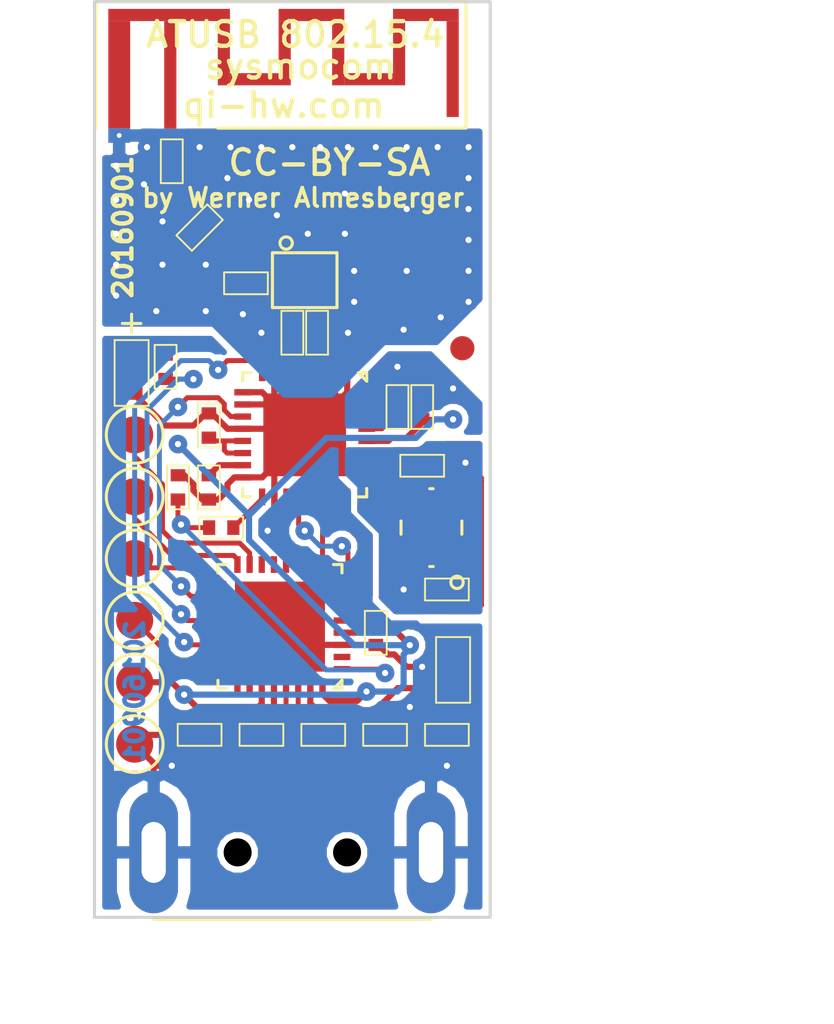
<source format=kicad_pcb>
(kicad_pcb (version 20160815) (host pcbnew 4.1.0-alpha+201608211231+7083~46~ubuntu16.04.1-product)

  (general
    (links 90)
    (no_connects 0)
    (area 117.665499 93.789499 134.048501 131.508501)
    (thickness 1.6002)
    (drawings 29)
    (tracks 496)
    (zones 0)
    (modules 36)
    (nets 45)
  )

  (page A4)
  (title_block
    (title "IEEE 802.15.4 USB Transceiver (AT86RF231)")
    (date "7 jun 2011")
    (rev 20110607)
    (company "Werner Almesberger")
  )

  (layers
    (0 Front signal)
    (31 Back signal)
    (35 F.Paste user)
    (37 F.SilkS user)
    (38 B.Mask user)
    (39 F.Mask user)
    (40 Dwgs.User user)
    (41 Cmts.User user)
    (44 Edge.Cuts user)
  )

  (setup
    (last_trace_width 0.2032)
    (user_trace_width 1.4732)
    (trace_clearance 0.2032)
    (zone_clearance 0.254)
    (zone_45_only no)
    (trace_min 0.2032)
    (segment_width 0.127)
    (edge_width 0.127)
    (via_size 0.762)
    (via_drill 0.254)
    (via_min_size 0.762)
    (via_min_drill 0.254)
    (uvia_size 0.508)
    (uvia_drill 0.127)
    (uvias_allowed no)
    (uvia_min_size 0.508)
    (uvia_min_drill 0.127)
    (pcb_text_width 0.3048)
    (pcb_text_size 1.524 2.032)
    (mod_edge_width 0.381)
    (mod_text_size 1.524 1.524)
    (mod_text_width 0.3048)
    (pad_size 1.524 1.524)
    (pad_drill 0.8128)
    (pad_to_mask_clearance 0)
    (pad_to_paste_clearance -0.0254)
    (aux_axis_origin 117.729 131.445)
    (visible_elements FFFFFF7F)
    (pcbplotparams
      (layerselection 0x00030_ffffffff)
      (usegerberextensions false)
      (excludeedgelayer true)
      (linewidth 0.100000)
      (plotframeref false)
      (viasonmask false)
      (mode 1)
      (useauxorigin false)
      (hpglpennumber 1)
      (hpglpenspeed 20)
      (hpglpendiameter 15)
      (psnegative false)
      (psa4output false)
      (plotreference true)
      (plotvalue true)
      (plotinvisibletext false)
      (padsonsilk false)
      (subtractmaskfromsilk false)
      (outputformat 1)
      (mirror false)
      (drillshape 1)
      (scaleselection 1)
      (outputdirectory ""))
  )

  (net 0 "")
  (net 1 /RF/CLK)
  (net 2 /RF/CLKM)
  (net 3 /RF/FEED)
  (net 4 /RF/MISO)
  (net 5 /RF/RFN)
  (net 6 /RF/RPF)
  (net 7 /RF/SLP_TR)
  (net 8 /RF/nRST_RF)
  (net 9 /RF/nSS)
  (net 10 /USB/D+)
  (net 11 /USB/D-)
  (net 12 /USB/DN)
  (net 13 /USB/DP)
  (net 14 /USB/LED)
  (net 15 /USB/PDI)
  (net 16 /USB/PDO)
  (net 17 /USB/SCK)
  (net 18 /USB/VBUS)
  (net 19 /USB/nRESET)
  (net 20 VDD)
  (net 21 GND)
  (net 22 "Net-(ANT1-Pad2)")
  (net 23 "Net-(B1-Pad2)")
  (net 24 "Net-(B1-Pad3)")
  (net 25 "Net-(B1-Pad4)")
  (net 26 "Net-(C11-Pad2)")
  (net 27 "Net-(C12-Pad1)")
  (net 28 "Net-(C14-Pad1)")
  (net 29 "Net-(C15-Pad1)")
  (net 30 "Net-(D1-Pad1)")
  (net 31 "Net-(U1-Pad2)")
  (net 32 "Net-(U1-Pad5)")
  (net 33 /RF/IRQ_RF)
  (net 34 /RF/MOSI)
  (net 35 "Net-(U1-Pad10)")
  (net 36 /RF/SCLK)
  (net 37 "Net-(U1-Pad12)")
  (net 38 "Net-(U1-Pad13)")
  (net 39 "Net-(U1-Pad14)")
  (net 40 "Net-(U1-Pad19)")
  (net 41 "Net-(U1-Pad21)")
  (net 42 "Net-(U1-Pad23)")
  (net 43 "Net-(U1-Pad25)")
  (net 44 "Net-(U1-Pad26)")

  (net_class Default "This is the default net class."
    (clearance 0.2032)
    (trace_width 0.2032)
    (via_dia 0.762)
    (via_drill 0.254)
    (uvia_dia 0.508)
    (uvia_drill 0.127)
    (diff_pair_gap 0.25)
    (diff_pair_width 0.2)
    (add_net /RF/CLK)
    (add_net /RF/CLKM)
    (add_net /RF/IRQ_RF)
    (add_net /RF/MISO)
    (add_net /RF/MOSI)
    (add_net /RF/RFN)
    (add_net /RF/RPF)
    (add_net /RF/SCLK)
    (add_net /RF/SLP_TR)
    (add_net /RF/nRST_RF)
    (add_net /RF/nSS)
    (add_net /USB/D+)
    (add_net /USB/D-)
    (add_net /USB/DN)
    (add_net /USB/DP)
    (add_net /USB/LED)
    (add_net /USB/PDI)
    (add_net /USB/PDO)
    (add_net /USB/SCK)
    (add_net /USB/nRESET)
    (add_net GND)
    (add_net "Net-(ANT1-Pad2)")
    (add_net "Net-(B1-Pad2)")
    (add_net "Net-(B1-Pad3)")
    (add_net "Net-(B1-Pad4)")
    (add_net "Net-(C11-Pad2)")
    (add_net "Net-(C12-Pad1)")
    (add_net "Net-(C14-Pad1)")
    (add_net "Net-(C15-Pad1)")
    (add_net "Net-(D1-Pad1)")
    (add_net "Net-(U1-Pad10)")
    (add_net "Net-(U1-Pad12)")
    (add_net "Net-(U1-Pad13)")
    (add_net "Net-(U1-Pad14)")
    (add_net "Net-(U1-Pad19)")
    (add_net "Net-(U1-Pad2)")
    (add_net "Net-(U1-Pad21)")
    (add_net "Net-(U1-Pad23)")
    (add_net "Net-(U1-Pad25)")
    (add_net "Net-(U1-Pad26)")
    (add_net "Net-(U1-Pad5)")
  )

  (net_class 50R ""
    (clearance 0.2032)
    (trace_width 0.4826)
    (via_dia 0.762)
    (via_drill 0.254)
    (uvia_dia 0.508)
    (uvia_drill 0.127)
    (diff_pair_gap 0.25)
    (diff_pair_width 0.2)
    (add_net /RF/FEED)
  )

  (net_class Power ""
    (clearance 0.2032)
    (trace_width 0.254)
    (via_dia 0.762)
    (via_drill 0.254)
    (uvia_dia 0.508)
    (uvia_drill 0.127)
    (diff_pair_gap 0.25)
    (diff_pair_width 0.2)
    (add_net /USB/VBUS)
    (add_net VDD)
  )

  (module FIDUCIAL (layer Front) (tedit 4DEE809A) (tstamp 4D8A16F0)
    (at 125.857 128.778)
    (solder_mask_margin 0.00254)
    (attr smd)
    (fp_text reference FIDUCI-2 (at 0 1.524) (layer Cmts.User)
      (effects (font (size 0.508 0.508) (thickness 0.1016)))
    )
    (fp_text value Val* (at 0 0.381) (layer Cmts.User) hide
      (effects (font (size 0.508 0.508) (thickness 0.1016)))
    )
    (pad ? smd oval (at 0 0) (size 0.99568 0.99568) (layers Front))
    (pad "" smd oval (at 0 0) (size 1.99644 1.99644) (layers F.Mask))
  )

  (module FIDUCIAL (layer Front) (tedit 4DEE8067) (tstamp 4D8A175F)
    (at 132.842 108.077)
    (solder_mask_margin 0.00254)
    (attr smd)
    (fp_text reference FIDUCI-1 (at -1.143 -1.397) (layer Cmts.User)
      (effects (font (size 0.508 0.508) (thickness 0.1016)))
    )
    (fp_text value Val* (at 0 0.381) (layer Cmts.User) hide
      (effects (font (size 0.508 0.508) (thickness 0.1016)))
    )
    (pad ? smd oval (at 0 0) (size 0.99568 0.99568) (layers Front))
    (pad "" smd oval (at 0 0) (size 1.99644 1.99644) (layers F.Mask))
  )

  (module meander-2450MHz:MEANDER-2450MHz-right-1.0mm-RELAXED (layer Front) (tedit 57C7A9FE) (tstamp 57C7C06C)
    (at 118.745 99.441)
    (path /4C609C08/4C63FE17)
    (attr smd)
    (fp_text reference ANT1 (at 0 -0.381) (layer Cmts.User)
      (effects (font (size 0.508 0.508) (thickness 0.1016)))
    )
    (fp_text value 50R (at 0 0.381) (layer Cmts.User) hide
      (effects (font (size 0.508 0.508) (thickness 0.1016)))
    )
    (fp_line (start -0.94996 -0.39878) (end -0.94996 -5.59816) (layer F.SilkS) (width 0.127))
    (fp_line (start 14.2494 -5.59816) (end -0.94996 -5.59816) (layer F.SilkS) (width 0.127))
    (fp_line (start 14.2494 -5.59816) (end 14.2494 -0.39878) (layer F.SilkS) (width 0.127))
    (fp_line (start 14.2494 -0.39878) (end 4.04876 -0.39878) (layer F.SilkS) (width 0.127))
    (pad 1 thru_hole rect (at 0 -0.09906) (size 0.89916 0.5969) (drill 0.19812) (layers *.Cu)
      (net 21 GND))
    (pad X smd rect (at 0 -2.59842) (size 0.89916 4.39928) (layers Front))
    (pad X smd rect (at 2.04978 -5.04698) (size 4.99872 0.50038) (layers Front))
    (pad 2 smd rect (at 2.09804 -0.09906) (size 0.50038 0.5969) (layers Front)
      (net 22 "Net-(ANT1-Pad2)"))
    (pad X smd rect (at 2.09804 -2.59842) (size 0.50038 4.39928) (layers Front))
    (pad X smd rect (at 4.29768 -3.47726) (size 0.50038 2.63906) (layers Front))
    (pad X smd rect (at 5.54736 -2.40792) (size 1.99898 0.50038) (layers Front))
    (pad X smd rect (at 7.89686 -5.04698) (size 2.70002 0.50038) (layers Front))
    (pad X smd rect (at 8.99668 -3.47726) (size 0.50038 2.63906) (layers Front))
    (pad X smd rect (at 6.79704 -3.47726) (size 0.50038 2.63906) (layers Front))
    (pad X smd rect (at 11.49858 -3.47726) (size 0.49784 2.63906) (layers Front))
    (pad X smd rect (at 10.2489 -2.40792) (size 2.00152 0.50038) (layers Front))
    (pad X smd rect (at 12.5984 -5.04698) (size 2.70002 0.50038) (layers Front))
    (pad X smd rect (at 13.69822 -2.82702) (size 0.50038 3.93954) (layers Front))
  )

  (module 0805-6:0805-6 (layer Front) (tedit 56B455C5) (tstamp 57C7C081)
    (at 126.365 105.283 90)
    (path /4C609C08/4CF4B034)
    (attr smd)
    (fp_text reference B1 (at 0 -0.381 90) (layer Cmts.User)
      (effects (font (size 0.508 0.508) (thickness 0.1016)))
    )
    (fp_text value 2450FB15L0001 (at 0 0.381 90) (layer Cmts.User) hide
      (effects (font (size 0.508 0.508) (thickness 0.1016)))
    )
    (fp_line (start -1.12522 1.32588) (end -1.12522 -1.32588) (layer F.SilkS) (width 0.127))
    (fp_line (start -1.12522 -1.32588) (end 1.12522 -1.32588) (layer F.SilkS) (width 0.127))
    (fp_line (start 1.12522 -1.32588) (end 1.12522 1.32588) (layer F.SilkS) (width 0.127))
    (fp_line (start 1.12522 1.32588) (end -1.12522 1.32588) (layer F.SilkS) (width 0.127))
    (pad 1 smd rect (at 0.6477 -0.79756 90) (size 0.34798 0.8001) (layers Front F.Paste F.Mask)
      (net 3 /RF/FEED))
    (pad 2 smd rect (at 0 -0.79756 90) (size 0.34544 0.8001) (layers Front F.Paste F.Mask)
      (net 23 "Net-(B1-Pad2)"))
    (pad 3 smd rect (at -0.6477 -0.79756 90) (size 0.34798 0.8001) (layers Front F.Paste F.Mask)
      (net 24 "Net-(B1-Pad3)"))
    (pad 4 smd rect (at -0.6477 0.79756 90) (size 0.34798 0.8001) (layers Front F.Paste F.Mask)
      (net 25 "Net-(B1-Pad4)"))
    (pad 5 smd rect (at 0 0.79756 90) (size 0.34544 0.8001) (layers Front F.Paste F.Mask)
      (net 21 GND))
    (pad 6 smd rect (at 0.6477 0.79756 90) (size 0.34798 0.8001) (layers Front F.Paste F.Mask)
      (net 21 GND))
  )

  (module stdpass:0603 (layer Front) (tedit 537B9575) (tstamp 57C7C08E)
    (at 132.461 121.285 90)
    (path /4C609BEF/4C6401AA)
    (attr smd)
    (fp_text reference C1 (at 0 -0.381 90) (layer Cmts.User)
      (effects (font (size 0.508 0.508) (thickness 0.1016)))
    )
    (fp_text value 10uF (at 0 0.381 90) (layer Cmts.User) hide
      (effects (font (size 0.508 0.508) (thickness 0.1016)))
    )
    (fp_line (start -1.34874 0.6985) (end -1.34874 -0.6985) (layer F.SilkS) (width 0.0762))
    (fp_line (start -1.34874 -0.6985) (end 1.34874 -0.6985) (layer F.SilkS) (width 0.0762))
    (fp_line (start 1.34874 -0.6985) (end 1.34874 0.6985) (layer F.SilkS) (width 0.0762))
    (fp_line (start 1.34874 0.6985) (end -1.34874 0.6985) (layer F.SilkS) (width 0.0762))
    (pad 1 smd rect (at -0.7493 0 90) (size 0.70104 0.89916) (layers Front F.Paste F.Mask)
      (net 18 /USB/VBUS))
    (pad 2 smd rect (at 0.7493 0 90) (size 0.70104 0.89916) (layers Front F.Paste F.Mask)
      (net 21 GND))
  )

  (module stdpass:0402 (layer Front) (tedit 537B9575) (tstamp 57C7C097)
    (at 129.286 119.761 270)
    (path /4C609BEF/4C6401B3)
    (attr smd)
    (fp_text reference C2 (at 0 -0.381 270) (layer Cmts.User)
      (effects (font (size 0.508 0.508) (thickness 0.1016)))
    )
    (fp_text value 1uF (at 0 0.381 270) (layer Cmts.User) hide
      (effects (font (size 0.508 0.508) (thickness 0.1016)))
    )
    (fp_line (start -0.89916 0.44958) (end -0.89916 -0.44958) (layer F.SilkS) (width 0.0762))
    (fp_line (start -0.89916 -0.44958) (end 0.89916 -0.44958) (layer F.SilkS) (width 0.0762))
    (fp_line (start 0.89916 -0.44958) (end 0.89916 0.44958) (layer F.SilkS) (width 0.0762))
    (fp_line (start 0.89916 0.44958) (end -0.89916 0.44958) (layer F.SilkS) (width 0.0762))
    (pad 1 smd rect (at -0.49784 0 270) (size 0.50038 0.59944) (layers Front F.Paste F.Mask)
      (net 20 VDD))
    (pad 2 smd rect (at 0.49784 0 270) (size 0.50038 0.59944) (layers Front F.Paste F.Mask)
      (net 21 GND))
  )

  (module stdpass:0402 (layer Front) (tedit 537B9575) (tstamp 57C7C0A0)
    (at 123.952 105.41 180)
    (path /4C609C08/4C641710)
    (attr smd)
    (fp_text reference C3 (at 0 -0.381 180) (layer Cmts.User)
      (effects (font (size 0.508 0.508) (thickness 0.1016)))
    )
    (fp_text value 22pF/RF (at 0 0.381 180) (layer Cmts.User) hide
      (effects (font (size 0.508 0.508) (thickness 0.1016)))
    )
    (fp_line (start -0.89916 0.44958) (end -0.89916 -0.44958) (layer F.SilkS) (width 0.0762))
    (fp_line (start -0.89916 -0.44958) (end 0.89916 -0.44958) (layer F.SilkS) (width 0.0762))
    (fp_line (start 0.89916 -0.44958) (end 0.89916 0.44958) (layer F.SilkS) (width 0.0762))
    (fp_line (start 0.89916 0.44958) (end -0.89916 0.44958) (layer F.SilkS) (width 0.0762))
    (pad 1 smd rect (at -0.49784 0 180) (size 0.50038 0.59944) (layers Front F.Paste F.Mask)
      (net 23 "Net-(B1-Pad2)"))
    (pad 2 smd rect (at 0.49784 0 180) (size 0.50038 0.59944) (layers Front F.Paste F.Mask)
      (net 21 GND))
  )

  (module stdpass:0402 (layer Front) (tedit 537B9575) (tstamp 57C7C0A9)
    (at 125.857 107.442 270)
    (path /4C609C08/4C641506)
    (attr smd)
    (fp_text reference C8 (at 0 -0.381 270) (layer Cmts.User)
      (effects (font (size 0.508 0.508) (thickness 0.1016)))
    )
    (fp_text value 22pF/RF (at 0 0.381 270) (layer Cmts.User) hide
      (effects (font (size 0.508 0.508) (thickness 0.1016)))
    )
    (fp_line (start -0.89916 0.44958) (end -0.89916 -0.44958) (layer F.SilkS) (width 0.0762))
    (fp_line (start -0.89916 -0.44958) (end 0.89916 -0.44958) (layer F.SilkS) (width 0.0762))
    (fp_line (start 0.89916 -0.44958) (end 0.89916 0.44958) (layer F.SilkS) (width 0.0762))
    (fp_line (start 0.89916 0.44958) (end -0.89916 0.44958) (layer F.SilkS) (width 0.0762))
    (pad 1 smd rect (at -0.49784 0 270) (size 0.50038 0.59944) (layers Front F.Paste F.Mask)
      (net 24 "Net-(B1-Pad3)"))
    (pad 2 smd rect (at 0.49784 0 270) (size 0.50038 0.59944) (layers Front F.Paste F.Mask)
      (net 5 /RF/RFN))
  )

  (module stdpass:0402 (layer Front) (tedit 537B9575) (tstamp 57C7C0B2)
    (at 126.873 107.442 270)
    (path /4C609C08/4C641509)
    (attr smd)
    (fp_text reference C9 (at 0 -0.381 270) (layer Cmts.User)
      (effects (font (size 0.508 0.508) (thickness 0.1016)))
    )
    (fp_text value 22pF/RF (at 0 0.381 270) (layer Cmts.User) hide
      (effects (font (size 0.508 0.508) (thickness 0.1016)))
    )
    (fp_line (start -0.89916 0.44958) (end -0.89916 -0.44958) (layer F.SilkS) (width 0.0762))
    (fp_line (start -0.89916 -0.44958) (end 0.89916 -0.44958) (layer F.SilkS) (width 0.0762))
    (fp_line (start 0.89916 -0.44958) (end 0.89916 0.44958) (layer F.SilkS) (width 0.0762))
    (fp_line (start 0.89916 0.44958) (end -0.89916 0.44958) (layer F.SilkS) (width 0.0762))
    (pad 1 smd rect (at -0.49784 0 270) (size 0.50038 0.59944) (layers Front F.Paste F.Mask)
      (net 25 "Net-(B1-Pad4)"))
    (pad 2 smd rect (at 0.49784 0 270) (size 0.50038 0.59944) (layers Front F.Paste F.Mask)
      (net 6 /RF/RPF))
  )

  (module stdpass:0402 (layer Front) (tedit 537B9575) (tstamp 57C7C0BB)
    (at 122.428 113.792 270)
    (path /4C609C08/4C640A7E)
    (attr smd)
    (fp_text reference C10 (at 0 -0.381 270) (layer Cmts.User)
      (effects (font (size 0.508 0.508) (thickness 0.1016)))
    )
    (fp_text value 1uF (at 0 0.381 270) (layer Cmts.User) hide
      (effects (font (size 0.508 0.508) (thickness 0.1016)))
    )
    (fp_line (start -0.89916 0.44958) (end -0.89916 -0.44958) (layer F.SilkS) (width 0.0762))
    (fp_line (start -0.89916 -0.44958) (end 0.89916 -0.44958) (layer F.SilkS) (width 0.0762))
    (fp_line (start 0.89916 -0.44958) (end 0.89916 0.44958) (layer F.SilkS) (width 0.0762))
    (fp_line (start 0.89916 0.44958) (end -0.89916 0.44958) (layer F.SilkS) (width 0.0762))
    (pad 1 smd rect (at -0.49784 0 270) (size 0.50038 0.59944) (layers Front F.Paste F.Mask)
      (net 20 VDD))
    (pad 2 smd rect (at 0.49784 0 270) (size 0.50038 0.59944) (layers Front F.Paste F.Mask)
      (net 21 GND))
  )

  (module stdpass:0402 (layer Front) (tedit 537B9575) (tstamp 57C7C0C4)
    (at 130.175 110.49 270)
    (path /4C609C08/4C641004)
    (attr smd)
    (fp_text reference C11 (at 0 -0.381 270) (layer Cmts.User)
      (effects (font (size 0.508 0.508) (thickness 0.1016)))
    )
    (fp_text value 1uF (at 0 0.381 270) (layer Cmts.User) hide
      (effects (font (size 0.508 0.508) (thickness 0.1016)))
    )
    (fp_line (start -0.89916 0.44958) (end -0.89916 -0.44958) (layer F.SilkS) (width 0.0762))
    (fp_line (start -0.89916 -0.44958) (end 0.89916 -0.44958) (layer F.SilkS) (width 0.0762))
    (fp_line (start 0.89916 -0.44958) (end 0.89916 0.44958) (layer F.SilkS) (width 0.0762))
    (fp_line (start 0.89916 0.44958) (end -0.89916 0.44958) (layer F.SilkS) (width 0.0762))
    (pad 1 smd rect (at -0.49784 0 270) (size 0.50038 0.59944) (layers Front F.Paste F.Mask)
      (net 21 GND))
    (pad 2 smd rect (at 0.49784 0 270) (size 0.50038 0.59944) (layers Front F.Paste F.Mask)
      (net 26 "Net-(C11-Pad2)"))
  )

  (module stdpass:0402 (layer Front) (tedit 537B9575) (tstamp 57C7C0CD)
    (at 122.428 111.252 90)
    (path /4C609C08/4C640A84)
    (attr smd)
    (fp_text reference C12 (at 0 -0.381 90) (layer Cmts.User)
      (effects (font (size 0.508 0.508) (thickness 0.1016)))
    )
    (fp_text value 1uF (at 0 0.381 90) (layer Cmts.User) hide
      (effects (font (size 0.508 0.508) (thickness 0.1016)))
    )
    (fp_line (start -0.89916 0.44958) (end -0.89916 -0.44958) (layer F.SilkS) (width 0.0762))
    (fp_line (start -0.89916 -0.44958) (end 0.89916 -0.44958) (layer F.SilkS) (width 0.0762))
    (fp_line (start 0.89916 -0.44958) (end 0.89916 0.44958) (layer F.SilkS) (width 0.0762))
    (fp_line (start 0.89916 0.44958) (end -0.89916 0.44958) (layer F.SilkS) (width 0.0762))
    (pad 1 smd rect (at -0.49784 0 90) (size 0.50038 0.59944) (layers Front F.Paste F.Mask)
      (net 27 "Net-(C12-Pad1)"))
    (pad 2 smd rect (at 0.49784 0 90) (size 0.50038 0.59944) (layers Front F.Paste F.Mask)
      (net 21 GND))
  )

  (module stdpass:0402 (layer Front) (tedit 537B9575) (tstamp 57C7C0D6)
    (at 131.191 110.49 90)
    (path /4C609C08/4C640A76)
    (attr smd)
    (fp_text reference C13 (at 0 -0.381 90) (layer Cmts.User)
      (effects (font (size 0.508 0.508) (thickness 0.1016)))
    )
    (fp_text value 1uF (at 0 0.381 90) (layer Cmts.User) hide
      (effects (font (size 0.508 0.508) (thickness 0.1016)))
    )
    (fp_line (start -0.89916 0.44958) (end -0.89916 -0.44958) (layer F.SilkS) (width 0.0762))
    (fp_line (start -0.89916 -0.44958) (end 0.89916 -0.44958) (layer F.SilkS) (width 0.0762))
    (fp_line (start 0.89916 -0.44958) (end 0.89916 0.44958) (layer F.SilkS) (width 0.0762))
    (fp_line (start 0.89916 0.44958) (end -0.89916 0.44958) (layer F.SilkS) (width 0.0762))
    (pad 1 smd rect (at -0.49784 0 90) (size 0.50038 0.59944) (layers Front F.Paste F.Mask)
      (net 20 VDD))
    (pad 2 smd rect (at 0.49784 0 90) (size 0.50038 0.59944) (layers Front F.Paste F.Mask)
      (net 21 GND))
  )

  (module stdpass:0402 (layer Front) (tedit 537B9575) (tstamp 57C7C0DF)
    (at 131.191 112.903)
    (path /4C609C08/4C640A73)
    (attr smd)
    (fp_text reference C14 (at 0 -0.381) (layer Cmts.User)
      (effects (font (size 0.508 0.508) (thickness 0.1016)))
    )
    (fp_text value 12pF (at 0 0.381) (layer Cmts.User) hide
      (effects (font (size 0.508 0.508) (thickness 0.1016)))
    )
    (fp_line (start -0.89916 0.44958) (end -0.89916 -0.44958) (layer F.SilkS) (width 0.0762))
    (fp_line (start -0.89916 -0.44958) (end 0.89916 -0.44958) (layer F.SilkS) (width 0.0762))
    (fp_line (start 0.89916 -0.44958) (end 0.89916 0.44958) (layer F.SilkS) (width 0.0762))
    (fp_line (start 0.89916 0.44958) (end -0.89916 0.44958) (layer F.SilkS) (width 0.0762))
    (pad 1 smd rect (at -0.49784 0) (size 0.50038 0.59944) (layers Front F.Paste F.Mask)
      (net 28 "Net-(C14-Pad1)"))
    (pad 2 smd rect (at 0.49784 0) (size 0.50038 0.59944) (layers Front F.Paste F.Mask)
      (net 21 GND))
  )

  (module stdpass:0402 (layer Front) (tedit 537B9575) (tstamp 57C7C0E8)
    (at 132.207 117.983 180)
    (path /4C609C08/4C640A7B)
    (attr smd)
    (fp_text reference C15 (at 0 -0.381 180) (layer Cmts.User)
      (effects (font (size 0.508 0.508) (thickness 0.1016)))
    )
    (fp_text value 12pF (at 0 0.381 180) (layer Cmts.User) hide
      (effects (font (size 0.508 0.508) (thickness 0.1016)))
    )
    (fp_line (start -0.89916 0.44958) (end -0.89916 -0.44958) (layer F.SilkS) (width 0.0762))
    (fp_line (start -0.89916 -0.44958) (end 0.89916 -0.44958) (layer F.SilkS) (width 0.0762))
    (fp_line (start 0.89916 -0.44958) (end 0.89916 0.44958) (layer F.SilkS) (width 0.0762))
    (fp_line (start 0.89916 0.44958) (end -0.89916 0.44958) (layer F.SilkS) (width 0.0762))
    (pad 1 smd rect (at -0.49784 0 180) (size 0.50038 0.59944) (layers Front F.Paste F.Mask)
      (net 29 "Net-(C15-Pad1)"))
    (pad 2 smd rect (at 0.49784 0 180) (size 0.50038 0.59944) (layers Front F.Paste F.Mask)
      (net 21 GND))
  )

  (module stdpass:0402 (layer Front) (tedit 537B9575) (tstamp 57C7C0F1)
    (at 122.047 103.124 225)
    (path /4C609C08/4D3B018B)
    (attr smd)
    (fp_text reference C16 (at 0 -0.381 225) (layer Cmts.User)
      (effects (font (size 0.508 0.508) (thickness 0.1016)))
    )
    (fp_text value NC (at 0 0.381 225) (layer Cmts.User) hide
      (effects (font (size 0.508 0.508) (thickness 0.1016)))
    )
    (fp_line (start -0.89916 0.44958) (end -0.89916 -0.44958) (layer F.SilkS) (width 0.0762))
    (fp_line (start -0.89916 -0.44958) (end 0.89916 -0.44958) (layer F.SilkS) (width 0.0762))
    (fp_line (start 0.89916 -0.44958) (end 0.89916 0.44958) (layer F.SilkS) (width 0.0762))
    (fp_line (start 0.89916 0.44958) (end -0.89916 0.44958) (layer F.SilkS) (width 0.0762))
    (pad 1 smd rect (at -0.49784 0 225) (size 0.50038 0.59944) (layers Front F.Paste F.Mask)
      (net 3 /RF/FEED))
    (pad 2 smd rect (at 0.49784 0 225) (size 0.50038 0.59944) (layers Front F.Paste F.Mask)
      (net 21 GND))
  )

  (module stdpass:0402 (layer Front) (tedit 537B9575) (tstamp 57C7C0FA)
    (at 121.158 113.792 90)
    (path /4C609C08/4D425FF1)
    (attr smd)
    (fp_text reference C17 (at 0 -0.381 90) (layer Cmts.User)
      (effects (font (size 0.508 0.508) (thickness 0.1016)))
    )
    (fp_text value 2.2pF (at 0 0.381 90) (layer Cmts.User) hide
      (effects (font (size 0.508 0.508) (thickness 0.1016)))
    )
    (fp_line (start -0.89916 0.44958) (end -0.89916 -0.44958) (layer F.SilkS) (width 0.0762))
    (fp_line (start -0.89916 -0.44958) (end 0.89916 -0.44958) (layer F.SilkS) (width 0.0762))
    (fp_line (start 0.89916 -0.44958) (end 0.89916 0.44958) (layer F.SilkS) (width 0.0762))
    (fp_line (start 0.89916 0.44958) (end -0.89916 0.44958) (layer F.SilkS) (width 0.0762))
    (pad 1 smd rect (at -0.49784 0 90) (size 0.50038 0.59944) (layers Front F.Paste F.Mask)
      (net 1 /RF/CLK))
    (pad 2 smd rect (at 0.49784 0 90) (size 0.50038 0.59944) (layers Front F.Paste F.Mask)
      (net 21 GND))
  )

  (module usb_a_plug_smt:USB-A-PLUG-SMT (layer Front) (tedit 51C3B150) (tstamp 57C7C103)
    (at 125.857 128.778)
    (path /4C609BEF/4FBDA09F)
    (attr smd)
    (fp_text reference CON1 (at 0 -0.381) (layer Cmts.User)
      (effects (font (size 0.508 0.508) (thickness 0.1016)))
    )
    (fp_text value USB_A_PLUG (at 0 0.381) (layer Cmts.User) hide
      (effects (font (size 0.508 0.508) (thickness 0.1016)))
    )
    (fp_line (start -5.69976 2.74828) (end 5.69976 2.74828) (layer F.SilkS) (width 0.127))
    (pad 1 smd rect (at 3.49758 -2.69748) (size 1.20142 2.20218) (layers Front F.Paste F.Mask)
      (net 18 /USB/VBUS))
    (pad 2 smd rect (at 0.99822 -2.69748) (size 1.19888 2.20218) (layers Front F.Paste F.Mask)
      (net 11 /USB/D-))
    (pad 3 smd rect (at -0.99822 -2.69748) (size 1.19888 2.20218) (layers Front F.Paste F.Mask)
      (net 10 /USB/D+))
    (pad 4 smd rect (at -3.49758 -2.69748) (size 1.20142 2.20218) (layers Front F.Paste F.Mask)
      (net 21 GND))
    (pad 5 thru_hole oval (at -5.69722 0) (size 1.99898 4.99872) (drill oval 0.99822 2.49936) (layers *.Cu *.Mask)
      (net 21 GND))
    (pad 6 thru_hole oval (at 5.69722 0) (size 1.99898 4.99872) (drill oval 0.99822 2.49936) (layers *.Cu *.Mask)
      (net 21 GND))
    (pad HOLE np_thru_hole circle (at -2.2479 0) (size 1.15062 1.15062) (drill 1.15062) (layers *.Mask))
    (pad HOLE np_thru_hole circle (at 2.2479 0) (size 1.15062 1.15062) (drill 1.15062) (layers *.Mask))
  )

  (module stdpass:0603 (layer Front) (tedit 537B9575) (tstamp 57C7C10F)
    (at 119.253 109.093 270)
    (path /4C609BEF/4C6402EE)
    (attr smd)
    (fp_text reference D1 (at 0 -0.381 270) (layer Cmts.User)
      (effects (font (size 0.508 0.508) (thickness 0.1016)))
    )
    (fp_text value LTST-C190KRKT (at 0 0.381 270) (layer Cmts.User) hide
      (effects (font (size 0.508 0.508) (thickness 0.1016)))
    )
    (fp_line (start -1.34874 0.6985) (end -1.34874 -0.6985) (layer F.SilkS) (width 0.0762))
    (fp_line (start -1.34874 -0.6985) (end 1.34874 -0.6985) (layer F.SilkS) (width 0.0762))
    (fp_line (start 1.34874 -0.6985) (end 1.34874 0.6985) (layer F.SilkS) (width 0.0762))
    (fp_line (start 1.34874 0.6985) (end -1.34874 0.6985) (layer F.SilkS) (width 0.0762))
    (pad 1 smd rect (at -0.7493 0 270) (size 0.70104 0.89916) (layers Front F.Paste F.Mask)
      (net 30 "Net-(D1-Pad1)"))
    (pad 2 smd rect (at 0.7493 0 270) (size 0.70104 0.89916) (layers Front F.Paste F.Mask)
      (net 21 GND))
  )

  (module pads:PAD_C_60x60 (layer Front) (tedit 52D9BA48) (tstamp 57C7C118)
    (at 119.38 124.333)
    (path /4C609BEF/4C6401FE)
    (attr smd)
    (fp_text reference P11 (at 0 -0.381) (layer Cmts.User)
      (effects (font (size 0.508 0.508) (thickness 0.1016)))
    )
    (fp_text value TESTPOINT (at 0 0.381) (layer Cmts.User) hide
      (effects (font (size 0.508 0.508) (thickness 0.1016)))
    )
    (fp_circle (center 0 0) (end 0 -1.16586) (layer F.SilkS) (width 0.127))
    (pad 1 smd oval (at 0 0) (size 1.524 1.524) (layers Front F.Mask)
      (net 21 GND))
  )

  (module pads:PAD_C_60x60 (layer Front) (tedit 52D9BA48) (tstamp 57C7C11D)
    (at 119.38 121.793)
    (path /4C609BEF/4C640200)
    (attr smd)
    (fp_text reference P12 (at 0 -0.381) (layer Cmts.User)
      (effects (font (size 0.508 0.508) (thickness 0.1016)))
    )
    (fp_text value TESTPOINT (at 0 0.381) (layer Cmts.User) hide
      (effects (font (size 0.508 0.508) (thickness 0.1016)))
    )
    (fp_circle (center 0 0) (end 0 -1.16586) (layer F.SilkS) (width 0.127))
    (pad 1 smd oval (at 0 0) (size 1.524 1.524) (layers Front F.Mask)
      (net 20 VDD))
  )

  (module pads:PAD_C_60x60 (layer Front) (tedit 52D9BA48) (tstamp 57C7C122)
    (at 119.38 119.253)
    (path /4C609BEF/4C640202)
    (attr smd)
    (fp_text reference P13 (at 0 -0.381) (layer Cmts.User)
      (effects (font (size 0.508 0.508) (thickness 0.1016)))
    )
    (fp_text value TESTPOINT (at 0 0.381) (layer Cmts.User) hide
      (effects (font (size 0.508 0.508) (thickness 0.1016)))
    )
    (fp_circle (center 0 0) (end 0 -1.16586) (layer F.SilkS) (width 0.127))
    (pad 1 smd oval (at 0 0) (size 1.524 1.524) (layers Front F.Mask)
      (net 19 /USB/nRESET))
  )

  (module pads:PAD_C_60x60 (layer Front) (tedit 52D9BA48) (tstamp 57C7C127)
    (at 119.38 116.713)
    (path /4C609BEF/4C640203)
    (attr smd)
    (fp_text reference P14 (at 0 -0.381) (layer Cmts.User)
      (effects (font (size 0.508 0.508) (thickness 0.1016)))
    )
    (fp_text value TESTPOINT (at 0 0.381) (layer Cmts.User) hide
      (effects (font (size 0.508 0.508) (thickness 0.1016)))
    )
    (fp_circle (center 0 0) (end 0 -1.16586) (layer F.SilkS) (width 0.127))
    (pad 1 smd oval (at 0 0) (size 1.524 1.524) (layers Front F.Mask)
      (net 16 /USB/PDO))
  )

  (module pads:PAD_C_60x60 (layer Front) (tedit 52D9BA48) (tstamp 57C7C12C)
    (at 119.38 114.173)
    (path /4C609BEF/4D425D53)
    (attr smd)
    (fp_text reference P15 (at 0 -0.381) (layer Cmts.User)
      (effects (font (size 0.508 0.508) (thickness 0.1016)))
    )
    (fp_text value TESTPOINT (at 0 0.381) (layer Cmts.User) hide
      (effects (font (size 0.508 0.508) (thickness 0.1016)))
    )
    (fp_circle (center 0 0) (end 0 -1.16586) (layer F.SilkS) (width 0.127))
    (pad 1 smd oval (at 0 0) (size 1.524 1.524) (layers Front F.Mask)
      (net 15 /USB/PDI))
  )

  (module pads:PAD_C_60x60 (layer Front) (tedit 52D9BA48) (tstamp 57C7C131)
    (at 119.38 111.633)
    (path /4C609BEF/4D425D62)
    (attr smd)
    (fp_text reference P16 (at 0 -0.381) (layer Cmts.User)
      (effects (font (size 0.508 0.508) (thickness 0.1016)))
    )
    (fp_text value TESTPOINT (at 0 0.381) (layer Cmts.User) hide
      (effects (font (size 0.508 0.508) (thickness 0.1016)))
    )
    (fp_circle (center 0 0) (end 0 -1.16586) (layer F.SilkS) (width 0.127))
    (pad 1 smd oval (at 0 0) (size 1.524 1.524) (layers Front F.Mask)
      (net 17 /USB/SCK))
  )

  (module stdpass:0402 (layer Front) (tedit 537B9575) (tstamp 57C7C136)
    (at 120.65 108.839 270)
    (path /4C609BEF/4C6402F2)
    (attr smd)
    (fp_text reference R1 (at 0 -0.381 270) (layer Cmts.User)
      (effects (font (size 0.508 0.508) (thickness 0.1016)))
    )
    (fp_text value 180 (at 0 0.381 270) (layer Cmts.User) hide
      (effects (font (size 0.508 0.508) (thickness 0.1016)))
    )
    (fp_line (start -0.89916 0.44958) (end -0.89916 -0.44958) (layer F.SilkS) (width 0.0762))
    (fp_line (start -0.89916 -0.44958) (end 0.89916 -0.44958) (layer F.SilkS) (width 0.0762))
    (fp_line (start 0.89916 -0.44958) (end 0.89916 0.44958) (layer F.SilkS) (width 0.0762))
    (fp_line (start 0.89916 0.44958) (end -0.89916 0.44958) (layer F.SilkS) (width 0.0762))
    (pad 1 smd rect (at -0.49784 0 270) (size 0.50038 0.59944) (layers Front F.Paste F.Mask)
      (net 30 "Net-(D1-Pad1)"))
    (pad 2 smd rect (at 0.49784 0 270) (size 0.50038 0.59944) (layers Front F.Paste F.Mask)
      (net 14 /USB/LED))
  )

  (module stdpass:0402 (layer Front) (tedit 537B9575) (tstamp 57C7C13F)
    (at 120.904 100.4 270)
    (path /4C609C08/4CF4B07E)
    (attr smd)
    (fp_text reference R3 (at 0 -0.381 270) (layer Cmts.User)
      (effects (font (size 0.508 0.508) (thickness 0.1016)))
    )
    (fp_text value 0R (at 0 0.381 270) (layer Cmts.User) hide
      (effects (font (size 0.508 0.508) (thickness 0.1016)))
    )
    (fp_line (start -0.89916 0.44958) (end -0.89916 -0.44958) (layer F.SilkS) (width 0.0762))
    (fp_line (start -0.89916 -0.44958) (end 0.89916 -0.44958) (layer F.SilkS) (width 0.0762))
    (fp_line (start 0.89916 -0.44958) (end 0.89916 0.44958) (layer F.SilkS) (width 0.0762))
    (fp_line (start 0.89916 0.44958) (end -0.89916 0.44958) (layer F.SilkS) (width 0.0762))
    (pad 1 smd rect (at -0.49784 0 270) (size 0.50038 0.59944) (layers Front F.Paste F.Mask)
      (net 22 "Net-(ANT1-Pad2)"))
    (pad 2 smd rect (at 0.49784 0 270) (size 0.50038 0.59944) (layers Front F.Paste F.Mask)
      (net 3 /RF/FEED))
  )

  (module stdpass:0402 (layer Front) (tedit 537B9575) (tstamp 57C7C148)
    (at 124.587 123.952)
    (path /4C609BEF/4D4258D9)
    (attr smd)
    (fp_text reference R4 (at 0 -0.381) (layer Cmts.User)
      (effects (font (size 0.508 0.508) (thickness 0.1016)))
    )
    (fp_text value 22 (at 0 0.381) (layer Cmts.User) hide
      (effects (font (size 0.508 0.508) (thickness 0.1016)))
    )
    (fp_line (start -0.89916 0.44958) (end -0.89916 -0.44958) (layer F.SilkS) (width 0.0762))
    (fp_line (start -0.89916 -0.44958) (end 0.89916 -0.44958) (layer F.SilkS) (width 0.0762))
    (fp_line (start 0.89916 -0.44958) (end 0.89916 0.44958) (layer F.SilkS) (width 0.0762))
    (fp_line (start 0.89916 0.44958) (end -0.89916 0.44958) (layer F.SilkS) (width 0.0762))
    (pad 1 smd rect (at -0.49784 0) (size 0.50038 0.59944) (layers Front F.Paste F.Mask)
      (net 10 /USB/D+))
    (pad 2 smd rect (at 0.49784 0) (size 0.50038 0.59944) (layers Front F.Paste F.Mask)
      (net 13 /USB/DP))
  )

  (module stdpass:0402 (layer Front) (tedit 537B9575) (tstamp 57C7C151)
    (at 127.127 123.952)
    (path /4C609BEF/4D4258DC)
    (attr smd)
    (fp_text reference R5 (at 0 -0.381) (layer Cmts.User)
      (effects (font (size 0.508 0.508) (thickness 0.1016)))
    )
    (fp_text value 22 (at 0 0.381) (layer Cmts.User) hide
      (effects (font (size 0.508 0.508) (thickness 0.1016)))
    )
    (fp_line (start -0.89916 0.44958) (end -0.89916 -0.44958) (layer F.SilkS) (width 0.0762))
    (fp_line (start -0.89916 -0.44958) (end 0.89916 -0.44958) (layer F.SilkS) (width 0.0762))
    (fp_line (start 0.89916 -0.44958) (end 0.89916 0.44958) (layer F.SilkS) (width 0.0762))
    (fp_line (start 0.89916 0.44958) (end -0.89916 0.44958) (layer F.SilkS) (width 0.0762))
    (pad 1 smd rect (at -0.49784 0) (size 0.50038 0.59944) (layers Front F.Paste F.Mask)
      (net 12 /USB/DN))
    (pad 2 smd rect (at 0.49784 0) (size 0.50038 0.59944) (layers Front F.Paste F.Mask)
      (net 11 /USB/D-))
  )

  (module stdpass:0402 (layer Front) (tedit 537B9575) (tstamp 57C7C15A)
    (at 122.936 115.443 180)
    (path /4C609C08/4D425FEE)
    (attr smd)
    (fp_text reference R6 (at 0 -0.381 180) (layer Cmts.User)
      (effects (font (size 0.508 0.508) (thickness 0.1016)))
    )
    (fp_text value 180 (at 0 0.381 180) (layer Cmts.User) hide
      (effects (font (size 0.508 0.508) (thickness 0.1016)))
    )
    (fp_line (start -0.89916 0.44958) (end -0.89916 -0.44958) (layer F.SilkS) (width 0.0762))
    (fp_line (start -0.89916 -0.44958) (end 0.89916 -0.44958) (layer F.SilkS) (width 0.0762))
    (fp_line (start 0.89916 -0.44958) (end 0.89916 0.44958) (layer F.SilkS) (width 0.0762))
    (fp_line (start 0.89916 0.44958) (end -0.89916 0.44958) (layer F.SilkS) (width 0.0762))
    (pad 1 smd rect (at -0.49784 0 180) (size 0.50038 0.59944) (layers Front F.Paste F.Mask)
      (net 2 /RF/CLKM))
    (pad 2 smd rect (at 0.49784 0 180) (size 0.50038 0.59944) (layers Front F.Paste F.Mask)
      (net 1 /RF/CLK))
  )

  (module qfn:QFN32-VHHD-2 (layer Front) (tedit 56B74EE7) (tstamp 57C7C163)
    (at 125.349 119.507 180)
    (path /4C609BEF/579F67AD)
    (attr smd)
    (fp_text reference U1 (at 0 -0.381 180) (layer Cmts.User)
      (effects (font (size 0.508 0.508) (thickness 0.1016)))
    )
    (fp_text value ATmega32U2 (at 0 0.381 180) (layer Cmts.User) hide
      (effects (font (size 0.508 0.508) (thickness 0.1016)))
    )
    (fp_line (start -2.54762 -2.54762) (end -2.20472 -2.54762) (layer F.SilkS) (width 0.127))
    (fp_line (start -2.54762 -2.54762) (end -2.54762 -2.20472) (layer F.SilkS) (width 0.127))
    (fp_line (start -2.54762 -2.20472) (end -2.20472 -2.54762) (layer F.SilkS) (width 0.127))
    (fp_line (start -2.54762 2.54762) (end -2.54762 2.20472) (layer F.SilkS) (width 0.127))
    (fp_line (start -2.54762 2.54762) (end -2.20472 2.54762) (layer F.SilkS) (width 0.127))
    (fp_line (start -2.20472 2.54762) (end -2.20472 2.54762) (layer F.SilkS) (width 0.127))
    (fp_line (start 2.54762 2.54762) (end 2.20472 2.54762) (layer F.SilkS) (width 0.127))
    (fp_line (start 2.54762 2.54762) (end 2.54762 2.20472) (layer F.SilkS) (width 0.127))
    (fp_line (start 2.54762 2.20472) (end 2.54762 2.20472) (layer F.SilkS) (width 0.127))
    (fp_line (start 2.54762 -2.54762) (end 2.54762 -2.20472) (layer F.SilkS) (width 0.127))
    (fp_line (start 2.54762 -2.54762) (end 2.20472 -2.54762) (layer F.SilkS) (width 0.127))
    (fp_line (start 2.20472 -2.54762) (end 2.20472 -2.54762) (layer F.SilkS) (width 0.127))
    (pad 1 smd rect (at -2.54762 -1.74752 180) (size 0.68834 0.26162) (layers Front F.Paste F.Mask)
      (net 1 /RF/CLK))
    (pad 2 smd rect (at -2.54762 -1.24714 180) (size 0.68834 0.26162) (layers Front F.Paste F.Mask)
      (net 31 "Net-(U1-Pad2)"))
    (pad 3 smd rect (at -2.54762 -0.7493 180) (size 0.68834 0.25908) (layers Front F.Paste F.Mask)
      (net 21 GND))
    (pad 4 smd rect (at -2.54762 -0.24892 180) (size 0.68834 0.25908) (layers Front F.Paste F.Mask)
      (net 20 VDD))
    (pad 5 smd rect (at -2.54762 0.24892 180) (size 0.68834 0.25908) (layers Front F.Paste F.Mask)
      (net 32 "Net-(U1-Pad5)"))
    (pad 6 smd rect (at -2.54762 0.7493 180) (size 0.68834 0.25908) (layers Front F.Paste F.Mask)
      (net 33 /RF/IRQ_RF))
    (pad 7 smd rect (at -2.54762 1.24714 180) (size 0.68834 0.26162) (layers Front F.Paste F.Mask)
      (net 9 /RF/nSS))
    (pad 8 smd rect (at -2.54762 1.74752 180) (size 0.68834 0.26162) (layers Front F.Paste F.Mask)
      (net 4 /RF/MISO))
    (pad 9 smd rect (at -1.74752 2.54762 180) (size 0.26162 0.68834) (layers Front F.Paste F.Mask)
      (net 34 /RF/MOSI))
    (pad 10 smd rect (at -1.24714 2.54762 180) (size 0.26162 0.68834) (layers Front F.Paste F.Mask)
      (net 35 "Net-(U1-Pad10)"))
    (pad 11 smd rect (at -0.7493 2.54762 180) (size 0.25908 0.68834) (layers Front F.Paste F.Mask)
      (net 36 /RF/SCLK))
    (pad 12 smd rect (at -0.24892 2.54762 180) (size 0.25908 0.68834) (layers Front F.Paste F.Mask)
      (net 37 "Net-(U1-Pad12)"))
    (pad 13 smd rect (at 0.24892 2.54762 180) (size 0.25908 0.68834) (layers Front F.Paste F.Mask)
      (net 38 "Net-(U1-Pad13)"))
    (pad 14 smd rect (at 0.7493 2.54762 180) (size 0.25908 0.68834) (layers Front F.Paste F.Mask)
      (net 39 "Net-(U1-Pad14)"))
    (pad 15 smd rect (at 1.24714 2.54762 180) (size 0.26162 0.68834) (layers Front F.Paste F.Mask)
      (net 17 /USB/SCK))
    (pad 16 smd rect (at 1.74752 2.54762 180) (size 0.26162 0.68834) (layers Front F.Paste F.Mask)
      (net 15 /USB/PDI))
    (pad 17 smd rect (at 2.54762 1.74752 180) (size 0.68834 0.26162) (layers Front F.Paste F.Mask)
      (net 16 /USB/PDO))
    (pad 18 smd rect (at 2.54762 1.24714 180) (size 0.68834 0.26162) (layers Front F.Paste F.Mask)
      (net 7 /RF/SLP_TR))
    (pad 19 smd rect (at 2.54762 0.7493 180) (size 0.68834 0.25908) (layers Front F.Paste F.Mask)
      (net 40 "Net-(U1-Pad19)"))
    (pad 20 smd rect (at 2.54762 0.24892 180) (size 0.68834 0.25908) (layers Front F.Paste F.Mask)
      (net 14 /USB/LED))
    (pad 21 smd rect (at 2.54762 -0.24892 180) (size 0.68834 0.25908) (layers Front F.Paste F.Mask)
      (net 41 "Net-(U1-Pad21)"))
    (pad 22 smd rect (at 2.54762 -0.7493 180) (size 0.68834 0.25908) (layers Front F.Paste F.Mask)
      (net 8 /RF/nRST_RF))
    (pad 23 smd rect (at 2.54762 -1.24714 180) (size 0.68834 0.26162) (layers Front F.Paste F.Mask)
      (net 42 "Net-(U1-Pad23)"))
    (pad 24 smd rect (at 2.54762 -1.74752 180) (size 0.68834 0.26162) (layers Front F.Paste F.Mask)
      (net 19 /USB/nRESET))
    (pad 25 smd rect (at 1.74752 -2.54762 180) (size 0.26162 0.68834) (layers Front F.Paste F.Mask)
      (net 43 "Net-(U1-Pad25)"))
    (pad 26 smd rect (at 1.24714 -2.54762 180) (size 0.26162 0.68834) (layers Front F.Paste F.Mask)
      (net 44 "Net-(U1-Pad26)"))
    (pad 27 smd rect (at 0.7493 -2.54762 180) (size 0.25908 0.68834) (layers Front F.Paste F.Mask)
      (net 20 VDD))
    (pad 28 smd rect (at 0.24892 -2.54762 180) (size 0.25908 0.68834) (layers Front F.Paste F.Mask)
      (net 21 GND))
    (pad 29 smd rect (at -0.24892 -2.54762 180) (size 0.25908 0.68834) (layers Front F.Paste F.Mask)
      (net 13 /USB/DP))
    (pad 30 smd rect (at -0.7493 -2.54762 180) (size 0.25908 0.68834) (layers Front F.Paste F.Mask)
      (net 12 /USB/DN))
    (pad 31 smd rect (at -1.24714 -2.54762 180) (size 0.26162 0.68834) (layers Front F.Paste F.Mask)
      (net 18 /USB/VBUS))
    (pad 32 smd rect (at -1.74752 -2.54762 180) (size 0.26162 0.68834) (layers Front F.Paste F.Mask)
      (net 20 VDD))
    (pad 33 smd rect (at 0 0 180) (size 3.69824 3.69824) (layers Front F.Mask)
      (net 21 GND))
    (pad " " smd rect (at -0.79756 0.79756 180) (size 0.55118 0.55118) (layers F.Paste))
    (pad " " smd rect (at -0.79756 0 180) (size 0.55118 0.54864) (layers F.Paste))
    (pad " " smd rect (at -0.79756 -0.79756 180) (size 0.55118 0.55118) (layers F.Paste))
    (pad " " smd rect (at 0 0.79756 180) (size 0.54864 0.55118) (layers F.Paste))
    (pad " " smd rect (at 0 0 180) (size 0.54864 0.54864) (layers F.Paste))
    (pad " " smd rect (at 0 -0.79756 180) (size 0.54864 0.55118) (layers F.Paste))
    (pad " " smd rect (at 0.79756 0.79756 180) (size 0.55118 0.55118) (layers F.Paste))
    (pad " " smd rect (at 0.79756 0 180) (size 0.55118 0.54864) (layers F.Paste))
    (pad " " smd rect (at 0.79756 -0.79756 180) (size 0.55118 0.55118) (layers F.Paste))
  )

  (module qfn:QFN32-VHHD-6 (layer Front) (tedit 56B74EE7) (tstamp 57C7C19C)
    (at 126.365 111.633 270)
    (path /4C609C08/4D229690)
    (attr smd)
    (fp_text reference U2 (at 0 -0.381 270) (layer Cmts.User)
      (effects (font (size 0.508 0.508) (thickness 0.1016)))
    )
    (fp_text value AT86RF231 (at 0 0.381 270) (layer Cmts.User) hide
      (effects (font (size 0.508 0.508) (thickness 0.1016)))
    )
    (fp_line (start -2.54762 -2.54762) (end -2.20472 -2.54762) (layer F.SilkS) (width 0.127))
    (fp_line (start -2.54762 -2.54762) (end -2.54762 -2.20472) (layer F.SilkS) (width 0.127))
    (fp_line (start -2.54762 -2.20472) (end -2.20472 -2.54762) (layer F.SilkS) (width 0.127))
    (fp_line (start -2.54762 2.54762) (end -2.54762 2.20472) (layer F.SilkS) (width 0.127))
    (fp_line (start -2.54762 2.54762) (end -2.20472 2.54762) (layer F.SilkS) (width 0.127))
    (fp_line (start -2.20472 2.54762) (end -2.20472 2.54762) (layer F.SilkS) (width 0.127))
    (fp_line (start 2.54762 2.54762) (end 2.20472 2.54762) (layer F.SilkS) (width 0.127))
    (fp_line (start 2.54762 2.54762) (end 2.54762 2.20472) (layer F.SilkS) (width 0.127))
    (fp_line (start 2.54762 2.20472) (end 2.54762 2.20472) (layer F.SilkS) (width 0.127))
    (fp_line (start 2.54762 -2.54762) (end 2.54762 -2.20472) (layer F.SilkS) (width 0.127))
    (fp_line (start 2.54762 -2.54762) (end 2.20472 -2.54762) (layer F.SilkS) (width 0.127))
    (fp_line (start 2.20472 -2.54762) (end 2.20472 -2.54762) (layer F.SilkS) (width 0.127))
    (pad 1 smd rect (at -2.54762 -1.74752 270) (size 0.68834 0.26162) (layers Front F.Paste F.Mask)
      (net 21 GND))
    (pad 2 smd rect (at -2.54762 -1.24714 270) (size 0.68834 0.26162) (layers Front F.Paste F.Mask)
      (net 21 GND))
    (pad 3 smd rect (at -2.54762 -0.7493 270) (size 0.68834 0.25908) (layers Front F.Paste F.Mask)
      (net 21 GND))
    (pad 4 smd rect (at -2.54762 -0.24892 270) (size 0.68834 0.25908) (layers Front F.Paste F.Mask)
      (net 6 /RF/RPF))
    (pad 5 smd rect (at -2.54762 0.24892 270) (size 0.68834 0.25908) (layers Front F.Paste F.Mask)
      (net 5 /RF/RFN))
    (pad 6 smd rect (at -2.54762 0.7493 270) (size 0.68834 0.25908) (layers Front F.Paste F.Mask)
      (net 21 GND))
    (pad 7 smd rect (at -2.54762 1.24714 270) (size 0.68834 0.26162) (layers Front F.Paste F.Mask)
      (net 21 GND))
    (pad 8 smd rect (at -2.54762 1.74752 270) (size 0.68834 0.26162) (layers Front F.Paste F.Mask)
      (net 8 /RF/nRST_RF))
    (pad 9 smd rect (at -1.74752 2.54762 270) (size 0.26162 0.68834) (layers Front F.Paste F.Mask)
      (net 21 GND))
    (pad 10 smd rect (at -1.24714 2.54762 270) (size 0.26162 0.68834) (layers Front F.Paste F.Mask)
      (net 21 GND))
    (pad 11 smd rect (at -0.7493 2.54762 270) (size 0.25908 0.68834) (layers Front F.Paste F.Mask)
      (net 7 /RF/SLP_TR))
    (pad 12 smd rect (at -0.24892 2.54762 270) (size 0.25908 0.68834) (layers Front F.Paste F.Mask)
      (net 21 GND))
    (pad 13 smd rect (at 0.24892 2.54762 270) (size 0.25908 0.68834) (layers Front F.Paste F.Mask)
      (net 27 "Net-(C12-Pad1)"))
    (pad 14 smd rect (at 0.7493 2.54762 270) (size 0.25908 0.68834) (layers Front F.Paste F.Mask)
      (net 27 "Net-(C12-Pad1)"))
    (pad 15 smd rect (at 1.24714 2.54762 270) (size 0.26162 0.68834) (layers Front F.Paste F.Mask)
      (net 20 VDD))
    (pad 16 smd rect (at 1.74752 2.54762 270) (size 0.26162 0.68834) (layers Front F.Paste F.Mask)
      (net 21 GND))
    (pad 17 smd rect (at 2.54762 1.74752 270) (size 0.68834 0.26162) (layers Front F.Paste F.Mask)
      (net 2 /RF/CLKM))
    (pad 18 smd rect (at 2.54762 1.24714 270) (size 0.68834 0.26162) (layers Front F.Paste F.Mask)
      (net 21 GND))
    (pad 19 smd rect (at 2.54762 0.7493 270) (size 0.68834 0.25908) (layers Front F.Paste F.Mask)
      (net 36 /RF/SCLK))
    (pad 20 smd rect (at 2.54762 0.24892 270) (size 0.68834 0.25908) (layers Front F.Paste F.Mask)
      (net 4 /RF/MISO))
    (pad 21 smd rect (at 2.54762 -0.24892 270) (size 0.68834 0.25908) (layers Front F.Paste F.Mask)
      (net 21 GND))
    (pad 22 smd rect (at 2.54762 -0.7493 270) (size 0.68834 0.25908) (layers Front F.Paste F.Mask)
      (net 34 /RF/MOSI))
    (pad 23 smd rect (at 2.54762 -1.24714 270) (size 0.68834 0.26162) (layers Front F.Paste F.Mask)
      (net 9 /RF/nSS))
    (pad 24 smd rect (at 2.54762 -1.74752 270) (size 0.68834 0.26162) (layers Front F.Paste F.Mask)
      (net 33 /RF/IRQ_RF))
    (pad 25 smd rect (at 1.74752 -2.54762 270) (size 0.26162 0.68834) (layers Front F.Paste F.Mask)
      (net 29 "Net-(C15-Pad1)"))
    (pad 26 smd rect (at 1.24714 -2.54762 270) (size 0.26162 0.68834) (layers Front F.Paste F.Mask)
      (net 28 "Net-(C14-Pad1)"))
    (pad 27 smd rect (at 0.7493 -2.54762 270) (size 0.25908 0.68834) (layers Front F.Paste F.Mask)
      (net 21 GND))
    (pad 28 smd rect (at 0.24892 -2.54762 270) (size 0.25908 0.68834) (layers Front F.Paste F.Mask)
      (net 20 VDD))
    (pad 29 smd rect (at -0.24892 -2.54762 270) (size 0.25908 0.68834) (layers Front F.Paste F.Mask)
      (net 26 "Net-(C11-Pad2)"))
    (pad 30 smd rect (at -0.7493 -2.54762 270) (size 0.25908 0.68834) (layers Front F.Paste F.Mask)
      (net 21 GND))
    (pad 31 smd rect (at -1.24714 -2.54762 270) (size 0.26162 0.68834) (layers Front F.Paste F.Mask)
      (net 21 GND))
    (pad 32 smd rect (at -1.74752 -2.54762 270) (size 0.26162 0.68834) (layers Front F.Paste F.Mask)
      (net 21 GND))
    (pad 33 smd rect (at 0 0 270) (size 3.39852 3.39852) (layers Front F.Mask)
      (net 21 GND))
    (pad " " smd rect (at -0.5969 0.5969 270) (size 0.7493 0.7493) (layers F.Paste))
    (pad " " smd rect (at -0.5969 -0.5969 270) (size 0.7493 0.7493) (layers F.Paste))
    (pad " " smd rect (at 0.5969 0.5969 270) (size 0.7493 0.7493) (layers F.Paste))
    (pad " " smd rect (at 0.5969 -0.5969 270) (size 0.7493 0.7493) (layers F.Paste))
  )

  (module stdpass:0402 (layer Front) (tedit 537B9575) (tstamp 57C7C1D0)
    (at 122.047 123.952 180)
    (path /4C609BEF/4C6402FB)
    (attr smd)
    (fp_text reference VR1 (at 0 -0.381 180) (layer Cmts.User)
      (effects (font (size 0.508 0.508) (thickness 0.1016)))
    )
    (fp_text value 5.5Vdc (at 0 0.381 180) (layer Cmts.User) hide
      (effects (font (size 0.508 0.508) (thickness 0.1016)))
    )
    (fp_line (start -0.89916 0.44958) (end -0.89916 -0.44958) (layer F.SilkS) (width 0.0762))
    (fp_line (start -0.89916 -0.44958) (end 0.89916 -0.44958) (layer F.SilkS) (width 0.0762))
    (fp_line (start 0.89916 -0.44958) (end 0.89916 0.44958) (layer F.SilkS) (width 0.0762))
    (fp_line (start 0.89916 0.44958) (end -0.89916 0.44958) (layer F.SilkS) (width 0.0762))
    (pad 1 smd rect (at -0.49784 0 180) (size 0.50038 0.59944) (layers Front F.Paste F.Mask)
      (net 10 /USB/D+))
    (pad 2 smd rect (at 0.49784 0 180) (size 0.50038 0.59944) (layers Front F.Paste F.Mask)
      (net 21 GND))
  )

  (module stdpass:0402 (layer Front) (tedit 537B9575) (tstamp 57C7C1D9)
    (at 129.667 123.952)
    (path /4C609BEF/4C640343)
    (attr smd)
    (fp_text reference VR2 (at 0 -0.381) (layer Cmts.User)
      (effects (font (size 0.508 0.508) (thickness 0.1016)))
    )
    (fp_text value 5.5Vdc (at 0 0.381) (layer Cmts.User) hide
      (effects (font (size 0.508 0.508) (thickness 0.1016)))
    )
    (fp_line (start -0.89916 0.44958) (end -0.89916 -0.44958) (layer F.SilkS) (width 0.0762))
    (fp_line (start -0.89916 -0.44958) (end 0.89916 -0.44958) (layer F.SilkS) (width 0.0762))
    (fp_line (start 0.89916 -0.44958) (end 0.89916 0.44958) (layer F.SilkS) (width 0.0762))
    (fp_line (start 0.89916 0.44958) (end -0.89916 0.44958) (layer F.SilkS) (width 0.0762))
    (pad 1 smd rect (at -0.49784 0) (size 0.50038 0.59944) (layers Front F.Paste F.Mask)
      (net 11 /USB/D-))
    (pad 2 smd rect (at 0.49784 0) (size 0.50038 0.59944) (layers Front F.Paste F.Mask)
      (net 21 GND))
  )

  (module stdpass:0402 (layer Front) (tedit 537B9575) (tstamp 57C7C1E2)
    (at 132.207 123.952)
    (path /4C609BEF/4C64034D)
    (attr smd)
    (fp_text reference VR3 (at 0 -0.381) (layer Cmts.User)
      (effects (font (size 0.508 0.508) (thickness 0.1016)))
    )
    (fp_text value 5.5Vdc (at 0 0.381) (layer Cmts.User) hide
      (effects (font (size 0.508 0.508) (thickness 0.1016)))
    )
    (fp_line (start -0.89916 0.44958) (end -0.89916 -0.44958) (layer F.SilkS) (width 0.0762))
    (fp_line (start -0.89916 -0.44958) (end 0.89916 -0.44958) (layer F.SilkS) (width 0.0762))
    (fp_line (start 0.89916 -0.44958) (end 0.89916 0.44958) (layer F.SilkS) (width 0.0762))
    (fp_line (start 0.89916 0.44958) (end -0.89916 0.44958) (layer F.SilkS) (width 0.0762))
    (pad 1 smd rect (at -0.49784 0) (size 0.50038 0.59944) (layers Front F.Paste F.Mask)
      (net 18 /USB/VBUS))
    (pad 2 smd rect (at 0.49784 0) (size 0.50038 0.59944) (layers Front F.Paste F.Mask)
      (net 21 GND))
  )

  (module xtal-4:xtal4-3.2mmx2.5mm (layer Front) (tedit 51C3B151) (tstamp 57C7C1EB)
    (at 131.572 115.443 90)
    (path /4C609C08/4C63FA9F)
    (attr smd)
    (fp_text reference X1 (at 0 -0.381 90) (layer Cmts.User)
      (effects (font (size 0.508 0.508) (thickness 0.1016)))
    )
    (fp_text value 16MHz (at 0 0.381 90) (layer Cmts.User) hide
      (effects (font (size 0.508 0.508) (thickness 0.1016)))
    )
    (fp_circle (center -2.24536 1.05156) (end -2.24536 0.79756) (layer F.SilkS) (width 0.127))
    (fp_line (start -0.27178 -1.24968) (end 0.27178 -1.24968) (layer F.SilkS) (width 0.127))
    (fp_line (start -0.27178 1.24968) (end 0.27178 1.24968) (layer F.SilkS) (width 0.127))
    (fp_line (start -1.59766 0.07112) (end -1.59766 -0.07112) (layer F.SilkS) (width 0.127))
    (fp_line (start 1.59766 0.07112) (end 1.59766 -0.07112) (layer F.SilkS) (width 0.127))
    (pad 1 smd rect (at -1.09728 0.79756 90) (size 1.39954 1.20142) (layers Front F.Paste F.Mask)
      (net 29 "Net-(C15-Pad1)"))
    (pad 2 smd rect (at 1.09728 0.79756 90) (size 1.39954 1.20142) (layers Front F.Paste F.Mask)
      (net 21 GND))
    (pad 3 smd rect (at 1.09728 -0.79756 90) (size 1.39954 1.20142) (layers Front F.Paste F.Mask)
      (net 28 "Net-(C14-Pad1)"))
    (pad 4 smd rect (at -1.09728 -0.79756 90) (size 1.39954 1.20142) (layers Front F.Paste F.Mask)
      (net 21 GND))
  )

  (gr_text sysmocom (at 126.2 96.5) (layer F.SilkS) (tstamp 57C7C297)
    (effects (font (size 1.016 1.016) (thickness 0.1778)))
  )
  (gr_text "37.6 mm" (at 115.57 114.173 90) (layer Dwgs.User)
    (effects (font (size 2.032 1.524) (thickness 0.3048)))
  )
  (gr_line (start 118.872 107.061) (end 119.634 107.061) (angle 90) (layer F.SilkS) (width 0.127))
  (gr_line (start 119.253 107.442) (end 119.253 106.68) (angle 90) (layer F.SilkS) (width 0.127))
  (gr_circle (center 125.603 103.759) (end 125.603 104.013) (layer F.SilkS) (width 0.127))
  (gr_line (start 117.729 127.762) (end 117.729 131.445) (angle 90) (layer Edge.Cuts) (width 0.127))
  (gr_line (start 133.985 131.445) (end 133.985 127.762) (angle 90) (layer Edge.Cuts) (width 0.127))
  (gr_line (start 117.221 126.873) (end 117.221 127.762) (angle 90) (layer Dwgs.User) (width 0.127))
  (gr_line (start 133.985 127) (end 133.985 127.762) (angle 90) (layer Edge.Cuts) (width 0.127))
  (gr_line (start 117.729 127) (end 117.729 127.762) (angle 90) (layer Edge.Cuts) (width 0.127))
  (gr_text "by Werner Almesberger" (at 126.29896 101.89972) (layer F.SilkS)
    (effects (font (size 0.762 0.762) (thickness 0.1524)))
  )
  (gr_text CC-BY-SA (at 127.381 100.457) (layer F.SilkS)
    (effects (font (size 1.016 1.016) (thickness 0.1778)))
  )
  (gr_text qi-hw.com (at 125.5 98.1) (layer F.SilkS)
    (effects (font (size 1.016 1.016) (thickness 0.1778)))
  )
  (gr_text "ATUSB 802.15.4" (at 125.984 95.2) (layer F.SilkS)
    (effects (font (size 1.016 1.016) (thickness 0.1778)))
  )
  (gr_line (start 117.221 131.572) (end 117.221 127.635) (angle 90) (layer Dwgs.User) (width 0.127))
  (gr_text 20160901 (at 119.38 122.174 90) (layer Back)
    (effects (font (size 0.762 0.762) (thickness 0.1905)) (justify mirror))
  )
  (gr_text "Grid: 5 mil" (at 141.50086 113.40084) (layer Dwgs.User)
    (effects (font (thickness 0.3048)))
  )
  (gr_line (start 117.221 93.98) (end 117.221 126.873) (angle 90) (layer Dwgs.User) (width 0.127))
  (gr_line (start 117.475 93.853) (end 116.967 93.853) (angle 90) (layer Dwgs.User) (width 0.127))
  (gr_line (start 117.475 131.572) (end 116.967 131.572) (angle 90) (layer Dwgs.User) (width 0.127))
  (gr_text "16.3 mm" (at 125.857 134.112) (layer Dwgs.User)
    (effects (font (size 2.032 1.524) (thickness 0.3048)))
  )
  (gr_line (start 117.856 131.953) (end 133.858 131.953) (angle 90) (layer Dwgs.User) (width 0.127))
  (gr_line (start 133.985 131.699) (end 133.985 132.207) (angle 90) (layer Dwgs.User) (width 0.127))
  (gr_line (start 117.729 131.699) (end 117.729 132.207) (angle 90) (layer Dwgs.User) (width 0.127))
  (gr_line (start 133.985 131.445) (end 117.729 131.445) (angle 90) (layer Edge.Cuts) (width 0.127))
  (gr_line (start 117.729 93.853) (end 117.729 127) (angle 90) (layer Edge.Cuts) (width 0.127))
  (gr_line (start 133.985 93.853) (end 133.985 127) (angle 90) (layer Edge.Cuts) (width 0.127))
  (gr_line (start 117.729 93.853) (end 133.985 93.853) (angle 90) (layer Edge.Cuts) (width 0.127))
  (gr_text 20160901 (at 118.89994 103.10114 90) (layer F.SilkS)
    (effects (font (size 0.762 0.762) (thickness 0.1778)))
  )

  (segment (start 121.412 115.443) (end 121.285 115.316) (width 0.2032) (layer Front) (net 1))
  (segment (start 121.158 115.189) (end 121.158 114.28984) (width 0.2032) (layer Front) (net 1) (status 400))
  (segment (start 121.158 115.189) (end 121.285 115.316) (width 0.2032) (layer Front) (net 1))
  (segment (start 122.43816 115.443) (end 121.412 115.443) (width 0.2032) (layer Front) (net 1) (status 800))
  (segment (start 127.254 121.285) (end 129.54 121.285) (width 0.2032) (layer Back) (net 1))
  (segment (start 129.54 121.285) (end 129.667 121.412) (width 0.2032) (layer Back) (net 1))
  (segment (start 129.50952 121.25452) (end 129.667 121.412) (width 0.2032) (layer Front) (net 1))
  (via (at 129.667 121.412) (size 0.762) (layers Front Back) (net 1))
  (segment (start 129.50952 121.25452) (end 127.89662 121.25452) (width 0.2032) (layer Front) (net 1) (status 400))
  (via (at 121.285 115.316) (size 0.762) (layers Front Back) (net 1))
  (segment (start 121.285 115.316) (end 127.254 121.285) (width 0.2032) (layer Back) (net 1))
  (segment (start 124.61748 114.25936) (end 123.43384 115.443) (width 0.2032) (layer Front) (net 2) (status 400))
  (segment (start 124.61748 114.18062) (end 124.61748 114.25936) (width 0.2032) (layer Front) (net 2) (status 800))
  (segment (start 120.904 100.89784) (end 120.904 100.965) (width 0.4826) (layer Front) (net 3))
  (segment (start 120.904 100.965) (end 121.285 101.346) (width 0.4826) (layer Front) (net 3))
  (segment (start 124.079 104.14) (end 121.285 101.346) (width 1.4732) (layer Front) (net 3))
  (segment (start 125.56744 104.6353) (end 125.56744 104.48544) (width 0.4826) (layer Front) (net 3) (status 800))
  (segment (start 125.56744 104.48544) (end 125.222 104.14) (width 0.4826) (layer Front) (net 3))
  (segment (start 125.222 104.14) (end 124.079 104.14) (width 1.4732) (layer Front) (net 3))
  (segment (start 120.904 101.27488) (end 122.40006 102.77094) (width 0.4826) (layer Front) (net 3) (status 400))
  (segment (start 128.143 116.459) (end 127.889 116.205) (width 0.2032) (layer Front) (net 4))
  (segment (start 127.889 116.205) (end 127 116.205) (width 0.2032) (layer Back) (net 4))
  (segment (start 126.11608 115.32108) (end 126.365 115.57) (width 0.2032) (layer Front) (net 4))
  (via (at 126.365 115.57) (size 0.762) (layers Front Back) (net 4))
  (segment (start 126.11608 115.32108) (end 126.11608 114.18062) (width 0.2032) (layer Front) (net 4) (status 400))
  (segment (start 127.98552 117.75948) (end 128.143 117.602) (width 0.2032) (layer Front) (net 4))
  (via (at 127.889 116.205) (size 0.762) (layers Front Back) (net 4))
  (segment (start 127.89662 117.75948) (end 127.98552 117.75948) (width 0.2032) (layer Front) (net 4) (status 800))
  (segment (start 127 116.205) (end 126.365 115.57) (width 0.2032) (layer Back) (net 4))
  (segment (start 128.143 117.602) (end 128.143 116.459) (width 0.2032) (layer Front) (net 4))
  (segment (start 126.11608 108.19892) (end 125.857 107.93984) (width 0.2032) (layer Front) (net 5) (status 400))
  (segment (start 126.11608 109.08538) (end 126.11608 108.19892) (width 0.2032) (layer Front) (net 5) (status 800))
  (segment (start 126.61392 108.19892) (end 126.873 107.93984) (width 0.2032) (layer Front) (net 6) (status 400))
  (segment (start 126.61392 109.08538) (end 126.61392 108.19892) (width 0.2032) (layer Front) (net 6) (status 800))
  (segment (start 123.3297 110.8837) (end 123.063 110.617) (width 0.2032) (layer Front) (net 7))
  (segment (start 123.063 110.617) (end 123.063 110.363) (width 0.2032) (layer Front) (net 7))
  (segment (start 123.063 110.363) (end 122.809 110.109) (width 0.2032) (layer Front) (net 7))
  (segment (start 122.809 110.109) (end 121.539 110.109) (width 0.2032) (layer Front) (net 7))
  (segment (start 121.539 110.109) (end 121.158 110.49) (width 0.2032) (layer Front) (net 7))
  (segment (start 120.396 112.014) (end 120.396 111.252) (width 0.2032) (layer Back) (net 7))
  (segment (start 121.285 117.856) (end 120.396 116.967) (width 0.2032) (layer Back) (net 7))
  (segment (start 121.68886 118.25986) (end 121.285 117.856) (width 0.2032) (layer Front) (net 7))
  (via (at 121.285 117.856) (size 0.762) (layers Front Back) (net 7))
  (segment (start 121.68886 118.25986) (end 122.80138 118.25986) (width 0.2032) (layer Front) (net 7) (status 400))
  (segment (start 120.396 116.967) (end 120.396 112.014) (width 0.2032) (layer Back) (net 7))
  (via (at 121.158 110.49) (size 0.762) (layers Front Back) (net 7))
  (segment (start 120.396 111.252) (end 121.158 110.49) (width 0.2032) (layer Back) (net 7))
  (segment (start 123.81738 110.8837) (end 123.3297 110.8837) (width 0.2032) (layer Front) (net 7) (status 800))
  (segment (start 124.61748 108.74248) (end 124.46 108.585) (width 0.2032) (layer Front) (net 8))
  (segment (start 124.46 108.585) (end 123.19 108.585) (width 0.2032) (layer Front) (net 8))
  (segment (start 123.19 108.585) (end 122.809 108.966) (width 0.2032) (layer Front) (net 8))
  (via (at 122.809 108.966) (size 0.762) (layers Front Back) (net 8))
  (segment (start 122.809 108.966) (end 122.428 108.585) (width 0.2032) (layer Back) (net 8))
  (segment (start 122.428 108.585) (end 121.666 108.585) (width 0.2032) (layer Back) (net 8))
  (segment (start 119.38 110.871) (end 119.38 110.49) (width 0.2032) (layer Back) (net 8))
  (segment (start 121.412 120.142) (end 119.38 118.11) (width 0.2032) (layer Back) (net 8))
  (segment (start 121.5263 120.2563) (end 121.412 120.142) (width 0.2032) (layer Front) (net 8))
  (via (at 121.412 120.142) (size 0.762) (layers Front Back) (net 8))
  (segment (start 121.5263 120.2563) (end 122.80138 120.2563) (width 0.2032) (layer Front) (net 8) (status 400))
  (segment (start 119.38 118.11) (end 119.38 110.871) (width 0.2032) (layer Back) (net 8))
  (segment (start 121.285 108.585) (end 121.666 108.585) (width 0.2032) (layer Back) (net 8))
  (segment (start 119.38 110.49) (end 121.285 108.585) (width 0.2032) (layer Back) (net 8))
  (segment (start 124.61748 109.08538) (end 124.61748 108.74248) (width 0.2032) (layer Front) (net 8) (status 800))
  (segment (start 128.651 115.951) (end 127.61214 114.91214) (width 0.2032) (layer Front) (net 9))
  (segment (start 127.61214 114.91214) (end 127.61214 114.18062) (width 0.2032) (layer Front) (net 9) (status 400))
  (segment (start 127.89662 118.25986) (end 128.37414 118.25986) (width 0.2032) (layer Front) (net 9) (status 800))
  (segment (start 128.37414 118.25986) (end 128.651 117.983) (width 0.2032) (layer Front) (net 9))
  (segment (start 128.651 117.983) (end 128.651 115.951) (width 0.2032) (layer Front) (net 9))
  (segment (start 124.85878 125.23978) (end 124.08916 124.47016) (width 0.2032) (layer Front) (net 10))
  (segment (start 124.08916 124.47016) (end 124.08916 123.952) (width 0.2032) (layer Front) (net 10) (status 400))
  (segment (start 124.85878 126.08052) (end 124.85878 125.23978) (width 0.2032) (layer Front) (net 10) (status 800))
  (segment (start 122.54484 123.952) (end 124.08916 123.952) (width 0.2032) (layer Front) (net 10) (status C00))
  (segment (start 126.85522 125.23978) (end 127.62484 124.47016) (width 0.2032) (layer Front) (net 11))
  (segment (start 127.62484 124.47016) (end 127.62484 123.952) (width 0.2032) (layer Front) (net 11) (status 400))
  (segment (start 126.85522 126.08052) (end 126.85522 125.23978) (width 0.2032) (layer Front) (net 11) (status 800))
  (segment (start 127.62484 123.952) (end 129.16916 123.952) (width 0.2032) (layer Front) (net 11) (status C00))
  (segment (start 126.0983 123.42114) (end 126.62916 123.952) (width 0.2032) (layer Front) (net 12) (status 400))
  (segment (start 126.0983 122.05462) (end 126.0983 123.42114) (width 0.2032) (layer Front) (net 12) (status 800))
  (segment (start 125.59792 123.43892) (end 125.08484 123.952) (width 0.2032) (layer Front) (net 13) (status 400))
  (segment (start 125.59792 122.05462) (end 125.59792 123.43892) (width 0.2032) (layer Front) (net 13) (status 800))
  (segment (start 120.66016 109.347) (end 120.65 109.33684) (width 0.2032) (layer Front) (net 14) (status 400))
  (via (at 121.793 109.347) (size 0.762) (layers Front Back) (net 14))
  (segment (start 121.793 109.347) (end 120.66016 109.347) (width 0.2032) (layer Front) (net 14))
  (segment (start 121.793 109.347) (end 121.158 109.347) (width 0.2032) (layer Back) (net 14))
  (segment (start 119.888 110.617) (end 121.158 109.347) (width 0.2032) (layer Back) (net 14))
  (segment (start 121.285 118.999) (end 119.888 117.602) (width 0.2032) (layer Back) (net 14))
  (segment (start 121.54408 119.25808) (end 121.285 118.999) (width 0.2032) (layer Front) (net 14))
  (via (at 121.285 118.999) (size 0.762) (layers Front Back) (net 14))
  (segment (start 122.80138 119.25808) (end 121.54408 119.25808) (width 0.2032) (layer Front) (net 14) (status 800))
  (segment (start 119.888 117.602) (end 119.888 111.379) (width 0.2032) (layer Back) (net 14))
  (segment (start 119.888 111.379) (end 119.888 110.617) (width 0.2032) (layer Back) (net 14))
  (segment (start 123.60148 116.74348) (end 123.444 116.586) (width 0.2032) (layer Front) (net 15))
  (segment (start 123.444 116.586) (end 120.904 116.586) (width 0.2032) (layer Front) (net 15))
  (segment (start 120.904 116.586) (end 119.38 115.062) (width 0.2032) (layer Front) (net 15))
  (segment (start 119.38 115.062) (end 119.38 114.173) (width 0.2032) (layer Front) (net 15) (status 400))
  (segment (start 123.60148 116.95938) (end 123.60148 116.74348) (width 0.2032) (layer Front) (net 15) (status 800))
  (segment (start 122.58548 117.75948) (end 121.92 117.094) (width 0.2032) (layer Front) (net 16))
  (segment (start 121.92 117.094) (end 119.761 117.094) (width 0.2032) (layer Front) (net 16))
  (segment (start 119.761 117.094) (end 119.38 116.713) (width 0.2032) (layer Front) (net 16) (status 400))
  (segment (start 122.80138 117.75948) (end 122.58548 117.75948) (width 0.2032) (layer Front) (net 16) (status 800))
  (segment (start 124.10186 116.48186) (end 123.698 116.078) (width 0.2032) (layer Front) (net 17))
  (segment (start 123.698 116.078) (end 121.031 116.078) (width 0.2032) (layer Front) (net 17))
  (segment (start 121.031 116.078) (end 120.523 115.57) (width 0.2032) (layer Front) (net 17))
  (segment (start 120.523 115.57) (end 120.523 113.665) (width 0.2032) (layer Front) (net 17))
  (segment (start 119.38 112.522) (end 119.38 111.633) (width 0.2032) (layer Front) (net 17) (status 400))
  (segment (start 120.523 113.665) (end 119.38 112.522) (width 0.2032) (layer Front) (net 17))
  (segment (start 124.10186 116.95938) (end 124.10186 116.48186) (width 0.2032) (layer Front) (net 17) (status 800))
  (segment (start 129.35458 125.66142) (end 130.302 124.714) (width 0.254) (layer Front) (net 18))
  (segment (start 130.302 124.714) (end 130.94716 124.714) (width 0.254) (layer Front) (net 18))
  (segment (start 130.94716 124.714) (end 131.70916 123.952) (width 0.254) (layer Front) (net 18) (status 400))
  (segment (start 129.35458 126.08052) (end 129.35458 125.66142) (width 0.254) (layer Front) (net 18) (status 800))
  (segment (start 131.70916 123.17984) (end 132.461 122.428) (width 0.254) (layer Front) (net 18))
  (segment (start 132.461 122.428) (end 132.461 122.0343) (width 0.254) (layer Front) (net 18) (status 400))
  (segment (start 131.70916 123.952) (end 131.70916 123.17984) (width 0.254) (layer Front) (net 18) (status 800))
  (segment (start 126.59614 122.65914) (end 127 123.063) (width 0.254) (layer Front) (net 18))
  (segment (start 127 123.063) (end 129.159 123.063) (width 0.254) (layer Front) (net 18))
  (segment (start 129.159 123.063) (end 130.1877 122.0343) (width 0.254) (layer Front) (net 18))
  (segment (start 130.1877 122.0343) (end 132.461 122.0343) (width 0.254) (layer Front) (net 18) (status 400))
  (segment (start 126.59614 122.05462) (end 126.59614 122.65914) (width 0.254) (layer Front) (net 18) (status 800))
  (segment (start 121.38152 121.25452) (end 119.38 119.253) (width 0.2032) (layer Front) (net 19) (status 400))
  (segment (start 122.80138 121.25452) (end 121.38152 121.25452) (width 0.2032) (layer Front) (net 19) (status 800))
  (segment (start 128.52908 119.75592) (end 129.02184 119.26316) (width 0.254) (layer Front) (net 20))
  (segment (start 129.02184 119.26316) (end 129.286 119.26316) (width 0.254) (layer Front) (net 20) (status 400))
  (segment (start 127.89662 119.75592) (end 128.52908 119.75592) (width 0.254) (layer Front) (net 20) (status 800))
  (segment (start 120.904 121.793) (end 121.412 122.301) (width 0.254) (layer Front) (net 20))
  (segment (start 124.46 122.809) (end 121.92 122.809) (width 0.254) (layer Front) (net 20))
  (segment (start 124.5997 122.6693) (end 124.46 122.809) (width 0.254) (layer Front) (net 20))
  (segment (start 124.5997 122.6693) (end 124.5997 122.05462) (width 0.254) (layer Front) (net 20) (status 400))
  (segment (start 121.92 122.809) (end 121.412 122.301) (width 0.254) (layer Front) (net 20))
  (segment (start 119.38 121.793) (end 120.904 121.793) (width 0.254) (layer Front) (net 20) (status 800))
  (segment (start 127.09652 122.27052) (end 127.09652 122.05462) (width 0.254) (layer Front) (net 20) (status 400))
  (via (at 128.905 122.174) (size 0.762) (layers Front Back) (net 20))
  (segment (start 128.524 122.555) (end 128.905 122.174) (width 0.254) (layer Front) (net 20))
  (segment (start 127.381 122.555) (end 128.524 122.555) (width 0.254) (layer Front) (net 20))
  (segment (start 127.09652 122.27052) (end 127.381 122.555) (width 0.254) (layer Front) (net 20))
  (segment (start 128.778 122.301) (end 128.905 122.174) (width 0.254) (layer Back) (net 20))
  (via (at 121.412 122.301) (size 0.762) (layers Front Back) (net 20))
  (segment (start 121.412 122.301) (end 128.778 122.301) (width 0.254) (layer Back) (net 20))
  (segment (start 130.683 120.396) (end 130.429 120.65) (width 0.254) (layer Back) (net 20))
  (segment (start 130.429 120.65) (end 130.429 121.92) (width 0.254) (layer Back) (net 20))
  (segment (start 130.429 121.92) (end 130.175 122.174) (width 0.254) (layer Back) (net 20))
  (segment (start 130.175 122.174) (end 128.905 122.174) (width 0.254) (layer Back) (net 20))
  (segment (start 129.286 119.26316) (end 129.67716 119.26316) (width 0.254) (layer Front) (net 20) (status 800))
  (via (at 130.683 120.269) (size 0.762) (layers Front Back) (net 20))
  (segment (start 129.67716 119.26316) (end 130.683 120.269) (width 0.254) (layer Front) (net 20))
  (segment (start 130.683 120.269) (end 130.683 120.396) (width 0.254) (layer Back) (net 20))
  (segment (start 129.79908 111.88192) (end 129.921 111.76) (width 0.254) (layer Front) (net 20))
  (segment (start 128.91262 111.88192) (end 129.79908 111.88192) (width 0.254) (layer Front) (net 20) (status 800))
  (segment (start 131.191 111.125) (end 131.191 110.98784) (width 0.254) (layer Front) (net 20) (status 400))
  (segment (start 130.556 111.76) (end 131.191 111.125) (width 0.254) (layer Front) (net 20))
  (segment (start 129.921 111.76) (end 130.556 111.76) (width 0.254) (layer Front) (net 20))
  (segment (start 124.079 114.935) (end 121.158 112.014) (width 0.254) (layer Back) (net 20))
  (segment (start 122.428 113.284) (end 122.428 113.29416) (width 0.254) (layer Front) (net 20) (status 400))
  (via (at 121.158 112.014) (size 0.762) (layers Front Back) (net 20))
  (segment (start 122.428 113.284) (end 121.158 112.014) (width 0.254) (layer Front) (net 20))
  (segment (start 130.683 120.269) (end 128.397 120.269) (width 0.254) (layer Back) (net 20))
  (segment (start 128.397 120.269) (end 124.079 115.951) (width 0.254) (layer Back) (net 20))
  (segment (start 124.079 115.951) (end 124.079 114.935) (width 0.254) (layer Back) (net 20))
  (segment (start 132.461 110.998) (end 131.20116 110.998) (width 0.2032) (layer Front) (net 20))
  (segment (start 128.27 111.76) (end 130.937 111.76) (width 0.254) (layer Back) (net 20))
  (segment (start 130.937 111.76) (end 131.699 110.998) (width 0.254) (layer Back) (net 20))
  (segment (start 131.699 110.998) (end 132.461 110.998) (width 0.254) (layer Back) (net 20))
  (via (at 132.461 110.998) (size 0.762) (layers Front Back) (net 20))
  (segment (start 127.254 111.76) (end 128.27 111.76) (width 0.254) (layer Back) (net 20))
  (segment (start 131.20116 110.998) (end 131.191 110.98784) (width 0.2032) (layer Front) (net 20) (status 400))
  (segment (start 124.079 114.935) (end 127.254 111.76) (width 0.254) (layer Back) (net 20))
  (segment (start 122.84202 112.88014) (end 122.428 113.29416) (width 0.254) (layer Front) (net 20) (status 400))
  (segment (start 123.81738 112.88014) (end 122.84202 112.88014) (width 0.254) (layer Front) (net 20) (status 800))
  (segment (start 128.397 104.902) (end 128.397 103.759) (width 0.2032) (layer Front) (net 21))
  (segment (start 128.397 103.759) (end 128.016 103.378) (width 0.2032) (layer Front) (net 21))
  (segment (start 118.745 99.34194) (end 119.40794 99.34194) (width 0.2032) (layer Back) (net 21))
  (segment (start 119.40794 99.34194) (end 119.888 99.822) (width 0.2032) (layer Back) (net 21))
  (segment (start 118.618 100.584) (end 118.618 99.46894) (width 0.2032) (layer Back) (net 21))
  (segment (start 118.618 99.46894) (end 118.745 99.34194) (width 0.2032) (layer Back) (net 21))
  (segment (start 129.667 128.778) (end 128.143 130.302) (width 0.254) (layer Back) (net 21))
  (segment (start 128.143 130.302) (end 123.698 130.302) (width 0.254) (layer Back) (net 21))
  (segment (start 123.698 130.302) (end 122.174 128.778) (width 0.254) (layer Back) (net 21))
  (segment (start 122.174 128.778) (end 120.15978 128.778) (width 0.254) (layer Back) (net 21) (status 400))
  (segment (start 131.55422 128.778) (end 129.667 128.778) (width 0.254) (layer Back) (net 21) (status 800))
  (via (at 122.047 99.822) (size 0.762) (layers Front Back) (net 21))
  (segment (start 122.047 99.822) (end 119.888 99.822) (width 0.254) (layer Back) (net 21))
  (via (at 119.888 99.822) (size 0.762) (layers Front Back) (net 21))
  (segment (start 118.745 106.045) (end 118.618 105.918) (width 0.254) (layer Front) (net 21))
  (segment (start 118.618 101.981) (end 118.618 103.378) (width 0.254) (layer Back) (net 21))
  (via (at 118.618 103.378) (size 0.762) (layers Front Back) (net 21))
  (segment (start 118.618 103.378) (end 118.618 104.648) (width 0.254) (layer Front) (net 21))
  (segment (start 118.618 100.584) (end 118.618 101.981) (width 0.254) (layer Front) (net 21))
  (via (at 118.618 100.584) (size 0.762) (layers Front Back) (net 21))
  (via (at 118.618 101.981) (size 0.762) (layers Front Back) (net 21))
  (via (at 118.618 105.918) (size 0.762) (layers Front Back) (net 21))
  (via (at 118.618 104.648) (size 0.762) (layers Front Back) (net 21))
  (segment (start 118.618 104.648) (end 118.618 105.918) (width 0.254) (layer Back) (net 21))
  (segment (start 118.745 106.045) (end 118.618 105.918) (width 0.254) (layer Front) (net 21))
  (segment (start 129.28346 120.2563) (end 129.286 120.25884) (width 0.254) (layer Front) (net 21) (status 400))
  (segment (start 127.89662 120.2563) (end 129.28346 120.2563) (width 0.254) (layer Front) (net 21) (status 800))
  (segment (start 125.10008 122.93092) (end 124.714 123.317) (width 0.254) (layer Front) (net 21))
  (segment (start 124.714 123.317) (end 121.92 123.317) (width 0.254) (layer Front) (net 21))
  (segment (start 121.92 123.317) (end 121.666 123.571) (width 0.254) (layer Front) (net 21))
  (segment (start 121.666 123.571) (end 121.666 123.83516) (width 0.254) (layer Front) (net 21))
  (segment (start 121.666 123.83516) (end 121.54916 123.952) (width 0.254) (layer Front) (net 21) (status 400))
  (segment (start 125.10008 122.05462) (end 125.10008 122.93092) (width 0.254) (layer Front) (net 21) (status 800))
  (segment (start 120.15978 125.11278) (end 119.38 124.333) (width 0.254) (layer Front) (net 21) (status 400))
  (segment (start 120.15978 128.778) (end 120.15978 125.11278) (width 0.254) (layer Front) (net 21) (status 800))
  (segment (start 121.54916 124.72416) (end 122.35942 125.53442) (width 0.254) (layer Front) (net 21))
  (segment (start 122.35942 125.53442) (end 122.35942 126.08052) (width 0.254) (layer Front) (net 21) (status 400))
  (segment (start 121.54916 123.952) (end 121.54916 124.72416) (width 0.254) (layer Front) (net 21) (status 800))
  (segment (start 119.761 123.952) (end 119.38 124.333) (width 0.254) (layer Front) (net 21) (status 400))
  (segment (start 121.54916 123.952) (end 119.761 123.952) (width 0.254) (layer Front) (net 21) (status 800))
  (segment (start 129.40284 120.25884) (end 129.794 120.65) (width 0.254) (layer Front) (net 21))
  (segment (start 129.794 120.65) (end 130.048 120.65) (width 0.254) (layer Front) (net 21))
  (segment (start 130.048 120.65) (end 130.556 121.158) (width 0.254) (layer Front) (net 21))
  (segment (start 130.556 121.158) (end 131.191 121.158) (width 0.254) (layer Front) (net 21))
  (segment (start 131.191 121.158) (end 131.191 122.301) (width 0.254) (layer Back) (net 21))
  (segment (start 131.191 122.301) (end 130.683 122.809) (width 0.254) (layer Back) (net 21))
  (via (at 130.683 122.809) (size 0.762) (layers Front Back) (net 21))
  (segment (start 130.16484 123.32716) (end 130.16484 123.952) (width 0.254) (layer Front) (net 21) (status 400))
  (segment (start 130.16484 123.32716) (end 130.683 122.809) (width 0.254) (layer Front) (net 21))
  (via (at 131.191 121.158) (size 0.762) (layers Front Back) (net 21))
  (segment (start 129.286 120.25884) (end 129.40284 120.25884) (width 0.254) (layer Front) (net 21) (status 800))
  (segment (start 131.8387 121.158) (end 132.461 120.5357) (width 0.254) (layer Front) (net 21) (status 400))
  (segment (start 131.191 121.158) (end 131.8387 121.158) (width 0.254) (layer Front) (net 21))
  (segment (start 130.77444 117.25656) (end 130.429 117.602) (width 0.254) (layer Front) (net 21))
  (segment (start 130.429 117.602) (end 130.429 117.983) (width 0.254) (layer Front) (net 21))
  (segment (start 130.429 117.983) (end 131.70916 117.983) (width 0.254) (layer Front) (net 21) (status 400))
  (segment (start 130.77444 116.54028) (end 130.77444 117.25656) (width 0.254) (layer Front) (net 21) (status 800))
  (via (at 133.096 99.822) (size 0.762) (layers Front Back) (net 21))
  (segment (start 131.826 99.822) (end 133.096 99.822) (width 0.254) (layer Back) (net 21))
  (via (at 131.826 99.822) (size 0.762) (layers Front Back) (net 21))
  (segment (start 130.556 99.822) (end 131.826 99.822) (width 0.254) (layer Front) (net 21))
  (via (at 130.556 99.822) (size 0.762) (layers Front Back) (net 21))
  (segment (start 129.286 99.822) (end 130.556 99.822) (width 0.254) (layer Back) (net 21))
  (via (at 129.286 99.822) (size 0.762) (layers Front Back) (net 21))
  (segment (start 128.143 99.822) (end 129.286 99.822) (width 0.254) (layer Front) (net 21))
  (via (at 128.143 99.822) (size 0.762) (layers Front Back) (net 21))
  (segment (start 127 99.822) (end 128.143 99.822) (width 0.254) (layer Back) (net 21))
  (via (at 127 99.822) (size 0.762) (layers Front Back) (net 21))
  (segment (start 125.857 99.822) (end 127 99.822) (width 0.254) (layer Front) (net 21))
  (via (at 125.857 99.822) (size 0.762) (layers Front Back) (net 21))
  (segment (start 124.587 99.822) (end 125.857 99.822) (width 0.254) (layer Back) (net 21))
  (via (at 124.587 99.822) (size 0.762) (layers Front Back) (net 21))
  (segment (start 123.952 99.822) (end 124.587 99.822) (width 0.254) (layer Front) (net 21))
  (segment (start 133.096 103.632) (end 133.096 104.902) (width 0.254) (layer Back) (net 21))
  (via (at 133.096 103.632) (size 0.762) (layers Front Back) (net 21))
  (segment (start 133.096 102.362) (end 133.096 103.632) (width 0.254) (layer Front) (net 21))
  (via (at 133.096 102.362) (size 0.762) (layers Front Back) (net 21))
  (segment (start 133.096 101.092) (end 133.096 102.362) (width 0.254) (layer Back) (net 21))
  (via (at 133.096 101.092) (size 0.762) (layers Front Back) (net 21))
  (segment (start 122.047 99.822) (end 123.317 99.822) (width 0.254) (layer Front) (net 21))
  (segment (start 123.317 99.822) (end 123.952 99.822) (width 0.254) (layer Front) (net 21))
  (via (at 123.317 99.822) (size 0.762) (layers Front Back) (net 21))
  (segment (start 133.096 99.822) (end 133.096 101.092) (width 0.254) (layer Front) (net 21))
  (segment (start 133.096 106.172) (end 133.096 106.172) (width 0.254) (layer Back) (net 21))
  (via (at 133.096 106.172) (size 0.762) (layers Front Back) (net 21))
  (segment (start 133.096 106.172) (end 133.096 104.902) (width 0.254) (layer Front) (net 21))
  (via (at 133.096 104.902) (size 0.762) (layers Front Back) (net 21))
  (via (at 131.953 106.807) (size 0.762) (layers Front Back) (net 21))
  (segment (start 133.096 106.172) (end 131.953 106.807) (width 0.254) (layer Back) (net 21))
  (segment (start 129.9337 112.3823) (end 130.048 112.268) (width 0.254) (layer Front) (net 21))
  (segment (start 130.048 112.268) (end 131.43484 112.268) (width 0.254) (layer Front) (net 21))
  (segment (start 128.91262 112.3823) (end 129.9337 112.3823) (width 0.254) (layer Front) (net 21) (status 800))
  (segment (start 130.06832 109.88548) (end 130.175 109.99216) (width 0.254) (layer Front) (net 21) (status 400))
  (segment (start 129.54 109.88548) (end 130.06832 109.88548) (width 0.254) (layer Front) (net 21))
  (segment (start 128.91262 109.88548) (end 129.54 109.88548) (width 0.254) (layer Front) (net 21) (status 800))
  (segment (start 129.39014 110.38586) (end 129.54 110.236) (width 0.254) (layer Front) (net 21))
  (segment (start 129.54 110.236) (end 129.54 109.88548) (width 0.254) (layer Front) (net 21))
  (segment (start 128.91262 110.38586) (end 129.39014 110.38586) (width 0.254) (layer Front) (net 21) (status 800))
  (segment (start 130.175 109.99216) (end 131.191 109.99216) (width 0.254) (layer Front) (net 21) (status C00))
  (segment (start 132.19684 109.99216) (end 132.461 109.728) (width 0.254) (layer Front) (net 21))
  (via (at 132.461 109.728) (size 0.762) (layers Front Back) (net 21))
  (segment (start 131.191 109.99216) (end 132.19684 109.99216) (width 0.254) (layer Front) (net 21) (status 800))
  (segment (start 129.54 109.474) (end 130.175 108.839) (width 0.254) (layer Front) (net 21))
  (via (at 130.175 108.839) (size 0.762) (layers Front Back) (net 21))
  (segment (start 129.54 109.88548) (end 129.54 109.474) (width 0.254) (layer Front) (net 21))
  (segment (start 122.29084 110.75416) (end 121.793 111.252) (width 0.254) (layer Front) (net 21))
  (segment (start 121.793 111.252) (end 120.65 111.252) (width 0.254) (layer Front) (net 21))
  (segment (start 120.65 111.252) (end 119.253 109.855) (width 0.254) (layer Front) (net 21))
  (segment (start 119.253 109.855) (end 119.253 109.8423) (width 0.254) (layer Front) (net 21) (status 400))
  (segment (start 122.428 110.75416) (end 122.29084 110.75416) (width 0.254) (layer Front) (net 21) (status 800))
  (segment (start 123.19508 111.38408) (end 122.56516 110.75416) (width 0.254) (layer Front) (net 21))
  (segment (start 122.56516 110.75416) (end 122.428 110.75416) (width 0.254) (layer Front) (net 21) (status 400))
  (segment (start 123.81738 111.38408) (end 123.19508 111.38408) (width 0.254) (layer Front) (net 21) (status 800))
  (segment (start 123.47448 113.38052) (end 123.19 113.665) (width 0.254) (layer Front) (net 21))
  (segment (start 123.19 113.665) (end 123.19 113.919) (width 0.254) (layer Front) (net 21))
  (segment (start 123.19 113.919) (end 122.81916 114.28984) (width 0.254) (layer Front) (net 21))
  (segment (start 122.81916 114.28984) (end 122.428 114.28984) (width 0.254) (layer Front) (net 21) (status 400))
  (segment (start 123.81738 113.38052) (end 123.47448 113.38052) (width 0.254) (layer Front) (net 21) (status 800))
  (segment (start 122.16384 114.28984) (end 121.793 113.919) (width 0.254) (layer Front) (net 21))
  (segment (start 121.793 113.919) (end 121.793 113.665) (width 0.254) (layer Front) (net 21))
  (segment (start 121.793 113.665) (end 121.42216 113.29416) (width 0.254) (layer Front) (net 21))
  (segment (start 121.42216 113.29416) (end 121.158 113.29416) (width 0.254) (layer Front) (net 21) (status 400))
  (segment (start 122.428 114.28984) (end 122.16384 114.28984) (width 0.254) (layer Front) (net 21) (status 800))
  (segment (start 125.11786 107.97286) (end 124.587 107.442) (width 0.254) (layer Front) (net 21))
  (via (at 124.587 107.442) (size 0.762) (layers Front Back) (net 21))
  (segment (start 125.11786 108.585) (end 125.11786 107.97286) (width 0.254) (layer Front) (net 21))
  (segment (start 125.11786 109.08538) (end 125.11786 108.585) (width 0.254) (layer Front) (net 21) (status 800))
  (segment (start 127.61214 107.97286) (end 128.143 107.442) (width 0.254) (layer Front) (net 21))
  (via (at 128.143 107.442) (size 0.762) (layers Front Back) (net 21))
  (segment (start 127.61214 108.585) (end 127.61214 107.97286) (width 0.254) (layer Front) (net 21))
  (segment (start 127.61214 109.08538) (end 127.61214 108.585) (width 0.254) (layer Front) (net 21) (status 800))
  (segment (start 127.1143 108.7247) (end 127.254 108.585) (width 0.254) (layer Front) (net 21))
  (segment (start 127.254 108.585) (end 127.61214 108.585) (width 0.254) (layer Front) (net 21))
  (segment (start 127.1143 109.08538) (end 127.1143 108.7247) (width 0.254) (layer Front) (net 21) (status 800))
  (segment (start 125.6157 108.7247) (end 125.476 108.585) (width 0.254) (layer Front) (net 21))
  (segment (start 125.476 108.585) (end 125.11786 108.585) (width 0.254) (layer Front) (net 21))
  (segment (start 125.6157 109.08538) (end 125.6157 108.7247) (width 0.254) (layer Front) (net 21) (status 800))
  (segment (start 125.11786 110.38586) (end 126.365 111.633) (width 0.254) (layer Front) (net 21) (status 400))
  (segment (start 125.11786 109.08538) (end 125.11786 110.38586) (width 0.254) (layer Front) (net 21) (status 800))
  (segment (start 125.6157 110.8837) (end 126.365 111.633) (width 0.254) (layer Front) (net 21) (status 400))
  (segment (start 125.6157 109.08538) (end 125.6157 110.8837) (width 0.254) (layer Front) (net 21) (status 800))
  (segment (start 127.1143 110.8837) (end 126.365 111.633) (width 0.254) (layer Front) (net 21) (status 400))
  (segment (start 127.1143 109.08538) (end 127.1143 110.8837) (width 0.254) (layer Front) (net 21) (status 800))
  (segment (start 127.61214 110.38586) (end 126.365 111.633) (width 0.254) (layer Front) (net 21) (status 400))
  (segment (start 127.61214 109.08538) (end 127.61214 110.38586) (width 0.254) (layer Front) (net 21) (status 800))
  (segment (start 124.61748 109.88548) (end 126.365 111.633) (width 0.254) (layer Front) (net 21) (status 400))
  (segment (start 123.81738 109.88548) (end 124.61748 109.88548) (width 0.254) (layer Front) (net 21) (status 800))
  (segment (start 125.11786 110.38586) (end 126.365 111.633) (width 0.254) (layer Front) (net 21) (status 400))
  (segment (start 123.81738 110.38586) (end 125.11786 110.38586) (width 0.254) (layer Front) (net 21) (status 800))
  (segment (start 126.11608 111.38408) (end 126.365 111.633) (width 0.254) (layer Front) (net 21) (status 400))
  (segment (start 123.81738 111.38408) (end 126.11608 111.38408) (width 0.254) (layer Front) (net 21) (status 800))
  (segment (start 128.11252 109.88548) (end 126.365 111.633) (width 0.254) (layer Front) (net 21) (status 400))
  (segment (start 128.11252 109.08538) (end 128.11252 109.88548) (width 0.254) (layer Front) (net 21) (status 800))
  (segment (start 128.11252 109.88548) (end 126.365 111.633) (width 0.254) (layer Front) (net 21) (status 400))
  (segment (start 128.91262 109.88548) (end 128.11252 109.88548) (width 0.254) (layer Front) (net 21) (status 800))
  (segment (start 127.61214 110.38586) (end 126.365 111.633) (width 0.254) (layer Front) (net 21) (status 400))
  (segment (start 128.91262 110.38586) (end 127.61214 110.38586) (width 0.254) (layer Front) (net 21) (status 800))
  (segment (start 127.1143 110.8837) (end 126.365 111.633) (width 0.254) (layer Front) (net 21) (status 400))
  (segment (start 128.91262 110.8837) (end 127.1143 110.8837) (width 0.254) (layer Front) (net 21) (status 800))
  (segment (start 127.1143 112.3823) (end 126.365 111.633) (width 0.254) (layer Front) (net 21) (status 400))
  (segment (start 128.91262 112.3823) (end 127.1143 112.3823) (width 0.254) (layer Front) (net 21) (status 800))
  (segment (start 126.61392 111.88192) (end 126.365 111.633) (width 0.254) (layer Front) (net 21) (status 400))
  (segment (start 126.61392 114.18062) (end 126.61392 111.88192) (width 0.254) (layer Front) (net 21) (status 800))
  (segment (start 124.61748 113.38052) (end 126.365 111.633) (width 0.254) (layer Front) (net 21) (status 400))
  (segment (start 123.81738 113.38052) (end 124.61748 113.38052) (width 0.254) (layer Front) (net 21) (status 800))
  (segment (start 125.11786 112.88014) (end 126.365 111.633) (width 0.254) (layer Front) (net 21) (status 400))
  (segment (start 125.11786 114.18062) (end 125.11786 112.88014) (width 0.254) (layer Front) (net 21) (status 800))
  (via (at 123.825 106.68) (size 0.762) (layers Front Back) (net 21))
  (segment (start 124.587 107.442) (end 123.825 106.68) (width 0.254) (layer Front) (net 21))
  (segment (start 123.45416 106.30916) (end 123.825 106.68) (width 0.254) (layer Front) (net 21))
  (segment (start 123.45416 106.299) (end 123.45416 106.30916) (width 0.254) (layer Front) (net 21))
  (segment (start 123.45416 105.41) (end 123.45416 106.299) (width 0.254) (layer Front) (net 21) (status 800))
  (segment (start 131.572 108.839) (end 132.461 109.728) (width 0.254) (layer Back) (net 21))
  (segment (start 130.175 108.839) (end 131.572 108.839) (width 0.254) (layer Back) (net 21))
  (segment (start 126.0983 120.2563) (end 125.349 119.507) (width 0.254) (layer Front) (net 21) (status 400))
  (segment (start 127.89662 120.2563) (end 126.0983 120.2563) (width 0.254) (layer Front) (net 21) (status 800))
  (segment (start 125.10008 119.75592) (end 125.349 119.507) (width 0.254) (layer Front) (net 21) (status 400))
  (segment (start 125.10008 122.05462) (end 125.10008 119.75592) (width 0.254) (layer Front) (net 21) (status 800))
  (via (at 128.397 106.172) (size 0.762) (layers Front Back) (net 21))
  (segment (start 128.143 106.426) (end 128.397 106.172) (width 0.2032) (layer Front) (net 21))
  (segment (start 128.143 107.442) (end 128.143 106.426) (width 0.2032) (layer Front) (net 21))
  (via (at 128.397 104.902) (size 0.762) (layers Front Back) (net 21))
  (segment (start 128.397 106.172) (end 128.397 104.902) (width 0.254) (layer Front) (net 21))
  (segment (start 128.1303 104.6353) (end 128.397 104.902) (width 0.254) (layer Front) (net 21))
  (segment (start 127.16256 104.6353) (end 128.1303 104.6353) (width 0.254) (layer Front) (net 21) (status 800))
  (segment (start 128.016 105.283) (end 128.397 104.902) (width 0.254) (layer Front) (net 21))
  (segment (start 127.16256 105.283) (end 128.016 105.283) (width 0.254) (layer Front) (net 21) (status 800))
  (via (at 122.301 104.648) (size 0.762) (layers Front Back) (net 21))
  (segment (start 122.301 104.08412) (end 121.69394 103.47706) (width 0.254) (layer Front) (net 21) (status 400))
  (segment (start 122.301 104.648) (end 122.301 104.08412) (width 0.254) (layer Front) (net 21))
  (via (at 128.016 103.378) (size 0.762) (layers Front Back) (net 21))
  (segment (start 126.492 103.378) (end 128.016 103.378) (width 0.254) (layer Front) (net 21))
  (via (at 126.492 103.378) (size 0.762) (layers Front Back) (net 21))
  (segment (start 125.984 103.378) (end 126.492 103.378) (width 0.254) (layer Back) (net 21))
  (segment (start 125.222 102.616) (end 125.984 103.378) (width 0.254) (layer Back) (net 21))
  (via (at 125.222 102.616) (size 0.762) (layers Front Back) (net 21))
  (segment (start 124.714 102.616) (end 125.222 102.616) (width 0.254) (layer Front) (net 21))
  (segment (start 124.079 101.981) (end 124.714 102.616) (width 0.254) (layer Front) (net 21))
  (via (at 124.079 101.981) (size 0.762) (layers Front Back) (net 21))
  (segment (start 123.19 101.092) (end 124.079 101.981) (width 0.254) (layer Back) (net 21))
  (via (at 123.19 101.092) (size 0.762) (layers Front Back) (net 21))
  (segment (start 123.317 100.965) (end 123.19 101.092) (width 0.254) (layer Front) (net 21))
  (segment (start 123.317 99.822) (end 123.317 100.965) (width 0.254) (layer Front) (net 21))
  (via (at 120.523 104.648) (size 0.762) (layers Front Back) (net 21))
  (segment (start 120.523 102.87) (end 120.523 104.648) (width 0.254) (layer Back) (net 21))
  (via (at 120.523 102.87) (size 0.762) (layers Front Back) (net 21))
  (segment (start 120.523 102.108) (end 120.523 102.87) (width 0.254) (layer Front) (net 21))
  (segment (start 119.761 101.346) (end 120.523 102.108) (width 0.254) (layer Front) (net 21))
  (via (at 119.761 101.346) (size 0.762) (layers Front Back) (net 21))
  (segment (start 119.888 101.219) (end 119.761 101.346) (width 0.254) (layer Back) (net 21))
  (segment (start 119.888 99.822) (end 119.888 101.219) (width 0.254) (layer Back) (net 21))
  (via (at 128.016 101.727) (size 0.762) (layers Front Back) (net 21))
  (segment (start 129.921 101.727) (end 128.016 101.727) (width 0.254) (layer Back) (net 21))
  (segment (start 130.556 102.362) (end 129.921 101.727) (width 0.254) (layer Back) (net 21))
  (via (at 130.556 102.362) (size 0.762) (layers Front Back) (net 21))
  (segment (start 133.096 102.362) (end 130.556 102.362) (width 0.254) (layer Front) (net 21))
  (via (at 130.556 104.902) (size 0.762) (layers Front Back) (net 21))
  (segment (start 130.556 102.362) (end 130.556 104.902) (width 0.254) (layer Front) (net 21))
  (via (at 130.429 107.315) (size 0.762) (layers Front Back) (net 21))
  (segment (start 131.953 106.807) (end 130.429 107.315) (width 0.254) (layer Back) (net 21))
  (segment (start 128.11252 107.47248) (end 128.143 107.442) (width 0.254) (layer Front) (net 21))
  (segment (start 128.11252 109.08538) (end 128.11252 107.47248) (width 0.254) (layer Front) (net 21) (status 800))
  (via (at 120.269 106.553) (size 0.762) (layers Front Back) (net 21))
  (segment (start 122.301 106.553) (end 120.269 106.553) (width 0.254) (layer Back) (net 21))
  (via (at 122.301 106.553) (size 0.762) (layers Front Back) (net 21))
  (segment (start 122.428 106.68) (end 122.301 106.553) (width 0.254) (layer Front) (net 21))
  (segment (start 123.825 106.68) (end 122.428 106.68) (width 0.254) (layer Front) (net 21))
  (segment (start 128.651 119.38) (end 124.841 115.57) (width 0.254) (layer Back) (net 21))
  (segment (start 125.11786 115.29314) (end 125.11786 114.18062) (width 0.254) (layer Front) (net 21) (status 400))
  (via (at 124.841 115.57) (size 0.762) (layers Front Back) (net 21))
  (segment (start 125.11786 115.29314) (end 124.841 115.57) (width 0.254) (layer Front) (net 21))
  (segment (start 131.191 121.158) (end 131.572 120.777) (width 0.254) (layer Back) (net 21))
  (segment (start 130.937 119.38) (end 128.778 119.38) (width 0.254) (layer Back) (net 21))
  (segment (start 131.572 120.015) (end 130.937 119.38) (width 0.254) (layer Back) (net 21))
  (segment (start 131.572 120.777) (end 131.572 120.015) (width 0.254) (layer Back) (net 21))
  (segment (start 128.778 119.38) (end 128.651 119.38) (width 0.254) (layer Back) (net 21))
  (segment (start 129.159 115.189) (end 128.651 114.681) (width 0.254) (layer Front) (net 21))
  (segment (start 128.651 114.681) (end 128.651 114.427) (width 0.254) (layer Front) (net 21))
  (segment (start 130.429 117.983) (end 130.175 117.983) (width 0.254) (layer Front) (net 21))
  (segment (start 129.54 117.348) (end 129.54 115.57) (width 0.254) (layer Front) (net 21))
  (segment (start 129.794 117.602) (end 129.54 117.348) (width 0.254) (layer Front) (net 21))
  (segment (start 130.175 117.983) (end 129.794 117.602) (width 0.254) (layer Front) (net 21))
  (segment (start 129.54 115.57) (end 129.159 115.189) (width 0.254) (layer Front) (net 21))
  (segment (start 129.794 115.824) (end 129.54 115.57) (width 0.254) (layer Front) (net 21))
  (segment (start 129.794 117.602) (end 129.794 115.824) (width 0.254) (layer Front) (net 21))
  (segment (start 123.45416 105.16616) (end 123.45416 105.41) (width 0.254) (layer Front) (net 21) (status 400))
  (segment (start 122.936 104.648) (end 123.45416 105.16616) (width 0.254) (layer Front) (net 21))
  (segment (start 122.301 104.648) (end 122.936 104.648) (width 0.254) (layer Front) (net 21))
  (segment (start 129.54 118.237) (end 129.54 117.348) (width 0.254) (layer Front) (net 21))
  (segment (start 129.921 118.618) (end 129.54 118.237) (width 0.254) (layer Front) (net 21))
  (segment (start 130.175 118.872) (end 129.921 118.618) (width 0.254) (layer Front) (net 21))
  (segment (start 133.35 118.872) (end 130.175 118.872) (width 0.254) (layer Front) (net 21))
  (segment (start 133.604 118.618) (end 133.35 118.872) (width 0.254) (layer Front) (net 21))
  (segment (start 133.604 113.538) (end 133.604 118.618) (width 0.254) (layer Front) (net 21))
  (segment (start 133.35 113.284) (end 133.604 113.538) (width 0.254) (layer Front) (net 21))
  (segment (start 133.35 118.618) (end 133.604 118.618) (width 0.254) (layer Front) (net 21))
  (segment (start 129.921 118.618) (end 133.35 118.618) (width 0.254) (layer Front) (net 21))
  (segment (start 133.35 113.284) (end 133.35 118.618) (width 0.254) (layer Front) (net 21))
  (via (at 132.969 112.776) (size 0.762) (layers Front Back) (net 21))
  (segment (start 132.969 112.776) (end 130.429 115.316) (width 0.254) (layer Back) (net 21))
  (segment (start 130.429 115.316) (end 130.429 117.983) (width 0.254) (layer Back) (net 21))
  (via (at 130.429 117.983) (size 0.762) (layers Front Back) (net 21))
  (segment (start 132.36956 113.37544) (end 132.969 112.776) (width 0.254) (layer Front) (net 21))
  (segment (start 132.36956 114.34572) (end 132.36956 113.37544) (width 0.254) (layer Front) (net 21) (status 800))
  (segment (start 132.461 112.268) (end 132.969 112.776) (width 0.254) (layer Front) (net 21))
  (segment (start 131.68884 112.268) (end 132.461 112.268) (width 0.254) (layer Front) (net 21))
  (segment (start 131.43484 112.268) (end 131.68884 112.268) (width 0.254) (layer Front) (net 21))
  (segment (start 133.604 113.411) (end 132.969 112.776) (width 0.254) (layer Front) (net 21))
  (segment (start 133.604 113.538) (end 133.604 113.411) (width 0.254) (layer Front) (net 21))
  (segment (start 131.68884 112.903) (end 131.68884 112.268) (width 0.254) (layer Front) (net 21) (status 800))
  (segment (start 131.55422 123.68022) (end 130.683 122.809) (width 0.254) (layer Back) (net 21))
  (segment (start 131.55422 125.222) (end 131.55422 123.68022) (width 0.254) (layer Back) (net 21))
  (segment (start 131.55422 125.87478) (end 131.55422 128.778) (width 0.254) (layer Front) (net 21) (status 400))
  (via (at 132.207 125.222) (size 0.762) (layers Front Back) (net 21))
  (segment (start 131.55422 125.87478) (end 132.207 125.222) (width 0.254) (layer Front) (net 21))
  (segment (start 131.55422 125.222) (end 132.207 125.222) (width 0.254) (layer Back) (net 21))
  (segment (start 132.70484 124.72416) (end 132.207 125.222) (width 0.254) (layer Front) (net 21))
  (segment (start 132.70484 123.952) (end 132.70484 124.72416) (width 0.254) (layer Front) (net 21) (status 800))
  (segment (start 131.55422 128.778) (end 131.55422 125.222) (width 0.254) (layer Back) (net 21) (status 800))
  (segment (start 120.15978 125.96622) (end 120.15978 128.778) (width 0.254) (layer Back) (net 21) (status 400))
  (segment (start 120.904 125.222) (end 120.15978 125.96622) (width 0.254) (layer Back) (net 21))
  (via (at 120.904 125.222) (size 0.762) (layers Front Back) (net 21))
  (segment (start 120.269 125.222) (end 120.904 125.222) (width 0.254) (layer Front) (net 21))
  (segment (start 119.38 124.333) (end 120.269 125.222) (width 0.254) (layer Front) (net 21) (status 800))
  (segment (start 120.904 99.90216) (end 120.904 99.4029) (width 0.2032) (layer Front) (net 22))
  (segment (start 120.904 99.4029) (end 120.848121 99.347021) (width 0.2032) (layer Front) (net 22))
  (segment (start 124.57684 105.283) (end 124.44984 105.41) (width 0.2032) (layer Front) (net 23) (status 400))
  (segment (start 125.56744 105.283) (end 124.57684 105.283) (width 0.2032) (layer Front) (net 23) (status 800))
  (segment (start 125.857 106.22026) (end 125.56744 105.9307) (width 0.2032) (layer Front) (net 24) (status 400))
  (segment (start 125.857 106.94416) (end 125.857 106.22026) (width 0.2032) (layer Front) (net 24) (status 800))
  (segment (start 126.873 106.22026) (end 127.16256 105.9307) (width 0.2032) (layer Front) (net 25) (status 400))
  (segment (start 126.873 106.94416) (end 126.873 106.22026) (width 0.2032) (layer Front) (net 25) (status 800))
  (segment (start 129.93116 110.98784) (end 129.667 111.252) (width 0.2032) (layer Front) (net 26))
  (segment (start 129.53492 111.38408) (end 128.91262 111.38408) (width 0.2032) (layer Front) (net 26) (status 400))
  (segment (start 129.53492 111.38408) (end 129.667 111.252) (width 0.2032) (layer Front) (net 26))
  (segment (start 130.175 110.98784) (end 129.93116 110.98784) (width 0.2032) (layer Front) (net 26) (status 800))
  (segment (start 122.56008 111.88192) (end 122.428 111.74984) (width 0.2032) (layer Front) (net 27) (status 400))
  (segment (start 123.063 111.88192) (end 122.56008 111.88192) (width 0.2032) (layer Front) (net 27))
  (segment (start 123.81738 111.88192) (end 123.063 111.88192) (width 0.2032) (layer Front) (net 27) (status 800))
  (segment (start 123.1773 112.3823) (end 123.063 112.268) (width 0.2032) (layer Front) (net 27))
  (segment (start 123.063 112.268) (end 123.063 111.88192) (width 0.2032) (layer Front) (net 27))
  (segment (start 123.81738 112.3823) (end 123.1773 112.3823) (width 0.2032) (layer Front) (net 27) (status 800))
  (segment (start 130.6703 112.88014) (end 130.69316 112.903) (width 0.2032) (layer Front) (net 28) (status 400))
  (segment (start 128.91262 112.88014) (end 130.6703 112.88014) (width 0.2032) (layer Front) (net 28) (status 800))
  (segment (start 130.77444 112.98428) (end 130.69316 112.903) (width 0.2032) (layer Front) (net 28) (status 400))
  (segment (start 130.77444 114.34572) (end 130.77444 112.98428) (width 0.2032) (layer Front) (net 28) (status 800))
  (segment (start 132.70484 116.87556) (end 132.36956 116.54028) (width 0.2032) (layer Front) (net 29) (status 400))
  (segment (start 132.70484 117.983) (end 132.70484 116.87556) (width 0.2032) (layer Front) (net 29) (status 800))
  (segment (start 132.36956 116.24056) (end 131.572 115.443) (width 0.2032) (layer Front) (net 29))
  (segment (start 131.572 115.443) (end 130.048 115.443) (width 0.2032) (layer Front) (net 29))
  (segment (start 130.048 115.443) (end 129.794 115.189) (width 0.2032) (layer Front) (net 29))
  (segment (start 129.794 115.189) (end 129.794 113.919) (width 0.2032) (layer Front) (net 29))
  (segment (start 129.25552 113.38052) (end 128.91262 113.38052) (width 0.2032) (layer Front) (net 29) (status 400))
  (segment (start 129.25552 113.38052) (end 129.794 113.919) (width 0.2032) (layer Front) (net 29))
  (segment (start 132.36956 116.54028) (end 132.36956 116.24056) (width 0.2032) (layer Front) (net 29) (status 800))
  (segment (start 120.64746 108.3437) (end 120.65 108.34116) (width 0.2032) (layer Front) (net 30) (status 400))
  (segment (start 119.253 108.3437) (end 120.64746 108.3437) (width 0.2032) (layer Front) (net 30) (status 800))
  (segment (start 128.5113 118.7577) (end 129.06248 118.20652) (width 0.2032) (layer Front) (net 33))
  (segment (start 129.06248 118.20652) (end 129.06248 115.77828) (width 0.2032) (layer Front) (net 33))
  (segment (start 129.06248 115.77828) (end 128.11252 114.82832) (width 0.2032) (layer Front) (net 33))
  (segment (start 128.11252 114.82832) (end 128.11252 114.18062) (width 0.2032) (layer Front) (net 33) (status 400))
  (segment (start 127.89662 118.7577) (end 128.5113 118.7577) (width 0.2032) (layer Front) (net 33) (status 800))
  (segment (start 127.1143 115.5573) (end 127.09652 115.57508) (width 0.2032) (layer Front) (net 34))
  (segment (start 127.09652 115.57508) (end 127.09652 116.95938) (width 0.2032) (layer Front) (net 34) (status 400))
  (segment (start 127.1143 114.18062) (end 127.1143 115.5573) (width 0.2032) (layer Front) (net 34) (status 800))
  (segment (start 126.0983 116.4463) (end 125.6157 115.9637) (width 0.2032) (layer Front) (net 36))
  (segment (start 125.6157 115.9637) (end 125.6157 114.18062) (width 0.2032) (layer Front) (net 36) (status 400))
  (segment (start 126.0983 116.95938) (end 126.0983 116.4463) (width 0.2032) (layer Front) (net 36) (status 800))

  (zone (net 21) (net_name GND) (layer Back) (tstamp 4D4661E3) (hatch edge 0.508)
    (connect_pads (clearance 0.254))
    (min_thickness 0.254)
    (fill yes (mode segment) (arc_segments 16) (thermal_gap 0.508) (thermal_bridge_width 0.508))
    (polygon
      (pts
        (xy 127.508 110.109) (xy 129.667 107.95) (xy 131.826 107.95) (xy 133.731 106.045) (xy 133.731 99.06)
        (xy 117.983 99.06) (xy 117.983 107.188) (xy 122.555 107.188) (xy 125.476 110.109)
      )
    )
    (filled_polygon
      (pts
        (xy 133.5405 106.055894) (xy 131.773394 107.823) (xy 129.667 107.823) (xy 129.618399 107.832667) (xy 129.577197 107.860197)
        (xy 127.455394 109.982) (xy 125.528606 109.982) (xy 122.644803 107.098197) (xy 122.603601 107.070667) (xy 122.555 107.061)
        (xy 118.1735 107.061) (xy 118.1735 100.27539) (xy 118.45925 100.27539) (xy 118.618 100.11664) (xy 118.618 99.46894)
        (xy 118.872 99.46894) (xy 118.872 100.11664) (xy 119.03075 100.27539) (xy 119.320889 100.27539) (xy 119.554278 100.178717)
        (xy 119.732907 100.000089) (xy 119.82958 99.7667) (xy 119.82958 99.62769) (xy 119.67083 99.46894) (xy 118.872 99.46894)
        (xy 118.618 99.46894) (xy 118.598 99.46894) (xy 118.598 99.21494) (xy 118.618 99.21494) (xy 118.618 99.19494)
        (xy 118.872 99.19494) (xy 118.872 99.21494) (xy 119.67083 99.21494) (xy 119.69877 99.187) (xy 133.5405 99.187)
      )
    )
    (fill_segments
      (pts (xy 119.69877 99.187) (xy 133.5405 99.187))
      (pts (xy 118.598 99.4283) (xy 133.5405 99.4283))
      (pts (xy 118.618 99.6696) (xy 118.872 99.6696))
      (pts (xy 119.82958 99.6696) (xy 133.5405 99.6696))
      (pts (xy 118.618 99.9109) (xy 118.872 99.9109))
      (pts (xy 119.76985 99.9109) (xy 133.5405 99.9109))
      (pts (xy 118.58244 100.1522) (xy 118.90756 100.1522))
      (pts (xy 119.580795 100.1522) (xy 133.5405 100.1522))
      (pts (xy 118.1735 100.3935) (xy 133.5405 100.3935))
      (pts (xy 118.1735 100.6348) (xy 133.5405 100.6348))
      (pts (xy 118.1735 100.8761) (xy 133.5405 100.8761))
      (pts (xy 118.1735 101.1174) (xy 133.5405 101.1174))
      (pts (xy 118.1735 101.3587) (xy 133.5405 101.3587))
      (pts (xy 118.1735 101.6) (xy 133.5405 101.6))
      (pts (xy 118.1735 101.8413) (xy 133.5405 101.8413))
      (pts (xy 118.1735 102.0826) (xy 133.5405 102.0826))
      (pts (xy 118.1735 102.3239) (xy 133.5405 102.3239))
      (pts (xy 118.1735 102.5652) (xy 133.5405 102.5652))
      (pts (xy 118.1735 102.8065) (xy 133.5405 102.8065))
      (pts (xy 118.1735 103.0478) (xy 133.5405 103.0478))
      (pts (xy 118.1735 103.2891) (xy 133.5405 103.2891))
      (pts (xy 118.1735 103.5304) (xy 133.5405 103.5304))
      (pts (xy 118.1735 103.7717) (xy 133.5405 103.7717))
      (pts (xy 118.1735 104.013) (xy 133.5405 104.013))
      (pts (xy 118.1735 104.2543) (xy 133.5405 104.2543))
      (pts (xy 118.1735 104.4956) (xy 133.5405 104.4956))
      (pts (xy 118.1735 104.7369) (xy 133.5405 104.7369))
      (pts (xy 118.1735 104.9782) (xy 133.5405 104.9782))
      (pts (xy 118.1735 105.2195) (xy 133.5405 105.2195))
      (pts (xy 118.1735 105.4608) (xy 133.5405 105.4608))
      (pts (xy 118.1735 105.7021) (xy 133.5405 105.7021))
      (pts (xy 118.1735 105.9434) (xy 133.5405 105.9434))
      (pts (xy 118.1735 106.1847) (xy 133.411694 106.1847))
      (pts (xy 118.1735 106.426) (xy 133.170394 106.426))
      (pts (xy 118.1735 106.6673) (xy 132.929094 106.6673))
      (pts (xy 118.1735 106.9086) (xy 132.687794 106.9086))
      (pts (xy 122.696506 107.1499) (xy 132.446494 107.1499))
      (pts (xy 122.937806 107.3912) (xy 132.205194 107.3912))
      (pts (xy 123.179106 107.6325) (xy 131.963894 107.6325))
      (pts (xy 123.420406 107.8738) (xy 129.563594 107.8738))
      (pts (xy 123.661706 108.1151) (xy 129.322294 108.1151))
      (pts (xy 123.903006 108.3564) (xy 129.080994 108.3564))
      (pts (xy 124.144306 108.5977) (xy 128.839694 108.5977))
      (pts (xy 124.385606 108.839) (xy 128.598394 108.839))
      (pts (xy 124.626906 109.0803) (xy 128.357094 109.0803))
      (pts (xy 124.868206 109.3216) (xy 128.115794 109.3216))
      (pts (xy 125.109506 109.5629) (xy 127.874494 109.5629))
      (pts (xy 125.350806 109.8042) (xy 127.633194 109.8042))
      (pts (xy 133.5405 99.187) (xy 133.5405 106.055894))
      (pts (xy 133.2992 99.187) (xy 133.2992 106.297194))
      (pts (xy 133.0579 99.187) (xy 133.0579 106.538494))
      (pts (xy 132.8166 99.187) (xy 132.8166 106.779794))
      (pts (xy 132.5753 99.187) (xy 132.5753 107.021094))
      (pts (xy 132.334 99.187) (xy 132.334 107.262394))
      (pts (xy 132.0927 99.187) (xy 132.0927 107.503694))
      (pts (xy 131.8514 99.187) (xy 131.8514 107.744994))
      (pts (xy 131.6101 99.187) (xy 131.6101 107.823))
      (pts (xy 131.3688 99.187) (xy 131.3688 107.823))
      (pts (xy 131.1275 99.187) (xy 131.1275 107.823))
      (pts (xy 130.8862 99.187) (xy 130.8862 107.823))
      (pts (xy 130.6449 99.187) (xy 130.6449 107.823))
      (pts (xy 130.4036 99.187) (xy 130.4036 107.823))
      (pts (xy 130.1623 99.187) (xy 130.1623 107.823))
      (pts (xy 129.921 99.187) (xy 129.921 107.823))
      (pts (xy 129.6797 99.187) (xy 129.6797 107.823))
      (pts (xy 129.4384 99.187) (xy 129.4384 107.998994))
      (pts (xy 129.1971 99.187) (xy 129.1971 108.240294))
      (pts (xy 128.9558 99.187) (xy 128.9558 108.481594))
      (pts (xy 128.7145 99.187) (xy 128.7145 108.722894))
      (pts (xy 128.4732 99.187) (xy 128.4732 108.964194))
      (pts (xy 128.2319 99.187) (xy 128.2319 109.205494))
      (pts (xy 127.9906 99.187) (xy 127.9906 109.446794))
      (pts (xy 127.7493 99.187) (xy 127.7493 109.688094))
      (pts (xy 127.508 99.187) (xy 127.508 109.929394))
      (pts (xy 127.2667 99.187) (xy 127.2667 109.982))
      (pts (xy 127.0254 99.187) (xy 127.0254 109.982))
      (pts (xy 126.7841 99.187) (xy 126.7841 109.982))
      (pts (xy 126.5428 99.187) (xy 126.5428 109.982))
      (pts (xy 126.3015 99.187) (xy 126.3015 109.982))
      (pts (xy 126.0602 99.187) (xy 126.0602 109.982))
      (pts (xy 125.8189 99.187) (xy 125.8189 109.982))
      (pts (xy 125.5776 99.187) (xy 125.5776 109.982))
      (pts (xy 125.3363 99.187) (xy 125.3363 109.789694))
      (pts (xy 125.095 99.187) (xy 125.095 109.548394))
      (pts (xy 124.8537 99.187) (xy 124.8537 109.307094))
      (pts (xy 124.6124 99.187) (xy 124.6124 109.065794))
      (pts (xy 124.3711 99.187) (xy 124.3711 108.824494))
      (pts (xy 124.1298 99.187) (xy 124.1298 108.583194))
      (pts (xy 123.8885 99.187) (xy 123.8885 108.341894))
      (pts (xy 123.6472 99.187) (xy 123.6472 108.100594))
      (pts (xy 123.4059 99.187) (xy 123.4059 107.859294))
      (pts (xy 123.1646 99.187) (xy 123.1646 107.617994))
      (pts (xy 122.9233 99.187) (xy 122.9233 107.376694))
      (pts (xy 122.682 99.187) (xy 122.682 107.135394))
      (pts (xy 122.4407 99.187) (xy 122.4407 107.061))
      (pts (xy 122.1994 99.187) (xy 122.1994 107.061))
      (pts (xy 121.9581 99.187) (xy 121.9581 107.061))
      (pts (xy 121.7168 99.187) (xy 121.7168 107.061))
      (pts (xy 121.4755 99.187) (xy 121.4755 107.061))
      (pts (xy 121.2342 99.187) (xy 121.2342 107.061))
      (pts (xy 120.9929 99.187) (xy 120.9929 107.061))
      (pts (xy 120.7516 99.187) (xy 120.7516 107.061))
      (pts (xy 120.5103 99.187) (xy 120.5103 107.061))
      (pts (xy 120.269 99.187) (xy 120.269 107.061))
      (pts (xy 120.0277 99.187) (xy 120.0277 107.061))
      (pts (xy 119.7864 99.187) (xy 119.7864 99.58451))
      (pts (xy 119.7864 99.870946) (xy 119.7864 107.061))
      (pts (xy 119.5451 99.21494) (xy 119.5451 99.46894))
      (pts (xy 119.5451 100.182519) (xy 119.5451 107.061))
      (pts (xy 119.3038 99.21494) (xy 119.3038 99.46894))
      (pts (xy 119.3038 100.27539) (xy 119.3038 107.061))
      (pts (xy 119.0625 99.21494) (xy 119.0625 99.46894))
      (pts (xy 119.0625 100.27539) (xy 119.0625 107.061))
      (pts (xy 118.8212 99.19494) (xy 118.8212 99.46894))
      (pts (xy 118.8212 99.46894) (xy 118.8212 107.061))
      (pts (xy 118.5799 100.15474) (xy 118.5799 107.061))
      (pts (xy 118.3386 100.27539) (xy 118.3386 107.061))
    )
  )
  (zone (net 21) (net_name GND) (layer Back) (tstamp 4D466268) (hatch edge 0.508)
    (connect_pads (clearance 0.254))
    (min_thickness 0.254)
    (fill yes (mode segment) (arc_segments 16) (thermal_gap 0.508) (thermal_bridge_width 0.508))
    (polygon
      (pts
        (xy 133.731 111.633) (xy 133.731 110.363) (xy 131.572 108.204) (xy 129.794 108.204) (xy 128.016 109.982)
        (xy 128.016 111.633)
      )
    )
    (filled_polygon
      (pts
        (xy 133.5405 110.352106) (xy 133.5405 111.506) (xy 133.030684 111.506) (xy 133.106615 111.430202) (xy 133.222867 111.150236)
        (xy 133.223132 110.847094) (xy 133.107368 110.566926) (xy 132.893202 110.352385) (xy 132.613236 110.236133) (xy 132.310094 110.235868)
        (xy 132.029926 110.351632) (xy 131.891316 110.49) (xy 131.699 110.49) (xy 131.504597 110.528669) (xy 131.33979 110.63879)
        (xy 130.72658 111.252) (xy 128.143 111.252) (xy 128.143 110.034606) (xy 129.846606 108.331) (xy 131.519394 108.331)
      )
    )
    (fill_segments
      (pts (xy 129.846606 108.331) (xy 131.519394 108.331))
      (pts (xy 129.605306 108.5723) (xy 131.760694 108.5723))
      (pts (xy 129.364006 108.8136) (xy 132.001994 108.8136))
      (pts (xy 129.122706 109.0549) (xy 132.243294 109.0549))
      (pts (xy 128.881406 109.2962) (xy 132.484594 109.2962))
      (pts (xy 128.640106 109.5375) (xy 132.725894 109.5375))
      (pts (xy 128.398806 109.7788) (xy 132.967194 109.7788))
      (pts (xy 128.157506 110.0201) (xy 133.208494 110.0201))
      (pts (xy 128.143 110.2614) (xy 132.248303 110.2614))
      (pts (xy 132.674086 110.2614) (xy 133.449794 110.2614))
      (pts (xy 128.143 110.5027) (xy 131.635153 110.5027))
      (pts (xy 133.043255 110.5027) (xy 133.5405 110.5027))
      (pts (xy 128.143 110.744) (xy 131.23458 110.744))
      (pts (xy 133.180535 110.744) (xy 133.5405 110.744))
      (pts (xy 128.143 110.9853) (xy 130.99328 110.9853))
      (pts (xy 133.223011 110.9853) (xy 133.5405 110.9853))
      (pts (xy 128.143 111.2266) (xy 130.75198 111.2266))
      (pts (xy 133.191157 111.2266) (xy 133.5405 111.2266))
      (pts (xy 133.06885 111.4679) (xy 133.5405 111.4679))
      (pts (xy 133.5405 110.352106) (xy 133.5405 111.506))
      (pts (xy 133.2992 110.110806) (xy 133.2992 111.506))
      (pts (xy 133.0579 109.869506) (xy 133.0579 110.517372))
      (pts (xy 133.0579 111.478832) (xy 133.0579 111.506))
      (pts (xy 132.8166 109.628206) (xy 132.8166 110.320578))
      (pts (xy 132.5753 109.386906) (xy 132.5753 110.2361))
      (pts (xy 132.334 109.145606) (xy 132.334 110.235889))
      (pts (xy 132.0927 108.904306) (xy 132.0927 110.325694))
      (pts (xy 131.8514 108.663006) (xy 131.8514 110.49))
      (pts (xy 131.6101 108.421706) (xy 131.6101 110.507683))
      (pts (xy 131.3688 108.331) (xy 131.3688 110.619406))
      (pts (xy 131.1275 108.331) (xy 131.1275 110.85108))
      (pts (xy 130.8862 108.331) (xy 130.8862 111.09238))
      (pts (xy 130.6449 108.331) (xy 130.6449 111.252))
      (pts (xy 130.4036 108.331) (xy 130.4036 111.252))
      (pts (xy 130.1623 108.331) (xy 130.1623 111.252))
      (pts (xy 129.921 108.331) (xy 129.921 111.252))
      (pts (xy 129.6797 108.497906) (xy 129.6797 111.252))
      (pts (xy 129.4384 108.739206) (xy 129.4384 111.252))
      (pts (xy 129.1971 108.980506) (xy 129.1971 111.252))
      (pts (xy 128.9558 109.221806) (xy 128.9558 111.252))
      (pts (xy 128.7145 109.463106) (xy 128.7145 111.252))
      (pts (xy 128.4732 109.704406) (xy 128.4732 111.252))
      (pts (xy 128.2319 109.945706) (xy 128.2319 111.252))
    )
  )
  (zone (net 21) (net_name GND) (layer Back) (tstamp 4D4662A4) (hatch edge 0.508)
    (connect_pads (clearance 0.254))
    (min_thickness 0.254)
    (fill yes (mode segment) (arc_segments 16) (thermal_gap 0.508) (thermal_bridge_width 0.508))
    (polygon
      (pts
        (xy 133.731 118.999) (xy 133.731 111.887) (xy 128.016 111.887) (xy 128.016 113.284) (xy 128.524 113.792)
        (xy 128.524 114.808) (xy 129.413 115.697) (xy 129.413 118.364) (xy 130.048 118.999)
      )
    )
    (filled_polygon
      (pts
        (xy 133.5405 118.872) (xy 130.100606 118.872) (xy 129.54 118.311394) (xy 129.54 115.697) (xy 129.530333 115.648399)
        (xy 129.502803 115.607197) (xy 128.651 114.755394) (xy 128.651 113.792) (xy 128.641333 113.743399) (xy 128.613803 113.702197)
        (xy 128.143 113.231394) (xy 128.143 112.268) (xy 130.937 112.268) (xy 131.131403 112.229331) (xy 131.29621 112.11921)
        (xy 131.40142 112.014) (xy 133.5405 112.014)
      )
    )
    (fill_segments
      (pts (xy 131.40142 112.014) (xy 133.5405 112.014))
      (pts (xy 131.000847 112.2553) (xy 133.5405 112.2553))
      (pts (xy 128.143 112.4966) (xy 133.5405 112.4966))
      (pts (xy 128.143 112.7379) (xy 133.5405 112.7379))
      (pts (xy 128.143 112.9792) (xy 133.5405 112.9792))
      (pts (xy 128.143 113.2205) (xy 133.5405 113.2205))
      (pts (xy 128.373406 113.4618) (xy 133.5405 113.4618))
      (pts (xy 128.614407 113.7031) (xy 133.5405 113.7031))
      (pts (xy 128.651 113.9444) (xy 133.5405 113.9444))
      (pts (xy 128.651 114.1857) (xy 133.5405 114.1857))
      (pts (xy 128.651 114.427) (xy 133.5405 114.427))
      (pts (xy 128.651 114.6683) (xy 133.5405 114.6683))
      (pts (xy 128.805206 114.9096) (xy 133.5405 114.9096))
      (pts (xy 129.046506 115.1509) (xy 133.5405 115.1509))
      (pts (xy 129.287806 115.3922) (xy 133.5405 115.3922))
      (pts (xy 129.520378 115.6335) (xy 133.5405 115.6335))
      (pts (xy 129.54 115.8748) (xy 133.5405 115.8748))
      (pts (xy 129.54 116.1161) (xy 133.5405 116.1161))
      (pts (xy 129.54 116.3574) (xy 133.5405 116.3574))
      (pts (xy 129.54 116.5987) (xy 133.5405 116.5987))
      (pts (xy 129.54 116.84) (xy 133.5405 116.84))
      (pts (xy 129.54 117.0813) (xy 133.5405 117.0813))
      (pts (xy 129.54 117.3226) (xy 133.5405 117.3226))
      (pts (xy 129.54 117.5639) (xy 133.5405 117.5639))
      (pts (xy 129.54 117.8052) (xy 133.5405 117.8052))
      (pts (xy 129.54 118.0465) (xy 133.5405 118.0465))
      (pts (xy 129.54 118.2878) (xy 133.5405 118.2878))
      (pts (xy 129.757706 118.5291) (xy 133.5405 118.5291))
      (pts (xy 129.999006 118.7704) (xy 133.5405 118.7704))
      (pts (xy 133.5405 112.014) (xy 133.5405 118.872))
      (pts (xy 133.2992 112.014) (xy 133.2992 118.872))
      (pts (xy 133.0579 112.014) (xy 133.0579 118.872))
      (pts (xy 132.8166 112.014) (xy 132.8166 118.872))
      (pts (xy 132.5753 112.014) (xy 132.5753 118.872))
      (pts (xy 132.334 112.014) (xy 132.334 118.872))
      (pts (xy 132.0927 112.014) (xy 132.0927 118.872))
      (pts (xy 131.8514 112.014) (xy 131.8514 118.872))
      (pts (xy 131.6101 112.014) (xy 131.6101 118.872))
      (pts (xy 131.3688 112.04662) (xy 131.3688 118.872))
      (pts (xy 131.1275 112.230108) (xy 131.1275 118.872))
      (pts (xy 130.8862 112.268) (xy 130.8862 118.872))
      (pts (xy 130.6449 112.268) (xy 130.6449 118.872))
      (pts (xy 130.4036 112.268) (xy 130.4036 118.872))
      (pts (xy 130.1623 112.268) (xy 130.1623 118.872))
      (pts (xy 129.921 112.268) (xy 129.921 118.692394))
      (pts (xy 129.6797 112.268) (xy 129.6797 118.451094))
      (pts (xy 129.4384 112.268) (xy 129.4384 115.542794))
      (pts (xy 129.1971 112.268) (xy 129.1971 115.301494))
      (pts (xy 128.9558 112.268) (xy 128.9558 115.060194))
      (pts (xy 128.7145 112.268) (xy 128.7145 114.818894))
      (pts (xy 128.4732 112.268) (xy 128.4732 113.561594))
      (pts (xy 128.2319 112.268) (xy 128.2319 113.320294))
    )
  )
  (zone (net 21) (net_name GND) (layer Back) (tstamp 4D466301) (hatch edge 0.508)
    (connect_pads (clearance 0.254))
    (min_thickness 0.254)
    (fill yes (mode segment) (arc_segments 16) (thermal_gap 0.508) (thermal_bridge_width 0.508))
    (polygon
      (pts
        (xy 133.731 131.318) (xy 133.731 119.38) (xy 130.048 119.38) (xy 129.159 118.491) (xy 129.159 115.697)
        (xy 128.27 114.808) (xy 128.27 113.919) (xy 127.762 113.411) (xy 127.762 110.363) (xy 125.349 110.363)
        (xy 122.555 107.569) (xy 117.983 107.569) (xy 117.983 131.318)
      )
    )
    (filled_polygon
      (pts
        (xy 123.045528 108.239134) (xy 122.961236 108.204133) (xy 122.709629 108.203913) (xy 122.612683 108.139136) (xy 122.428 108.1024)
        (xy 121.285 108.1024) (xy 121.100317 108.139136) (xy 120.94375 108.24375) (xy 119.03875 110.14875) (xy 118.934136 110.305317)
        (xy 118.8974 110.49) (xy 118.8974 118.11) (xy 118.934136 118.294683) (xy 119.03875 118.45125) (xy 119.382393 118.794893)
        (xy 118.402735 118.794893) (xy 118.402735 125.553107) (xy 120.498235 125.553107) (xy 120.498235 119.910735) (xy 120.650069 120.062569)
        (xy 120.649868 120.292906) (xy 120.765632 120.573074) (xy 120.979798 120.787615) (xy 121.259764 120.903867) (xy 121.562906 120.904132)
        (xy 121.843074 120.788368) (xy 122.057615 120.574202) (xy 122.173867 120.294236) (xy 122.174132 119.991094) (xy 122.058368 119.710926)
        (xy 121.854741 119.506943) (xy 121.930615 119.431202) (xy 122.046867 119.151236) (xy 122.047132 118.848094) (xy 121.931368 118.567926)
        (xy 121.79113 118.427443) (xy 121.930615 118.288202) (xy 122.046867 118.008236) (xy 122.047132 117.705094) (xy 121.931368 117.424926)
        (xy 121.717202 117.210385) (xy 121.437236 117.094133) (xy 121.20543 117.09393) (xy 120.8786 116.7671) (xy 120.8786 115.972329)
        (xy 121.132764 116.077867) (xy 121.36457 116.07807) (xy 126.91275 121.62625) (xy 127.069317 121.730864) (xy 127.254 121.767601)
        (xy 127.254005 121.7676) (xy 128.248671 121.7676) (xy 128.238124 121.793) (xy 121.981576 121.793) (xy 121.844202 121.655385)
        (xy 121.564236 121.539133) (xy 121.261094 121.538868) (xy 120.980926 121.654632) (xy 120.766385 121.868798) (xy 120.650133 122.148764)
        (xy 120.649868 122.451906) (xy 120.765632 122.732074) (xy 120.979798 122.946615) (xy 121.259764 123.062867) (xy 121.562906 123.063132)
        (xy 121.843074 122.947368) (xy 121.981684 122.809) (xy 128.462202 122.809) (xy 128.472798 122.819615) (xy 128.752764 122.935867)
        (xy 129.055906 122.936132) (xy 129.336074 122.820368) (xy 129.474684 122.682) (xy 130.175 122.682) (xy 130.369403 122.643331)
        (xy 130.53421 122.53321) (xy 130.78821 122.27921) (xy 130.898331 122.114404) (xy 130.925145 121.979597) (xy 130.937 121.92)
        (xy 130.937 120.988534) (xy 131.114074 120.915368) (xy 131.328615 120.701202) (xy 131.444867 120.421236) (xy 131.445132 120.118094)
        (xy 131.329368 119.837926) (xy 131.115202 119.623385) (xy 130.835236 119.507133) (xy 130.683093 119.507) (xy 133.5405 119.507)
        (xy 133.5405 131.0005) (xy 133.021365 131.0005) (xy 133.18871 130.40487) (xy 133.18871 128.905) (xy 131.68122 128.905)
        (xy 131.68122 128.925) (xy 131.42722 128.925) (xy 131.42722 128.905) (xy 129.91973 128.905) (xy 129.91973 130.40487)
        (xy 130.087075 131.0005) (xy 121.626925 131.0005) (xy 121.79427 130.40487) (xy 121.79427 128.967387) (xy 122.652625 128.967387)
        (xy 122.797907 129.318998) (xy 123.066687 129.588247) (xy 123.418044 129.734143) (xy 123.798487 129.734475) (xy 124.150098 129.589193)
        (xy 124.419347 129.320413) (xy 124.565243 128.969056) (xy 124.565244 128.967387) (xy 127.148425 128.967387) (xy 127.293707 129.318998)
        (xy 127.562487 129.588247) (xy 127.913844 129.734143) (xy 128.294287 129.734475) (xy 128.645898 129.589193) (xy 128.915147 129.320413)
        (xy 129.061043 128.969056) (xy 129.061375 128.588613) (xy 128.916093 128.237002) (xy 128.647313 127.967753) (xy 128.295956 127.821857)
        (xy 127.915513 127.821525) (xy 127.563902 127.966807) (xy 127.294653 128.235587) (xy 127.148757 128.586944) (xy 127.148425 128.967387)
        (xy 124.565244 128.967387) (xy 124.565575 128.588613) (xy 124.420293 128.237002) (xy 124.151513 127.967753) (xy 123.800156 127.821857)
        (xy 123.419713 127.821525) (xy 123.068102 127.966807) (xy 122.798853 128.235587) (xy 122.652957 128.586944) (xy 122.652625 128.967387)
        (xy 121.79427 128.967387) (xy 121.79427 128.905) (xy 120.28678 128.905) (xy 120.28678 128.925) (xy 120.03278 128.925)
        (xy 120.03278 128.905) (xy 118.52529 128.905) (xy 118.52529 130.40487) (xy 118.692635 131.0005) (xy 118.1735 131.0005)
        (xy 118.1735 127.15113) (xy 118.52529 127.15113) (xy 118.52529 128.651) (xy 120.03278 128.651) (xy 120.03278 125.807865)
        (xy 120.28678 125.807865) (xy 120.28678 128.651) (xy 121.79427 128.651) (xy 121.79427 127.15113) (xy 129.91973 127.15113)
        (xy 129.91973 128.651) (xy 131.42722 128.651) (xy 131.42722 125.807865) (xy 131.68122 125.807865) (xy 131.68122 128.651)
        (xy 133.18871 128.651) (xy 133.18871 127.15113) (xy 133.015691 126.535305) (xy 132.620176 126.032568) (xy 132.062379 125.719457)
        (xy 131.934574 125.688511) (xy 131.68122 125.807865) (xy 131.42722 125.807865) (xy 131.173866 125.688511) (xy 131.046061 125.719457)
        (xy 130.488264 126.032568) (xy 130.092749 126.535305) (xy 129.91973 127.15113) (xy 121.79427 127.15113) (xy 121.621251 126.535305)
        (xy 121.225736 126.032568) (xy 120.667939 125.719457) (xy 120.540134 125.688511) (xy 120.28678 125.807865) (xy 120.03278 125.807865)
        (xy 119.779426 125.688511) (xy 119.651621 125.719457) (xy 119.093824 126.032568) (xy 118.698309 126.535305) (xy 118.52529 127.15113)
        (xy 118.1735 127.15113) (xy 118.1735 107.696) (xy 122.502394 107.696)
      )
    )
    (filled_polygon
      (pts
        (xy 127.635 113.411) (xy 127.644667 113.459601) (xy 127.672197 113.500803) (xy 128.143 113.971606) (xy 128.143 114.808)
        (xy 128.152667 114.856601) (xy 128.180197 114.897803) (xy 129.032 115.749606) (xy 129.032 118.491) (xy 129.041667 118.539601)
        (xy 129.069197 118.580803) (xy 129.958197 119.469803) (xy 129.999399 119.497333) (xy 130.048 119.507) (xy 130.531775 119.507)
        (xy 130.251926 119.622632) (xy 130.113316 119.761) (xy 128.60742 119.761) (xy 124.587 115.74058) (xy 124.587 115.720906)
        (xy 125.602868 115.720906) (xy 125.718632 116.001074) (xy 125.932798 116.215615) (xy 126.212764 116.331867) (xy 126.44457 116.33207)
        (xy 126.658748 116.546247) (xy 126.65875 116.54625) (xy 126.777731 116.62575) (xy 126.815317 116.650864) (xy 127 116.687601)
        (xy 127.000005 116.6876) (xy 127.294068 116.6876) (xy 127.456798 116.850615) (xy 127.736764 116.966867) (xy 128.039906 116.967132)
        (xy 128.320074 116.851368) (xy 128.534615 116.637202) (xy 128.650867 116.357236) (xy 128.651132 116.054094) (xy 128.535368 115.773926)
        (xy 128.321202 115.559385) (xy 128.041236 115.443133) (xy 127.738094 115.442868) (xy 127.457926 115.558632) (xy 127.293871 115.7224)
        (xy 127.199899 115.7224) (xy 127.126931 115.649431) (xy 127.127132 115.419094) (xy 127.011368 115.138926) (xy 126.797202 114.924385)
        (xy 126.517236 114.808133) (xy 126.214094 114.807868) (xy 125.933926 114.923632) (xy 125.719385 115.137798) (xy 125.603133 115.417764)
        (xy 125.602868 115.720906) (xy 124.587 115.720906) (xy 124.587 115.14542) (xy 127.46442 112.268) (xy 127.635 112.268)
      )
    )
    (fill_segments
      (pts (xy 118.1735 107.696) (xy 122.502394 107.696))
      (pts (xy 118.1735 107.9373) (xy 122.743694 107.9373))
      (pts (xy 118.1735 108.1786) (xy 121.041255 108.1786))
      (pts (xy 122.671746 108.1786) (xy 122.984994 108.1786))
      (pts (xy 118.1735 108.4199) (xy 120.7676 108.4199))
      (pts (xy 118.1735 108.6612) (xy 120.5263 108.6612))
      (pts (xy 118.1735 108.9025) (xy 120.285 108.9025))
      (pts (xy 118.1735 109.1438) (xy 120.0437 109.1438))
      (pts (xy 118.1735 109.3851) (xy 119.8024 109.3851))
      (pts (xy 118.1735 109.6264) (xy 119.5611 109.6264))
      (pts (xy 118.1735 109.8677) (xy 119.3198 109.8677))
      (pts (xy 118.1735 110.109) (xy 119.0785 110.109))
      (pts (xy 118.1735 110.3503) (xy 118.925189 110.3503))
      (pts (xy 118.1735 110.5916) (xy 118.8974 110.5916))
      (pts (xy 118.1735 110.8329) (xy 118.8974 110.8329))
      (pts (xy 118.1735 111.0742) (xy 118.8974 111.0742))
      (pts (xy 118.1735 111.3155) (xy 118.8974 111.3155))
      (pts (xy 118.1735 111.5568) (xy 118.8974 111.5568))
      (pts (xy 118.1735 111.7981) (xy 118.8974 111.7981))
      (pts (xy 118.1735 112.0394) (xy 118.8974 112.0394))
      (pts (xy 118.1735 112.2807) (xy 118.8974 112.2807))
      (pts (xy 118.1735 112.522) (xy 118.8974 112.522))
      (pts (xy 118.1735 112.7633) (xy 118.8974 112.7633))
      (pts (xy 118.1735 113.0046) (xy 118.8974 113.0046))
      (pts (xy 118.1735 113.2459) (xy 118.8974 113.2459))
      (pts (xy 118.1735 113.4872) (xy 118.8974 113.4872))
      (pts (xy 118.1735 113.7285) (xy 118.8974 113.7285))
      (pts (xy 118.1735 113.9698) (xy 118.8974 113.9698))
      (pts (xy 118.1735 114.2111) (xy 118.8974 114.2111))
      (pts (xy 118.1735 114.4524) (xy 118.8974 114.4524))
      (pts (xy 118.1735 114.6937) (xy 118.8974 114.6937))
      (pts (xy 118.1735 114.935) (xy 118.8974 114.935))
      (pts (xy 118.1735 115.1763) (xy 118.8974 115.1763))
      (pts (xy 118.1735 115.4176) (xy 118.8974 115.4176))
      (pts (xy 118.1735 115.6589) (xy 118.8974 115.6589))
      (pts (xy 118.1735 115.9002) (xy 118.8974 115.9002))
      (pts (xy 118.1735 116.1415) (xy 118.8974 116.1415))
      (pts (xy 120.8786 116.1415) (xy 121.428 116.1415))
      (pts (xy 118.1735 116.3828) (xy 118.8974 116.3828))
      (pts (xy 120.8786 116.3828) (xy 121.6693 116.3828))
      (pts (xy 118.1735 116.6241) (xy 118.8974 116.6241))
      (pts (xy 120.8786 116.6241) (xy 121.9106 116.6241))
      (pts (xy 118.1735 116.8654) (xy 118.8974 116.8654))
      (pts (xy 120.9769 116.8654) (xy 122.1519 116.8654))
      (pts (xy 118.1735 117.1067) (xy 118.8974 117.1067))
      (pts (xy 121.467501 117.1067) (xy 122.3932 117.1067))
      (pts (xy 118.1735 117.348) (xy 118.8974 117.348))
      (pts (xy 121.854577 117.348) (xy 122.6345 117.348))
      (pts (xy 118.1735 117.5893) (xy 118.8974 117.5893))
      (pts (xy 121.999287 117.5893) (xy 122.8758 117.5893))
      (pts (xy 118.1735 117.8306) (xy 118.8974 117.8306))
      (pts (xy 122.047022 117.8306) (xy 123.1171 117.8306))
      (pts (xy 118.1735 118.0719) (xy 118.8974 118.0719))
      (pts (xy 122.020431 118.0719) (xy 123.3584 118.0719))
      (pts (xy 118.1735 118.3132) (xy 118.946508 118.3132))
      (pts (xy 121.905573 118.3132) (xy 123.5997 118.3132))
      (pts (xy 118.1735 118.5545) (xy 119.142 118.5545))
      (pts (xy 121.917966 118.5545) (xy 123.841 118.5545))
      (pts (xy 118.1735 118.7958) (xy 118.402735 118.7958))
      (pts (xy 122.025525 118.7958) (xy 124.0823 118.7958))
      (pts (xy 118.1735 119.0371) (xy 118.402735 119.0371))
      (pts (xy 122.046966 119.0371) (xy 124.3236 119.0371))
      (pts (xy 118.1735 119.2784) (xy 118.402735 119.2784))
      (pts (xy 121.994063 119.2784) (xy 124.5649 119.2784))
      (pts (xy 118.1735 119.5197) (xy 118.402735 119.5197))
      (pts (xy 121.867476 119.5197) (xy 124.8062 119.5197))
      (pts (xy 130.865501 119.5197) (xy 133.5405 119.5197))
      (pts (xy 118.1735 119.761) (xy 118.402735 119.761))
      (pts (xy 122.079059 119.761) (xy 125.0475 119.761))
      (pts (xy 131.252577 119.761) (xy 133.5405 119.761))
      (pts (xy 118.1735 120.0023) (xy 118.402735 120.0023))
      (pts (xy 120.498235 120.0023) (xy 120.5898 120.0023))
      (pts (xy 122.174122 120.0023) (xy 125.2888 120.0023))
      (pts (xy 131.397287 120.0023) (xy 133.5405 120.0023))
      (pts (xy 118.1735 120.2436) (xy 118.402735 120.2436))
      (pts (xy 120.498235 120.2436) (xy 120.649912 120.2436))
      (pts (xy 122.173911 120.2436) (xy 125.5301 120.2436))
      (pts (xy 131.445022 120.2436) (xy 133.5405 120.2436))
      (pts (xy 118.1735 120.4849) (xy 118.402735 120.4849))
      (pts (xy 120.498235 120.4849) (xy 120.729198 120.4849))
      (pts (xy 122.094696 120.4849) (xy 125.7714 120.4849))
      (pts (xy 131.418431 120.4849) (xy 133.5405 120.4849))
      (pts (xy 118.1735 120.7262) (xy 118.402735 120.7262))
      (pts (xy 120.498235 120.7262) (xy 120.91849 120.7262))
      (pts (xy 121.90535 120.7262) (xy 126.0127 120.7262))
      (pts (xy 131.303573 120.7262) (xy 133.5405 120.7262))
      (pts (xy 118.1735 120.9675) (xy 118.402735 120.9675))
      (pts (xy 120.498235 120.9675) (xy 126.254 120.9675))
      (pts (xy 130.987905 120.9675) (xy 133.5405 120.9675))
      (pts (xy 118.1735 121.2088) (xy 118.402735 121.2088))
      (pts (xy 120.498235 121.2088) (xy 126.4953 121.2088))
      (pts (xy 130.937 121.2088) (xy 133.5405 121.2088))
      (pts (xy 118.1735 121.4501) (xy 118.402735 121.4501))
      (pts (xy 120.498235 121.4501) (xy 126.7366 121.4501))
      (pts (xy 130.937 121.4501) (xy 133.5405 121.4501))
      (pts (xy 118.1735 121.6914) (xy 118.402735 121.6914))
      (pts (xy 120.498235 121.6914) (xy 120.944094 121.6914))
      (pts (xy 121.880154 121.6914) (xy 127.010254 121.6914))
      (pts (xy 130.937 121.6914) (xy 133.5405 121.6914))
      (pts (xy 118.1735 121.9327) (xy 118.402735 121.9327))
      (pts (xy 120.498235 121.9327) (xy 120.739851 121.9327))
      (pts (xy 130.934473 121.9327) (xy 133.5405 121.9327))
      (pts (xy 118.1735 122.174) (xy 118.402735 122.174))
      (pts (xy 120.498235 122.174) (xy 120.650111 122.174))
      (pts (xy 130.858509 122.174) (xy 133.5405 122.174))
      (pts (xy 118.1735 122.4153) (xy 118.402735 122.4153))
      (pts (xy 120.498235 122.4153) (xy 120.649901 122.4153))
      (pts (xy 130.65212 122.4153) (xy 133.5405 122.4153))
      (pts (xy 118.1735 122.6566) (xy 118.402735 122.6566))
      (pts (xy 120.498235 122.6566) (xy 120.734446 122.6566))
      (pts (xy 130.302694 122.6566) (xy 133.5405 122.6566))
      (pts (xy 118.1735 122.8979) (xy 118.402735 122.8979))
      (pts (xy 120.498235 122.8979) (xy 120.931168 122.8979))
      (pts (xy 121.892628 122.8979) (xy 128.661329 122.8979))
      (pts (xy 129.148433 122.8979) (xy 133.5405 122.8979))
      (pts (xy 118.1735 123.1392) (xy 118.402735 123.1392))
      (pts (xy 120.498235 123.1392) (xy 133.5405 123.1392))
      (pts (xy 118.1735 123.3805) (xy 118.402735 123.3805))
      (pts (xy 120.498235 123.3805) (xy 133.5405 123.3805))
      (pts (xy 118.1735 123.6218) (xy 118.402735 123.6218))
      (pts (xy 120.498235 123.6218) (xy 133.5405 123.6218))
      (pts (xy 118.1735 123.8631) (xy 118.402735 123.8631))
      (pts (xy 120.498235 123.8631) (xy 133.5405 123.8631))
      (pts (xy 118.1735 124.1044) (xy 118.402735 124.1044))
      (pts (xy 120.498235 124.1044) (xy 133.5405 124.1044))
      (pts (xy 118.1735 124.3457) (xy 118.402735 124.3457))
      (pts (xy 120.498235 124.3457) (xy 133.5405 124.3457))
      (pts (xy 118.1735 124.587) (xy 118.402735 124.587))
      (pts (xy 120.498235 124.587) (xy 133.5405 124.587))
      (pts (xy 118.1735 124.8283) (xy 118.402735 124.8283))
      (pts (xy 120.498235 124.8283) (xy 133.5405 124.8283))
      (pts (xy 118.1735 125.0696) (xy 118.402735 125.0696))
      (pts (xy 120.498235 125.0696) (xy 133.5405 125.0696))
      (pts (xy 118.1735 125.3109) (xy 118.402735 125.3109))
      (pts (xy 120.498235 125.3109) (xy 133.5405 125.3109))
      (pts (xy 118.1735 125.5522) (xy 118.402735 125.5522))
      (pts (xy 120.498235 125.5522) (xy 133.5405 125.5522))
      (pts (xy 118.1735 125.7935) (xy 119.519716 125.7935))
      (pts (xy 120.002288 125.7935) (xy 120.317273 125.7935))
      (pts (xy 120.799845 125.7935) (xy 130.914156 125.7935))
      (pts (xy 131.396728 125.7935) (xy 131.711713 125.7935))
      (pts (xy 132.194285 125.7935) (xy 133.5405 125.7935))
      (pts (xy 118.1735 126.0348) (xy 119.092069 126.0348))
      (pts (xy 120.03278 126.0348) (xy 120.28678 126.0348))
      (pts (xy 121.227492 126.0348) (xy 130.486509 126.0348))
      (pts (xy 131.42722 126.0348) (xy 131.68122 126.0348))
      (pts (xy 132.621932 126.0348) (xy 133.5405 126.0348))
      (pts (xy 118.1735 126.2761) (xy 118.902232 126.2761))
      (pts (xy 120.03278 126.2761) (xy 120.28678 126.2761))
      (pts (xy 121.417329 126.2761) (xy 130.296672 126.2761))
      (pts (xy 131.42722 126.2761) (xy 131.68122 126.2761))
      (pts (xy 132.811769 126.2761) (xy 133.5405 126.2761))
      (pts (xy 118.1735 126.5174) (xy 118.712396 126.5174))
      (pts (xy 120.03278 126.5174) (xy 120.28678 126.5174))
      (pts (xy 121.607165 126.5174) (xy 130.106836 126.5174))
      (pts (xy 131.42722 126.5174) (xy 131.68122 126.5174))
      (pts (xy 133.001605 126.5174) (xy 133.5405 126.5174))
      (pts (xy 118.1735 126.7587) (xy 118.635546 126.7587))
      (pts (xy 120.03278 126.7587) (xy 120.28678 126.7587))
      (pts (xy 121.684015 126.7587) (xy 130.029986 126.7587))
      (pts (xy 131.42722 126.7587) (xy 131.68122 126.7587))
      (pts (xy 133.078455 126.7587) (xy 133.5405 126.7587))
      (pts (xy 118.1735 127) (xy 118.567751 127))
      (pts (xy 120.03278 127) (xy 120.28678 127))
      (pts (xy 121.75181 127) (xy 129.962191 127))
      (pts (xy 131.42722 127) (xy 131.68122 127))
      (pts (xy 133.14625 127) (xy 133.5405 127))
      (pts (xy 118.1735 127.2413) (xy 118.52529 127.2413))
      (pts (xy 120.03278 127.2413) (xy 120.28678 127.2413))
      (pts (xy 121.79427 127.2413) (xy 129.91973 127.2413))
      (pts (xy 131.42722 127.2413) (xy 131.68122 127.2413))
      (pts (xy 133.18871 127.2413) (xy 133.5405 127.2413))
      (pts (xy 118.1735 127.4826) (xy 118.52529 127.4826))
      (pts (xy 120.03278 127.4826) (xy 120.28678 127.4826))
      (pts (xy 121.79427 127.4826) (xy 129.91973 127.4826))
      (pts (xy 131.42722 127.4826) (xy 131.68122 127.4826))
      (pts (xy 133.18871 127.4826) (xy 133.5405 127.4826))
      (pts (xy 118.1735 127.7239) (xy 118.52529 127.7239))
      (pts (xy 120.03278 127.7239) (xy 120.28678 127.7239))
      (pts (xy 121.79427 127.7239) (xy 129.91973 127.7239))
      (pts (xy 131.42722 127.7239) (xy 131.68122 127.7239))
      (pts (xy 133.18871 127.7239) (xy 133.5405 127.7239))
      (pts (xy 118.1735 127.9652) (xy 118.52529 127.9652))
      (pts (xy 120.03278 127.9652) (xy 120.28678 127.9652))
      (pts (xy 121.79427 127.9652) (xy 123.071992 127.9652))
      (pts (xy 124.145365 127.9652) (xy 127.567792 127.9652))
      (pts (xy 128.641165 127.9652) (xy 129.91973 127.9652))
      (pts (xy 131.42722 127.9652) (xy 131.68122 127.9652))
      (pts (xy 133.18871 127.9652) (xy 133.5405 127.9652))
      (pts (xy 118.1735 128.2065) (xy 118.52529 128.2065))
      (pts (xy 120.03278 128.2065) (xy 120.28678 128.2065))
      (pts (xy 121.79427 128.2065) (xy 122.827991 128.2065))
      (pts (xy 124.389845 128.2065) (xy 127.323791 128.2065))
      (pts (xy 128.885645 128.2065) (xy 129.91973 128.2065))
      (pts (xy 131.42722 128.2065) (xy 131.68122 128.2065))
      (pts (xy 133.18871 128.2065) (xy 133.5405 128.2065))
      (pts (xy 118.1735 128.4478) (xy 118.52529 128.4478))
      (pts (xy 120.03278 128.4478) (xy 120.28678 128.4478))
      (pts (xy 121.79427 128.4478) (xy 122.710735 128.4478))
      (pts (xy 124.507393 128.4478) (xy 127.206535 128.4478))
      (pts (xy 129.003193 128.4478) (xy 129.91973 128.4478))
      (pts (xy 131.42722 128.4478) (xy 131.68122 128.4478))
      (pts (xy 133.18871 128.4478) (xy 133.5405 128.4478))
      (pts (xy 118.1735 128.6891) (xy 122.652868 128.6891))
      (pts (xy 124.565487 128.6891) (xy 127.148668 128.6891))
      (pts (xy 129.061287 128.6891) (xy 133.5405 128.6891))
      (pts (xy 118.1735 128.9304) (xy 118.52529 128.9304))
      (pts (xy 121.79427 128.9304) (xy 122.652658 128.9304))
      (pts (xy 124.565276 128.9304) (xy 127.148458 128.9304))
      (pts (xy 129.061076 128.9304) (xy 129.91973 128.9304))
      (pts (xy 133.18871 128.9304) (xy 133.5405 128.9304))
      (pts (xy 118.1735 129.1717) (xy 118.52529 129.1717))
      (pts (xy 121.79427 129.1717) (xy 122.737045 129.1717))
      (pts (xy 124.481097 129.1717) (xy 127.232845 129.1717))
      (pts (xy 128.976897 129.1717) (xy 129.91973 129.1717))
      (pts (xy 133.18871 129.1717) (xy 133.5405 129.1717))
      (pts (xy 118.1735 129.413) (xy 118.52529 129.413))
      (pts (xy 121.79427 129.413) (xy 122.891745 129.413))
      (pts (xy 124.326598 129.413) (xy 127.387545 129.413))
      (pts (xy 128.822398 129.413) (xy 129.91973 129.413))
      (pts (xy 133.18871 129.413) (xy 133.5405 129.413))
      (pts (xy 118.1735 129.6543) (xy 118.52529 129.6543))
      (pts (xy 121.79427 129.6543) (xy 123.22576 129.6543))
      (pts (xy 123.992526 129.6543) (xy 127.72156 129.6543))
      (pts (xy 128.488326 129.6543) (xy 129.91973 129.6543))
      (pts (xy 133.18871 129.6543) (xy 133.5405 129.6543))
      (pts (xy 118.1735 129.8956) (xy 118.52529 129.8956))
      (pts (xy 121.79427 129.8956) (xy 129.91973 129.8956))
      (pts (xy 133.18871 129.8956) (xy 133.5405 129.8956))
      (pts (xy 118.1735 130.1369) (xy 118.52529 130.1369))
      (pts (xy 121.79427 130.1369) (xy 129.91973 130.1369))
      (pts (xy 133.18871 130.1369) (xy 133.5405 130.1369))
      (pts (xy 118.1735 130.3782) (xy 118.52529 130.3782))
      (pts (xy 121.79427 130.3782) (xy 129.91973 130.3782))
      (pts (xy 133.18871 130.3782) (xy 133.5405 130.3782))
      (pts (xy 118.1735 130.6195) (xy 118.585591 130.6195))
      (pts (xy 121.733968 130.6195) (xy 129.980031 130.6195))
      (pts (xy 133.128408 130.6195) (xy 133.5405 130.6195))
      (pts (xy 118.1735 130.8608) (xy 118.653385 130.8608))
      (pts (xy 121.666174 130.8608) (xy 130.047825 130.8608))
      (pts (xy 133.060614 130.8608) (xy 133.5405 130.8608))
      (pts (xy 133.5405 119.507) (xy 133.5405 131.0005))
      (pts (xy 133.2992 119.507) (xy 133.2992 131.0005))
      (pts (xy 133.0579 119.507) (xy 133.0579 126.68554))
      (pts (xy 133.0579 128.651) (xy 133.0579 128.905))
      (pts (xy 133.0579 130.870462) (xy 133.0579 131.0005))
      (pts (xy 132.8166 119.507) (xy 132.8166 126.282242))
      (pts (xy 132.8166 128.651) (xy 132.8166 128.905))
      (pts (xy 132.5753 119.507) (xy 132.5753 126.007378))
      (pts (xy 132.5753 128.651) (xy 132.5753 128.905))
      (pts (xy 132.334 119.507) (xy 132.334 125.871928))
      (pts (xy 132.334 128.651) (xy 132.334 128.905))
      (pts (xy 132.0927 119.507) (xy 132.0927 125.736478))
      (pts (xy 132.0927 128.651) (xy 132.0927 128.905))
      (pts (xy 131.8514 119.507) (xy 131.8514 125.727693))
      (pts (xy 131.8514 128.651) (xy 131.8514 128.905))
      (pts (xy 131.6101 119.507) (xy 131.6101 125.807865))
      (pts (xy 131.6101 125.807865) (xy 131.6101 128.925))
      (pts (xy 131.3688 119.507) (xy 131.3688 119.933358))
      (pts (xy 131.3688 120.604426) (xy 131.3688 125.780344))
      (pts (xy 131.3688 128.651) (xy 131.3688 128.905))
      (pts (xy 131.1275 119.507) (xy 131.1275 119.635705))
      (pts (xy 131.1275 120.901966) (xy 131.1275 125.699737))
      (pts (xy 131.1275 128.651) (xy 131.1275 128.905))
      (pts (xy 130.8862 119.507) (xy 130.8862 119.528296))
      (pts (xy 130.8862 122.13256) (xy 130.8862 125.809192))
      (pts (xy 130.8862 128.651) (xy 130.8862 128.905))
      (pts (xy 130.6449 122.42252) (xy 130.6449 125.944642))
      (pts (xy 130.6449 128.651) (xy 130.6449 128.905))
      (pts (xy 130.4036 122.620482) (xy 130.4036 126.140183))
      (pts (xy 130.4036 128.651) (xy 130.4036 128.905))
      (pts (xy 130.1623 122.682) (xy 130.1623 126.446899))
      (pts (xy 130.1623 128.651) (xy 130.1623 128.905))
      (pts (xy 129.921 122.682) (xy 129.921 127.146609))
      (pts (xy 129.921 128.651) (xy 129.921 128.905))
      (pts (xy 129.921 130.40939) (xy 129.921 131.0005))
      (pts (xy 129.6797 122.682) (xy 129.6797 127.15113))
      (pts (xy 129.6797 127.15113) (xy 129.6797 131.0005))
      (pts (xy 129.4384 122.718221) (xy 129.4384 127.15113))
      (pts (xy 129.4384 127.15113) (xy 129.4384 131.0005))
      (pts (xy 129.1971 122.877792) (xy 129.1971 127.15113))
      (pts (xy 129.1971 127.15113) (xy 129.1971 131.0005))
      (pts (xy 128.9558 122.936044) (xy 128.9558 127.15113))
      (pts (xy 128.9558 127.15113) (xy 128.9558 128.333101))
      (pts (xy 128.9558 129.22251) (xy 128.9558 131.0005))
      (pts (xy 128.7145 122.919978) (xy 128.7145 127.15113))
      (pts (xy 128.7145 127.15113) (xy 128.7145 128.035058))
      (pts (xy 128.7145 129.520711) (xy 128.7145 131.0005))
      (pts (xy 128.4732 122.819781) (xy 128.4732 127.15113))
      (pts (xy 128.4732 127.15113) (xy 128.4732 127.895456))
      (pts (xy 128.4732 129.660551) (xy 128.4732 131.0005))
      (pts (xy 128.2319 121.7676) (xy 128.2319 121.793))
      (pts (xy 128.2319 122.809) (xy 128.2319 127.15113))
      (pts (xy 128.2319 127.15113) (xy 128.2319 127.821802))
      (pts (xy 128.2319 129.73442) (xy 128.2319 131.0005))
      (pts (xy 127.9906 121.7676) (xy 127.9906 121.793))
      (pts (xy 127.9906 122.809) (xy 127.9906 127.15113))
      (pts (xy 127.9906 127.15113) (xy 127.9906 127.821591))
      (pts (xy 127.9906 129.734209) (xy 127.9906 131.0005))
      (pts (xy 127.7493 121.7676) (xy 127.7493 121.793))
      (pts (xy 127.7493 122.809) (xy 127.7493 127.15113))
      (pts (xy 127.7493 127.15113) (xy 127.7493 127.890202))
      (pts (xy 127.7493 129.665818) (xy 127.7493 131.0005))
      (pts (xy 127.508 121.7676) (xy 127.508 121.793))
      (pts (xy 127.508 122.809) (xy 127.508 127.15113))
      (pts (xy 127.508 127.15113) (xy 127.508 128.022611))
      (pts (xy 127.508 129.533664) (xy 127.508 131.0005))
      (pts (xy 127.2667 121.7676) (xy 127.2667 121.793))
      (pts (xy 127.2667 122.809) (xy 127.2667 127.15113))
      (pts (xy 127.2667 127.15113) (xy 127.2667 128.302905))
      (pts (xy 127.2667 129.253635) (xy 127.2667 131.0005))
      (pts (xy 127.0254 121.701519) (xy 127.0254 121.793))
      (pts (xy 127.0254 122.809) (xy 127.0254 127.15113))
      (pts (xy 127.0254 127.15113) (xy 127.0254 128.967387))
      (pts (xy 127.0254 128.967387) (xy 127.0254 131.0005))
      (pts (xy 126.7841 121.4976) (xy 126.7841 121.793))
      (pts (xy 126.7841 122.809) (xy 126.7841 127.15113))
      (pts (xy 126.7841 127.15113) (xy 126.7841 128.967387))
      (pts (xy 126.7841 128.967387) (xy 126.7841 131.0005))
      (pts (xy 126.5428 121.2563) (xy 126.5428 121.793))
      (pts (xy 126.5428 122.809) (xy 126.5428 127.15113))
      (pts (xy 126.5428 127.15113) (xy 126.5428 128.967387))
      (pts (xy 126.5428 128.967387) (xy 126.5428 131.0005))
      (pts (xy 126.3015 121.015) (xy 126.3015 121.793))
      (pts (xy 126.3015 122.809) (xy 126.3015 127.15113))
      (pts (xy 126.3015 127.15113) (xy 126.3015 128.967387))
      (pts (xy 126.3015 128.967387) (xy 126.3015 131.0005))
      (pts (xy 126.0602 120.7737) (xy 126.0602 121.793))
      (pts (xy 126.0602 122.809) (xy 126.0602 127.15113))
      (pts (xy 126.0602 127.15113) (xy 126.0602 128.967387))
      (pts (xy 126.0602 128.967387) (xy 126.0602 131.0005))
      (pts (xy 125.8189 120.5324) (xy 125.8189 121.793))
      (pts (xy 125.8189 122.809) (xy 125.8189 127.15113))
      (pts (xy 125.8189 127.15113) (xy 125.8189 128.967387))
      (pts (xy 125.8189 128.967387) (xy 125.8189 131.0005))
      (pts (xy 125.5776 120.2911) (xy 125.5776 121.793))
      (pts (xy 125.5776 122.809) (xy 125.5776 127.15113))
      (pts (xy 125.5776 127.15113) (xy 125.5776 128.967387))
      (pts (xy 125.5776 128.967387) (xy 125.5776 131.0005))
      (pts (xy 125.3363 120.0498) (xy 125.3363 121.793))
      (pts (xy 125.3363 122.809) (xy 125.3363 127.15113))
      (pts (xy 125.3363 127.15113) (xy 125.3363 128.967387))
      (pts (xy 125.3363 128.967387) (xy 125.3363 131.0005))
      (pts (xy 125.095 119.8085) (xy 125.095 121.793))
      (pts (xy 125.095 122.809) (xy 125.095 127.15113))
      (pts (xy 125.095 127.15113) (xy 125.095 128.967387))
      (pts (xy 125.095 128.967387) (xy 125.095 131.0005))
      (pts (xy 124.8537 119.5672) (xy 124.8537 121.793))
      (pts (xy 124.8537 122.809) (xy 124.8537 127.15113))
      (pts (xy 124.8537 127.15113) (xy 124.8537 128.967387))
      (pts (xy 124.8537 128.967387) (xy 124.8537 131.0005))
      (pts (xy 124.6124 119.3259) (xy 124.6124 121.793))
      (pts (xy 124.6124 122.809) (xy 124.6124 127.15113))
      (pts (xy 124.6124 127.15113) (xy 124.6124 128.967387))
      (pts (xy 124.6124 128.967387) (xy 124.6124 131.0005))
      (pts (xy 124.3711 119.0846) (xy 124.3711 121.793))
      (pts (xy 124.3711 122.809) (xy 124.3711 127.15113))
      (pts (xy 124.3711 127.15113) (xy 124.3711 128.187724))
      (pts (xy 124.3711 129.368576) (xy 124.3711 131.0005))
      (pts (xy 124.1298 118.8433) (xy 124.1298 121.793))
      (pts (xy 124.1298 122.809) (xy 124.1298 127.15113))
      (pts (xy 124.1298 127.15113) (xy 124.1298 127.958737))
      (pts (xy 124.1298 129.59758) (xy 124.1298 131.0005))
      (pts (xy 123.8885 118.602) (xy 123.8885 121.793))
      (pts (xy 123.8885 122.809) (xy 123.8885 127.15113))
      (pts (xy 123.8885 127.15113) (xy 123.8885 127.858541))
      (pts (xy 123.8885 129.697283) (xy 123.8885 131.0005))
      (pts (xy 123.6472 118.3607) (xy 123.6472 121.793))
      (pts (xy 123.6472 122.809) (xy 123.6472 127.15113))
      (pts (xy 123.6472 127.15113) (xy 123.6472 127.821724))
      (pts (xy 123.6472 129.734342) (xy 123.6472 131.0005))
      (pts (xy 123.4059 118.1194) (xy 123.4059 121.793))
      (pts (xy 123.4059 122.809) (xy 123.4059 127.15113))
      (pts (xy 123.4059 127.15113) (xy 123.4059 127.827232))
      (pts (xy 123.4059 129.7291) (xy 123.4059 131.0005))
      (pts (xy 123.1646 117.8781) (xy 123.1646 121.793))
      (pts (xy 123.1646 122.809) (xy 123.1646 127.15113))
      (pts (xy 123.1646 127.15113) (xy 123.1646 127.926935))
      (pts (xy 123.1646 129.628903) (xy 123.1646 131.0005))
      (pts (xy 122.9233 108.116906) (xy 122.9233 108.2041))
      (pts (xy 122.9233 117.6368) (xy 122.9233 121.793))
      (pts (xy 122.9233 122.809) (xy 122.9233 127.15113))
      (pts (xy 122.9233 127.15113) (xy 122.9233 128.111356))
      (pts (xy 122.9233 129.444609) (xy 122.9233 131.0005))
      (pts (xy 122.682 107.875606) (xy 122.682 108.185452))
      (pts (xy 122.682 117.3955) (xy 122.682 121.793))
      (pts (xy 122.682 122.809) (xy 122.682 127.15113))
      (pts (xy 122.682 127.15113) (xy 122.682 128.517))
      (pts (xy 122.682 129.03848) (xy 122.682 131.0005))
      (pts (xy 122.4407 107.696) (xy 122.4407 108.104927))
      (pts (xy 122.4407 117.1542) (xy 122.4407 121.793))
      (pts (xy 122.4407 122.809) (xy 122.4407 127.15113))
      (pts (xy 122.4407 127.15113) (xy 122.4407 128.967387))
      (pts (xy 122.4407 128.967387) (xy 122.4407 131.0005))
      (pts (xy 122.1994 107.696) (xy 122.1994 108.1024))
      (pts (xy 122.1994 116.9129) (xy 122.1994 121.793))
      (pts (xy 122.1994 122.809) (xy 122.1994 127.15113))
      (pts (xy 122.1994 127.15113) (xy 122.1994 128.967387))
      (pts (xy 122.1994 128.967387) (xy 122.1994 131.0005))
      (pts (xy 121.9581 107.696) (xy 121.9581 108.1024))
      (pts (xy 121.9581 116.6716) (xy 121.9581 117.489622))
      (pts (xy 121.9581 118.222011) (xy 121.9581 118.632622))
      (pts (xy 121.9581 119.365011) (xy 121.9581 119.610483))
      (pts (xy 121.9581 120.673544) (xy 121.9581 121.769483))
      (pts (xy 121.9581 122.832543) (xy 121.9581 127.15113))
      (pts (xy 121.9581 127.15113) (xy 121.9581 128.967387))
      (pts (xy 121.9581 128.967387) (xy 121.9581 131.0005))
      (pts (xy 121.7168 107.696) (xy 121.7168 108.1024))
      (pts (xy 121.7168 116.4303) (xy 121.7168 117.210219))
      (pts (xy 121.7168 120.840544) (xy 121.7168 121.602484))
      (pts (xy 121.7168 122.999544) (xy 121.7168 126.875392))
      (pts (xy 121.7168 128.651) (xy 121.7168 128.905))
      (pts (xy 121.7168 130.680609) (xy 121.7168 131.0005))
      (pts (xy 121.4755 107.696) (xy 121.4755 108.1024))
      (pts (xy 121.4755 116.189) (xy 121.4755 117.110022))
      (pts (xy 121.4755 120.904055) (xy 121.4755 121.539056))
      (pts (xy 121.4755 123.063055) (xy 121.4755 126.350042))
      (pts (xy 121.4755 128.651) (xy 121.4755 128.905))
      (pts (xy 121.2342 107.696) (xy 121.2342 108.112504))
      (pts (xy 121.2342 116.077955) (xy 121.2342 117.093956))
      (pts (xy 121.2342 120.893251) (xy 121.2342 121.54998))
      (pts (xy 121.2342 123.052251) (xy 121.2342 126.043327))
      (pts (xy 121.2342 128.651) (xy 121.2342 128.905))
      (pts (xy 120.9929 107.696) (xy 120.9929 108.210909))
      (pts (xy 120.9929 116.01979) (xy 120.9929 116.8814))
      (pts (xy 120.9929 120.793055) (xy 120.9929 121.649684))
      (pts (xy 120.9929 122.952055) (xy 120.9929 125.901869))
      (pts (xy 120.9929 128.651) (xy 120.9929 128.905))
      (pts (xy 120.7516 107.696) (xy 120.7516 108.4359))
      (pts (xy 120.7516 120.539114) (xy 120.7516 121.904404))
      (pts (xy 120.7516 122.698114) (xy 120.7516 125.766419))
      (pts (xy 120.7516 128.651) (xy 120.7516 128.905))
      (pts (xy 120.5103 107.696) (xy 120.5103 108.6772))
      (pts (xy 120.5103 119.9228) (xy 120.5103 125.702565))
      (pts (xy 120.5103 128.651) (xy 120.5103 128.905))
      (pts (xy 120.269 107.696) (xy 120.269 108.9185))
      (pts (xy 120.269 125.553107) (xy 120.269 125.807865))
      (pts (xy 120.269 125.807865) (xy 120.269 128.925))
      (pts (xy 120.0277 107.696) (xy 120.0277 109.1598))
      (pts (xy 120.0277 125.553107) (xy 120.0277 125.805472))
      (pts (xy 120.0277 128.651) (xy 120.0277 128.905))
      (pts (xy 119.7864 107.696) (xy 119.7864 109.4011))
      (pts (xy 119.7864 125.553107) (xy 119.7864 125.691797))
      (pts (xy 119.7864 128.651) (xy 119.7864 128.905))
      (pts (xy 119.5451 107.696) (xy 119.5451 109.6424))
      (pts (xy 119.5451 125.553107) (xy 119.5451 125.77925))
      (pts (xy 119.5451 128.651) (xy 119.5451 128.905))
      (pts (xy 119.3038 107.696) (xy 119.3038 109.8837))
      (pts (xy 119.3038 118.7163) (xy 119.3038 118.794893))
      (pts (xy 119.3038 125.553107) (xy 119.3038 125.914701))
      (pts (xy 119.3038 128.651) (xy 119.3038 128.905))
      (pts (xy 119.0625 107.696) (xy 119.0625 110.125))
      (pts (xy 119.0625 118.475) (xy 119.0625 118.794893))
      (pts (xy 119.0625 125.553107) (xy 119.0625 126.072383))
      (pts (xy 119.0625 128.651) (xy 119.0625 128.905))
      (pts (xy 118.8212 107.696) (xy 118.8212 118.794893))
      (pts (xy 118.8212 125.553107) (xy 118.8212 126.379098))
      (pts (xy 118.8212 128.651) (xy 118.8212 128.905))
      (pts (xy 118.5799 107.696) (xy 118.5799 118.794893))
      (pts (xy 118.5799 125.553107) (xy 118.5799 126.956757))
      (pts (xy 118.5799 128.651) (xy 118.5799 128.905))
      (pts (xy 118.5799 130.599243) (xy 118.5799 131.0005))
      (pts (xy 118.3386 107.696) (xy 118.3386 127.15113))
      (pts (xy 118.3386 127.15113) (xy 118.3386 131.0005))
      (pts (xy 127.46442 112.268) (xy 127.635 112.268))
      (pts (xy 127.22312 112.5093) (xy 127.635 112.5093))
      (pts (xy 126.98182 112.7506) (xy 127.635 112.7506))
      (pts (xy 126.74052 112.9919) (xy 127.635 112.9919))
      (pts (xy 126.49922 113.2332) (xy 127.635 113.2332))
      (pts (xy 126.25792 113.4745) (xy 127.654622 113.4745))
      (pts (xy 126.01662 113.7158) (xy 127.887194 113.7158))
      (pts (xy 125.77532 113.9571) (xy 128.128494 113.9571))
      (pts (xy 125.53402 114.1984) (xy 128.143 114.1984))
      (pts (xy 125.29272 114.4397) (xy 128.143 114.4397))
      (pts (xy 125.05142 114.681) (xy 128.143 114.681))
      (pts (xy 124.81012 114.9223) (xy 125.93715 114.9223))
      (pts (xy 126.792181 114.9223) (xy 128.204694 114.9223))
      (pts (xy 124.587 115.1636) (xy 125.708672 115.1636))
      (pts (xy 127.021564 115.1636) (xy 128.445994 115.1636))
      (pts (xy 124.587 115.4049) (xy 125.608475 115.4049))
      (pts (xy 127.121268 115.4049) (xy 128.687294 115.4049))
      (pts (xy 124.587 115.6462) (xy 125.602934 115.6462))
      (pts (xy 127.126933 115.6462) (xy 127.370205 115.6462))
      (pts (xy 128.407866 115.6462) (xy 128.928594 115.6462))
      (pts (xy 124.73392 115.8875) (xy 125.671703 115.8875))
      (pts (xy 128.582297 115.8875) (xy 129.032 115.8875))
      (pts (xy 124.97522 116.1288) (xy 125.846134 116.1288))
      (pts (xy 128.651066 116.1288) (xy 129.032 116.1288))
      (pts (xy 125.21652 116.3701) (xy 126.4826 116.3701))
      (pts (xy 128.645525 116.3701) (xy 129.032 116.3701))
      (pts (xy 125.45782 116.6114) (xy 126.756254 116.6114))
      (pts (xy 128.545328 116.6114) (xy 129.032 116.6114))
      (pts (xy 125.69912 116.8527) (xy 127.461819 116.8527))
      (pts (xy 128.31685 116.8527) (xy 129.032 116.8527))
      (pts (xy 125.94042 117.094) (xy 129.032 117.094))
      (pts (xy 126.18172 117.3353) (xy 129.032 117.3353))
      (pts (xy 126.42302 117.5766) (xy 129.032 117.5766))
      (pts (xy 126.66432 117.8179) (xy 129.032 117.8179))
      (pts (xy 126.90562 118.0592) (xy 129.032 118.0592))
      (pts (xy 127.14692 118.3005) (xy 129.032 118.3005))
      (pts (xy 127.38822 118.5418) (xy 129.043136 118.5418))
      (pts (xy 127.62952 118.7831) (xy 129.271494 118.7831))
      (pts (xy 127.87082 119.0244) (xy 129.512794 119.0244))
      (pts (xy 128.11212 119.2657) (xy 129.754094 119.2657))
      (pts (xy 128.35342 119.507) (xy 130.531775 119.507))
      (pts (xy 128.59472 119.7483) (xy 130.126039 119.7483))
      (pts (xy 130.531775 119.507) (xy 130.531775 119.507))
      (pts (xy 130.290475 119.507) (xy 130.290475 119.606703))
      (pts (xy 130.049175 119.507) (xy 130.049175 119.761))
      (pts (xy 129.807875 119.319481) (xy 129.807875 119.761))
      (pts (xy 129.566575 119.078181) (xy 129.566575 119.761))
      (pts (xy 129.325275 118.836881) (xy 129.325275 119.761))
      (pts (xy 129.083975 118.595581) (xy 129.083975 119.761))
      (pts (xy 128.842675 115.560281) (xy 128.842675 119.761))
      (pts (xy 128.601375 115.318981) (xy 128.601375 115.933674))
      (pts (xy 128.601375 116.476427) (xy 128.601375 119.754955))
      (pts (xy 128.360075 115.077681) (xy 128.360075 115.598327))
      (pts (xy 128.360075 116.811437) (xy 128.360075 119.513655))
      (pts (xy 128.118775 113.947381) (xy 128.118775 115.47533))
      (pts (xy 128.118775 116.934544) (xy 128.118775 119.272355))
      (pts (xy 127.877475 113.706081) (xy 127.877475 115.44299))
      (pts (xy 127.877475 116.96699) (xy 127.877475 119.031055))
      (pts (xy 127.636175 113.416907) (xy 127.636175 115.48498))
      (pts (xy 127.636175 116.925098) (xy 127.636175 118.789755))
      (pts (xy 127.394875 112.337545) (xy 127.394875 115.621572))
      (pts (xy 127.394875 116.788583) (xy 127.394875 118.548455))
      (pts (xy 127.153575 112.578845) (xy 127.153575 115.676076))
      (pts (xy 127.153575 116.6876) (xy 127.153575 118.307155))
      (pts (xy 126.912275 112.820145) (xy 126.912275 115.03966))
      (pts (xy 126.912275 116.67015) (xy 126.912275 118.065855))
      (pts (xy 126.670975 113.061445) (xy 126.670975 114.871971))
      (pts (xy 126.670975 116.554418) (xy 126.670975 117.824555))
      (pts (xy 126.429675 113.302745) (xy 126.429675 114.808057))
      (pts (xy 126.429675 116.332056) (xy 126.429675 117.583255))
      (pts (xy 126.188375 113.544045) (xy 126.188375 114.818494))
      (pts (xy 126.188375 116.321739) (xy 126.188375 117.341955))
      (pts (xy 125.947075 113.785345) (xy 125.947075 114.918198))
      (pts (xy 125.947075 116.221543) (xy 125.947075 117.100655))
      (pts (xy 125.705775 114.026645) (xy 125.705775 115.170574))
      (pts (xy 125.705775 115.969957) (xy 125.705775 116.859355))
      (pts (xy 125.464475 114.267945) (xy 125.464475 115.720906))
      (pts (xy 125.464475 115.720906) (xy 125.464475 116.618055))
      (pts (xy 125.223175 114.509245) (xy 125.223175 115.720906))
      (pts (xy 125.223175 115.720906) (xy 125.223175 116.376755))
      (pts (xy 124.981875 114.750545) (xy 124.981875 115.720906))
      (pts (xy 124.981875 115.720906) (xy 124.981875 116.135455))
      (pts (xy 124.740575 114.991845) (xy 124.740575 115.720906))
      (pts (xy 124.740575 115.720906) (xy 124.740575 115.894155))
    )
  )
  (zone (net 21) (net_name GND) (layer Front) (tstamp 4D466517) (hatch edge 0.508)
    (connect_pads (clearance 0.254))
    (min_thickness 0.254)
    (fill yes (mode segment) (arc_segments 16) (thermal_gap 0.508) (thermal_bridge_width 0.508))
    (polygon
      (pts
        (xy 133.731 118.999) (xy 133.731 111.887) (xy 129.032 111.887) (xy 129.032 114.3) (xy 128.524 114.3)
        (xy 128.524 114.808) (xy 129.286 115.57) (xy 129.286 118.237) (xy 130.048 118.999)
      )
    )
    (filled_polygon
      (pts
        (xy 133.5405 118.872) (xy 132.196037 118.872) (xy 132.319048 118.821047) (xy 132.468912 118.671184) (xy 132.95503 118.671184)
        (xy 133.103689 118.641614) (xy 133.229716 118.557406) (xy 133.313924 118.431379) (xy 133.343494 118.28272) (xy 133.343494 117.68328)
        (xy 133.313924 117.534621) (xy 133.272797 117.473069) (xy 133.329164 117.388709) (xy 133.358734 117.24005) (xy 133.358734 115.84051)
        (xy 133.329164 115.691851) (xy 133.272801 115.607497) (xy 133.329969 115.583817) (xy 133.508597 115.405188) (xy 133.5405 115.328167)
      )
    )
    (filled_polygon
      (pts
        (xy 130.90144 116.41328) (xy 130.92144 116.41328) (xy 130.92144 116.66728) (xy 130.90144 116.66728) (xy 130.90144 117.369941)
        (xy 130.82397 117.55697) (xy 130.82397 117.69725) (xy 130.98272 117.856) (xy 131.04114 117.856) (xy 131.06019 117.87505)
        (xy 131.50146 117.87505) (xy 131.547451 117.856) (xy 131.584065 117.856) (xy 131.584065 117.840834) (xy 131.595735 117.836)
        (xy 131.834255 117.836) (xy 131.834255 117.856) (xy 131.85616 117.856) (xy 131.85616 118.11) (xy 131.834255 118.11)
        (xy 131.834255 118.13) (xy 131.584065 118.13) (xy 131.584065 118.11) (xy 130.98272 118.11) (xy 130.82397 118.26875)
        (xy 130.82397 118.40903) (xy 130.920643 118.642419) (xy 131.099272 118.821047) (xy 131.222283 118.872) (xy 130.100606 118.872)
        (xy 129.526837 118.298231) (xy 129.54508 118.20652) (xy 129.54508 117.381689) (xy 129.635403 117.599748) (xy 129.814031 117.778377)
        (xy 130.04742 117.87505) (xy 130.48869 117.87505) (xy 130.64744 117.7163) (xy 130.64744 116.66728) (xy 130.62744 116.66728)
        (xy 130.62744 116.41328) (xy 130.64744 116.41328) (xy 130.64744 116.39328) (xy 130.90144 116.39328)
      )
    )
    (filled_polygon
      (pts
        (xy 129.3114 114.1189) (xy 129.3114 115.189) (xy 129.348136 115.373683) (xy 129.363748 115.397048) (xy 128.651 114.6843)
        (xy 128.651 114.427) (xy 129.032 114.427) (xy 129.080601 114.417333) (xy 129.121803 114.389803) (xy 129.149333 114.348601)
        (xy 129.159 114.3) (xy 129.159 113.9665)
      )
    )
    (filled_polygon
      (pts
        (xy 132.49656 114.21872) (xy 132.51656 114.21872) (xy 132.51656 114.47272) (xy 132.49656 114.47272) (xy 132.49656 114.49272)
        (xy 132.24256 114.49272) (xy 132.24256 114.47272) (xy 132.22256 114.47272) (xy 132.22256 114.21872) (xy 132.24256 114.21872)
        (xy 132.24256 113.764313) (xy 132.298728 113.741047) (xy 132.477357 113.562419) (xy 132.49656 113.516059)
      )
    )
    (filled_polygon
      (pts
        (xy 133.5405 113.363273) (xy 133.508597 113.286252) (xy 133.329969 113.107623) (xy 133.09658 113.01095) (xy 132.65531 113.01095)
        (xy 132.52577 113.14049) (xy 132.41528 113.03) (xy 132.10286 113.03) (xy 132.08381 113.01095) (xy 131.64254 113.01095)
        (xy 131.563745 113.043588) (xy 131.563745 113.03) (xy 131.54184 113.03) (xy 131.54184 112.776) (xy 131.563745 112.776)
        (xy 131.563745 112.756) (xy 131.813935 112.756) (xy 131.813935 112.776) (xy 132.41528 112.776) (xy 132.57403 112.61725)
        (xy 132.57403 112.47697) (xy 132.477357 112.243581) (xy 132.298728 112.064953) (xy 132.175717 112.014) (xy 133.5405 112.014)
      )
    )
    (filled_polygon
      (pts
        (xy 130.168284 112.328594) (xy 130.122216 112.39754) (xy 129.416081 112.39754) (xy 129.405449 112.390436) (xy 129.402855 112.38992)
        (xy 129.79908 112.38992) (xy 129.993483 112.351251) (xy 130.118076 112.268) (xy 130.25897 112.268)
      )
    )
    (fill_segments
      (pts (xy 133.5405 115.328167) (xy 133.5405 115.328167))
      (pts (xy 133.344318 115.569467) (xy 133.5405 115.569467))
      (pts (xy 133.352818 115.810767) (xy 133.5405 115.810767))
      (pts (xy 133.358734 116.052067) (xy 133.5405 116.052067))
      (pts (xy 133.358734 116.293367) (xy 133.5405 116.293367))
      (pts (xy 133.358734 116.534667) (xy 133.5405 116.534667))
      (pts (xy 133.358734 116.775967) (xy 133.5405 116.775967))
      (pts (xy 133.358734 117.017267) (xy 133.5405 117.017267))
      (pts (xy 133.35505 117.258567) (xy 133.5405 117.258567))
      (pts (xy 133.290703 117.499867) (xy 133.5405 117.499867))
      (pts (xy 133.343494 117.741167) (xy 133.5405 117.741167))
      (pts (xy 133.343494 117.982467) (xy 133.5405 117.982467))
      (pts (xy 133.343494 118.223767) (xy 133.5405 118.223767))
      (pts (xy 133.291414 118.465067) (xy 133.5405 118.465067))
      (pts (xy 132.433728 118.706367) (xy 133.5405 118.706367))
      (pts (xy 133.5405 115.328167) (xy 133.5405 118.872))
      (pts (xy 133.2992 115.596563) (xy 133.2992 115.647007))
      (pts (xy 133.2992 117.433554) (xy 133.2992 117.512585))
      (pts (xy 133.2992 118.453416) (xy 133.2992 118.872))
      (pts (xy 133.0579 118.650722) (xy 133.0579 118.872))
      (pts (xy 132.8166 118.671184) (xy 132.8166 118.872))
      (pts (xy 132.5753 118.671184) (xy 132.5753 118.872))
      (pts (xy 132.334 118.806096) (xy 132.334 118.872))
      (pts (xy 130.64744 116.39328) (xy 130.90144 116.39328))
      (pts (xy 130.62744 116.63458) (xy 130.92144 116.63458))
      (pts (xy 130.64744 116.87588) (xy 130.90144 116.87588))
      (pts (xy 130.64744 117.11718) (xy 130.90144 117.11718))
      (pts (xy 130.64744 117.35848) (xy 130.90144 117.35848))
      (pts (xy 129.54508 117.59978) (xy 129.635434 117.59978))
      (pts (xy 130.64744 117.59978) (xy 130.82397 117.59978))
      (pts (xy 129.54508 117.84108) (xy 129.965409 117.84108))
      (pts (xy 130.52266 117.84108) (xy 130.9678 117.84108))
      (pts (xy 131.584065 117.84108) (xy 131.834255 117.84108))
      (pts (xy 129.54508 118.08238) (xy 131.85616 118.08238))
      (pts (xy 129.552286 118.32368) (xy 130.82397 118.32368))
      (pts (xy 129.793586 118.56498) (xy 130.888566 118.56498))
      (pts (xy 130.034886 118.80628) (xy 131.084504 118.80628))
      (pts (xy 131.85616 117.856) (xy 131.85616 118.11))
      (pts (xy 131.61486 117.836) (xy 131.61486 118.13))
      (pts (xy 131.37356 117.87505) (xy 131.37356 118.11))
      (pts (xy 131.13226 117.87505) (xy 131.13226 118.11))
      (pts (xy 131.13226 118.834711) (xy 131.13226 118.872))
      (pts (xy 130.89096 116.39328) (xy 130.89096 117.395241))
      (pts (xy 130.89096 117.76424) (xy 130.89096 118.20176))
      (pts (xy 130.89096 118.570757) (xy 130.89096 118.872))
      (pts (xy 130.64966 116.39328) (xy 130.64966 118.872))
      (pts (xy 130.40836 117.87505) (xy 130.40836 118.872))
      (pts (xy 130.16706 117.87505) (xy 130.16706 118.872))
      (pts (xy 129.92576 117.824656) (xy 129.92576 118.697154))
      (pts (xy 129.68446 117.648805) (xy 129.68446 118.455854))
      (pts (xy 129.159 113.9665) (xy 129.159 113.9665))
      (pts (xy 129.159 114.2078) (xy 129.3114 114.2078))
      (pts (xy 128.651 114.4491) (xy 129.3114 114.4491))
      (pts (xy 128.6571 114.6904) (xy 129.3114 114.6904))
      (pts (xy 128.8984 114.9317) (xy 129.3114 114.9317))
      (pts (xy 129.1397 115.173) (xy 129.3114 115.173))
      (pts (xy 129.363748 115.397048) (xy 129.363748 115.397048))
      (pts (xy 129.122448 114.388838) (xy 129.122448 115.155748))
      (pts (xy 128.881148 114.427) (xy 128.881148 114.914448))
      (pts (xy 132.49656 113.516059) (xy 132.49656 113.516059))
      (pts (xy 132.259348 113.757359) (xy 132.49656 113.757359))
      (pts (xy 132.24256 113.998659) (xy 132.49656 113.998659))
      (pts (xy 132.22256 114.239959) (xy 132.51656 114.239959))
      (pts (xy 132.24256 114.481259) (xy 132.49656 114.481259))
      (pts (xy 132.51656 114.21872) (xy 132.51656 114.47272))
      (pts (xy 132.27526 113.750768) (xy 132.27526 114.49272))
      (pts (xy 132.175717 112.014) (xy 133.5405 112.014))
      (pts (xy 132.482212 112.2553) (xy 133.5405 112.2553))
      (pts (xy 132.57403 112.4966) (xy 133.5405 112.4966))
      (pts (xy 132.45338 112.7379) (xy 133.5405 112.7379))
      (pts (xy 131.54184 112.9792) (xy 133.5405 112.9792))
      (pts (xy 133.442846 113.2205) (xy 133.5405 113.2205))
      (pts (xy 133.5405 112.014) (xy 133.5405 113.363273))
      (pts (xy 133.2992 112.014) (xy 133.2992 113.094879))
      (pts (xy 133.0579 112.014) (xy 133.0579 113.01095))
      (pts (xy 132.8166 112.014) (xy 132.8166 113.01095))
      (pts (xy 132.5753 112.014) (xy 132.5753 113.09096))
      (pts (xy 132.334 112.014) (xy 132.334 112.100225))
      (pts (xy 132.334 112.776) (xy 132.334 113.03))
      (pts (xy 132.0927 112.776) (xy 132.0927 113.01984))
      (pts (xy 131.8514 112.776) (xy 131.8514 113.01095))
      (pts (xy 131.6101 112.756) (xy 131.6101 113.024387))
      (pts (xy 130.118076 112.268) (xy 130.25897 112.268))
      (pts (xy 130.25897 112.268) (xy 130.25897 112.268))
      (pts (xy 130.01767 112.33509) (xy 130.01767 112.39754))
      (pts (xy 129.77637 112.38992) (xy 129.77637 112.39754))
      (pts (xy 129.53507 112.38992) (xy 129.53507 112.39754))
    )
  )
  (zone (net 21) (net_name GND) (layer Front) (tstamp 4D466A4B) (hatch edge 0.508)
    (connect_pads (clearance 0.254))
    (min_thickness 0.254)
    (fill yes (mode segment) (arc_segments 16) (thermal_gap 0.508) (thermal_bridge_width 0.508))
    (polygon
      (pts
        (xy 128.778 108.839) (xy 129.667 107.95) (xy 131.826 107.95) (xy 133.731 106.045) (xy 133.731 99.06)
        (xy 117.983 99.06) (xy 117.983 107.188) (xy 122.555 107.188) (xy 124.206 108.839)
      )
    )
    (filled_polygon
      (pts
        (xy 133.5405 106.055894) (xy 131.773394 107.823) (xy 129.667 107.823) (xy 129.618399 107.832667) (xy 129.577197 107.860197)
        (xy 128.861976 108.575418) (xy 128.781657 108.381512) (xy 128.603029 108.202883) (xy 128.36964 108.10621) (xy 128.336675 108.10621)
        (xy 128.177925 108.26496) (xy 128.177925 108.278159) (xy 128.102649 108.202883) (xy 127.901874 108.119719) (xy 127.888365 108.10621)
        (xy 127.836295 108.10621) (xy 127.822786 108.119719) (xy 127.622011 108.202883) (xy 127.612775 108.212119) (xy 127.603539 108.202883)
        (xy 127.561184 108.185339) (xy 127.561184 107.68965) (xy 127.531614 107.540991) (xy 127.465471 107.442) (xy 127.531614 107.343009)
        (xy 127.561184 107.19435) (xy 127.561184 106.69397) (xy 127.531614 106.545311) (xy 127.496764 106.493154) (xy 127.56261 106.493154)
        (xy 127.711269 106.463584) (xy 127.837296 106.379376) (xy 127.921504 106.253349) (xy 127.951074 106.10469) (xy 127.951074 105.965282)
        (xy 128.100937 105.815418) (xy 128.19761 105.582029) (xy 128.19761 105.52811) (xy 128.03886 105.36936) (xy 127.869817 105.36936)
        (xy 127.922309 105.347617) (xy 128.100937 105.168988) (xy 128.125279 105.110221) (xy 128.19761 105.03789) (xy 128.19761 104.983971)
        (xy 128.187592 104.959785) (xy 128.19761 104.935599) (xy 128.19761 104.881045) (xy 128.12483 104.808265) (xy 128.100937 104.750582)
        (xy 127.922309 104.571953) (xy 127.865218 104.548305) (xy 128.03886 104.548305) (xy 128.19761 104.389555) (xy 128.19761 104.335001)
        (xy 128.100937 104.101612) (xy 127.922309 103.922983) (xy 127.68892 103.82631) (xy 127.44831 103.82631) (xy 127.28956 103.98506)
        (xy 127.28956 104.548305) (xy 127.375285 104.548305) (xy 127.28956 104.63403) (xy 127.28956 104.7823) (xy 127.03556 104.7823)
        (xy 127.03556 104.63403) (xy 127.01556 104.61403) (xy 127.01556 104.548305) (xy 127.03556 104.548305) (xy 127.03556 103.98506)
        (xy 126.87681 103.82631) (xy 126.6362 103.82631) (xy 126.402811 103.922983) (xy 126.314082 104.011712) (xy 126.254528 103.712313)
        (xy 126.012263 103.349737) (xy 125.649687 103.107472) (xy 125.222 103.0224) (xy 124.541925 103.0224) (xy 122.075263 100.555737)
        (xy 121.712687 100.313472) (xy 121.565941 100.284282) (xy 121.592184 100.15235) (xy 121.592184 99.65197) (xy 121.562614 99.503311)
        (xy 121.481694 99.382205) (xy 121.481694 99.187) (xy 133.5405 99.187)
      )
    )
    (filled_polygon
      (pts
        (xy 120.204386 99.64039) (xy 120.215816 99.697853) (xy 120.215816 100.15235) (xy 120.245386 100.301009) (xy 120.311529 100.4)
        (xy 120.245386 100.498991) (xy 120.215816 100.64765) (xy 120.215816 101.102593) (xy 120.167399 101.346) (xy 120.252472 101.773687)
        (xy 120.494737 102.136263) (xy 122.905193 104.546719) (xy 122.844272 104.571953) (xy 122.665643 104.750581) (xy 122.56897 104.98397)
        (xy 122.56897 105.12425) (xy 122.72772 105.283) (xy 123.329065 105.283) (xy 123.329065 105.263) (xy 123.579255 105.263)
        (xy 123.579255 105.283) (xy 123.60116 105.283) (xy 123.60116 105.537) (xy 123.579255 105.537) (xy 123.579255 106.18597)
        (xy 123.738005 106.34472) (xy 123.830659 106.34472) (xy 124.064048 106.248047) (xy 124.213912 106.098184) (xy 124.70003 106.098184)
        (xy 124.778926 106.082491) (xy 124.778926 106.10469) (xy 124.808496 106.253349) (xy 124.892704 106.379376) (xy 125.018731 106.463584)
        (xy 125.16739 106.493154) (xy 125.233236 106.493154) (xy 125.198386 106.545311) (xy 125.168816 106.69397) (xy 125.168816 107.19435)
        (xy 125.198386 107.343009) (xy 125.264529 107.442) (xy 125.198386 107.540991) (xy 125.168816 107.68965) (xy 125.168816 108.185339)
        (xy 125.126461 108.202883) (xy 125.052455 108.276889) (xy 125.052455 108.26496) (xy 124.893705 108.10621) (xy 124.86074 108.10621)
        (xy 124.696945 108.174056) (xy 124.644683 108.139136) (xy 124.46 108.1024) (xy 123.649006 108.1024) (xy 122.644803 107.098197)
        (xy 122.603601 107.070667) (xy 122.555 107.061) (xy 118.1735 107.061) (xy 118.1735 105.69575) (xy 122.56897 105.69575)
        (xy 122.56897 105.83603) (xy 122.665643 106.069419) (xy 122.844272 106.248047) (xy 123.077661 106.34472) (xy 123.170315 106.34472)
        (xy 123.329065 106.18597) (xy 123.329065 105.537) (xy 122.72772 105.537) (xy 122.56897 105.69575) (xy 118.1735 105.69575)
        (xy 118.1735 104.079499) (xy 121.271106 104.079499) (xy 121.271106 104.304006) (xy 121.370299 104.403199) (xy 121.603688 104.499871)
        (xy 121.856307 104.499871) (xy 122.089696 104.403198) (xy 122.155212 104.337682) (xy 122.155212 104.113175) (xy 121.696321 103.654284)
        (xy 121.271106 104.079499) (xy 118.1735 104.079499) (xy 118.1735 103.314693) (xy 120.671129 103.314693) (xy 120.671129 103.567312)
        (xy 120.767801 103.800701) (xy 120.866994 103.899894) (xy 121.091501 103.899894) (xy 121.516716 103.474679) (xy 121.057825 103.015788)
        (xy 120.833318 103.015788) (xy 120.767802 103.081304) (xy 120.671129 103.314693) (xy 118.1735 103.314693) (xy 118.1735 100.27539)
        (xy 118.45925 100.27539) (xy 118.618 100.11664) (xy 118.618 99.46894) (xy 118.872 99.46894) (xy 118.872 100.11664)
        (xy 119.03075 100.27539) (xy 119.320889 100.27539) (xy 119.554278 100.178717) (xy 119.732907 100.000089) (xy 119.82958 99.7667)
        (xy 119.82958 99.62769) (xy 119.67083 99.46894) (xy 118.872 99.46894) (xy 118.618 99.46894) (xy 118.598 99.46894)
        (xy 118.598 99.430684) (xy 119.19458 99.430684) (xy 119.343239 99.401114) (xy 119.469266 99.316906) (xy 119.537397 99.21494)
        (xy 119.67083 99.21494) (xy 119.69877 99.187) (xy 120.204386 99.187)
      )
    )
    (fill_segments
      (pts (xy 121.481694 99.187) (xy 133.5405 99.187))
      (pts (xy 121.512494 99.4283) (xy 133.5405 99.4283))
      (pts (xy 121.592184 99.6696) (xy 133.5405 99.6696))
      (pts (xy 121.592184 99.9109) (xy 133.5405 99.9109))
      (pts (xy 121.592184 100.1522) (xy 133.5405 100.1522))
      (pts (xy 121.832458 100.3935) (xy 133.5405 100.3935))
      (pts (xy 122.154326 100.6348) (xy 133.5405 100.6348))
      (pts (xy 122.395626 100.8761) (xy 133.5405 100.8761))
      (pts (xy 122.636926 101.1174) (xy 133.5405 101.1174))
      (pts (xy 122.878226 101.3587) (xy 133.5405 101.3587))
      (pts (xy 123.119526 101.6) (xy 133.5405 101.6))
      (pts (xy 123.360826 101.8413) (xy 133.5405 101.8413))
      (pts (xy 123.602126 102.0826) (xy 133.5405 102.0826))
      (pts (xy 123.843426 102.3239) (xy 133.5405 102.3239))
      (pts (xy 124.084726 102.5652) (xy 133.5405 102.5652))
      (pts (xy 124.326026 102.8065) (xy 133.5405 102.8065))
      (pts (xy 125.349695 103.0478) (xy 133.5405 103.0478))
      (pts (xy 125.921514 103.2891) (xy 133.5405 103.2891))
      (pts (xy 126.132978 103.5304) (xy 133.5405 103.5304))
      (pts (xy 126.266341 103.7717) (xy 133.5405 103.7717))
      (pts (xy 127.03556 104.013) (xy 127.28956 104.013))
      (pts (xy 128.012326 104.013) (xy 133.5405 104.013))
      (pts (xy 127.03556 104.2543) (xy 127.28956 104.2543))
      (pts (xy 128.164183 104.2543) (xy 133.5405 104.2543))
      (pts (xy 127.03556 104.4956) (xy 127.28956 104.4956))
      (pts (xy 128.091565 104.4956) (xy 133.5405 104.4956))
      (pts (xy 127.03556 104.7369) (xy 127.28956 104.7369))
      (pts (xy 128.087256 104.7369) (xy 133.5405 104.7369))
      (pts (xy 128.19522 104.9782) (xy 133.5405 104.9782))
      (pts (xy 128.050425 105.2195) (xy 133.5405 105.2195))
      (pts (xy 128.1303 105.4608) (xy 133.5405 105.4608))
      (pts (xy 128.147874 105.7021) (xy 133.5405 105.7021))
      (pts (xy 127.972955 105.9434) (xy 133.5405 105.9434))
      (pts (xy 127.935159 106.1847) (xy 133.411694 106.1847))
      (pts (xy 127.767517 106.426) (xy 133.170394 106.426))
      (pts (xy 127.55588 106.6673) (xy 132.929094 106.6673))
      (pts (xy 127.561184 106.9086) (xy 132.687794 106.9086))
      (pts (xy 127.561184 107.1499) (xy 132.446494 107.1499))
      (pts (xy 127.499414 107.3912) (xy 132.205194 107.3912))
      (pts (xy 127.549817 107.6325) (xy 131.963894 107.6325))
      (pts (xy 127.561184 107.8738) (xy 129.563594 107.8738))
      (pts (xy 127.561184 108.1151) (xy 127.827405 108.1151))
      (pts (xy 127.897255 108.1151) (xy 128.327785 108.1151))
      (pts (xy 128.391103 108.1151) (xy 129.322294 108.1151))
      (pts (xy 128.756546 108.3564) (xy 129.080994 108.3564))
      (pts (xy 133.5405 99.187) (xy 133.5405 106.055894))
      (pts (xy 133.2992 99.187) (xy 133.2992 106.297194))
      (pts (xy 133.0579 99.187) (xy 133.0579 106.538494))
      (pts (xy 132.8166 99.187) (xy 132.8166 106.779794))
      (pts (xy 132.5753 99.187) (xy 132.5753 107.021094))
      (pts (xy 132.334 99.187) (xy 132.334 107.262394))
      (pts (xy 132.0927 99.187) (xy 132.0927 107.503694))
      (pts (xy 131.8514 99.187) (xy 131.8514 107.744994))
      (pts (xy 131.6101 99.187) (xy 131.6101 107.823))
      (pts (xy 131.3688 99.187) (xy 131.3688 107.823))
      (pts (xy 131.1275 99.187) (xy 131.1275 107.823))
      (pts (xy 130.8862 99.187) (xy 130.8862 107.823))
      (pts (xy 130.6449 99.187) (xy 130.6449 107.823))
      (pts (xy 130.4036 99.187) (xy 130.4036 107.823))
      (pts (xy 130.1623 99.187) (xy 130.1623 107.823))
      (pts (xy 129.921 99.187) (xy 129.921 107.823))
      (pts (xy 129.6797 99.187) (xy 129.6797 107.823))
      (pts (xy 129.4384 99.187) (xy 129.4384 107.998994))
      (pts (xy 129.1971 99.187) (xy 129.1971 108.240294))
      (pts (xy 128.9558 99.187) (xy 128.9558 108.481594))
      (pts (xy 128.7145 99.187) (xy 128.7145 108.314355))
      (pts (xy 128.4732 99.187) (xy 128.4732 108.149107))
      (pts (xy 128.2319 99.187) (xy 128.2319 108.210985))
      (pts (xy 127.9906 99.187) (xy 127.9906 103.991275))
      (pts (xy 127.9906 104.548305) (xy 127.9906 104.640245))
      (pts (xy 127.9906 105.279326) (xy 127.9906 105.36936))
      (pts (xy 127.9906 105.925756) (xy 127.9906 108.156471))
      (pts (xy 127.7493 99.187) (xy 127.7493 103.851321))
      (pts (xy 127.7493 106.438173) (xy 127.7493 108.150157))
      (pts (xy 127.508 99.187) (xy 127.508 103.82631))
      (pts (xy 127.508 106.493154) (xy 127.508 106.50997))
      (pts (xy 127.508 107.378351) (xy 127.508 107.50565))
      (pts (xy 127.2667 99.187) (xy 127.2667 104.7823))
      (pts (xy 127.0254 99.187) (xy 127.0254 103.9749))
      (pts (xy 127.0254 104.548305) (xy 127.0254 104.62387))
      (pts (xy 126.7841 99.187) (xy 126.7841 103.82631))
      (pts (xy 126.5428 99.187) (xy 126.5428 103.864997))
      (pts (xy 126.3015 99.187) (xy 126.3015 103.948458))
      (pts (xy 126.0602 99.187) (xy 126.0602 103.42148))
      (pts (xy 125.8189 99.187) (xy 125.8189 103.220537))
      (pts (xy 125.5776 99.187) (xy 125.5776 103.093134))
      (pts (xy 125.3363 99.187) (xy 125.3363 103.045136))
      (pts (xy 125.095 99.187) (xy 125.095 103.0224))
      (pts (xy 124.8537 99.187) (xy 124.8537 103.0224))
      (pts (xy 124.6124 99.187) (xy 124.6124 103.0224))
      (pts (xy 124.3711 99.187) (xy 124.3711 102.851575))
      (pts (xy 124.1298 99.187) (xy 124.1298 102.610275))
      (pts (xy 123.8885 99.187) (xy 123.8885 102.368975))
      (pts (xy 123.6472 99.187) (xy 123.6472 102.127675))
      (pts (xy 123.4059 99.187) (xy 123.4059 101.886375))
      (pts (xy 123.1646 99.187) (xy 123.1646 101.645075))
      (pts (xy 122.9233 99.187) (xy 122.9233 101.403775))
      (pts (xy 122.682 99.187) (xy 122.682 101.162475))
      (pts (xy 122.4407 99.187) (xy 122.4407 100.921175))
      (pts (xy 122.1994 99.187) (xy 122.1994 100.679875))
      (pts (xy 121.9581 99.187) (xy 121.9581 100.477452))
      (pts (xy 121.7168 99.187) (xy 121.7168 100.316221))
      (pts (xy 119.69877 99.187) (xy 120.204386 99.187))
      (pts (xy 119.206565 99.4283) (xy 120.204386 99.4283))
      (pts (xy 118.618 99.6696) (xy 118.872 99.6696))
      (pts (xy 119.82958 99.6696) (xy 120.210196 99.6696))
      (pts (xy 118.618 99.9109) (xy 118.872 99.9109))
      (pts (xy 119.76985 99.9109) (xy 120.215816 99.9109))
      (pts (xy 118.58244 100.1522) (xy 118.90756 100.1522))
      (pts (xy 119.580795 100.1522) (xy 120.215816 100.1522))
      (pts (xy 118.1735 100.3935) (xy 120.307185 100.3935))
      (pts (xy 118.1735 100.6348) (xy 120.218373 100.6348))
      (pts (xy 118.1735 100.8761) (xy 120.215816 100.8761))
      (pts (xy 118.1735 101.1174) (xy 120.212871 101.1174))
      (pts (xy 118.1735 101.3587) (xy 120.169925 101.3587))
      (pts (xy 118.1735 101.6) (xy 120.217923 101.6))
      (pts (xy 118.1735 101.8413) (xy 120.297649 101.8413))
      (pts (xy 118.1735 102.0826) (xy 120.45888 102.0826))
      (pts (xy 118.1735 102.3239) (xy 120.682374 102.3239))
      (pts (xy 118.1735 102.5652) (xy 120.923674 102.5652))
      (pts (xy 118.1735 102.8065) (xy 121.164974 102.8065))
      (pts (xy 118.1735 103.0478) (xy 120.801306 103.0478))
      (pts (xy 121.089837 103.0478) (xy 121.406274 103.0478))
      (pts (xy 118.1735 103.2891) (xy 120.68173 103.2891))
      (pts (xy 121.331137 103.2891) (xy 121.647574 103.2891))
      (pts (xy 118.1735 103.5304) (xy 120.671129 103.5304))
      (pts (xy 121.460995 103.5304) (xy 121.888874 103.5304))
      (pts (xy 118.1735 103.7717) (xy 120.755788 103.7717))
      (pts (xy 121.219695 103.7717) (xy 121.578905 103.7717))
      (pts (xy 121.813737 103.7717) (xy 122.130174 103.7717))
      (pts (xy 118.1735 104.013) (xy 121.337605 104.013))
      (pts (xy 122.055037 104.013) (xy 122.371474 104.013))
      (pts (xy 118.1735 104.2543) (xy 121.271106 104.2543))
      (pts (xy 122.155212 104.2543) (xy 122.612774 104.2543))
      (pts (xy 118.1735 104.4956) (xy 121.593376 104.4956))
      (pts (xy 121.866618 104.4956) (xy 122.854074 104.4956))
      (pts (xy 118.1735 104.7369) (xy 122.679325 104.7369))
      (pts (xy 118.1735 104.9782) (xy 122.571361 104.9782))
      (pts (xy 118.1735 105.2195) (xy 122.66422 105.2195))
      (pts (xy 118.1735 105.4608) (xy 123.60116 105.4608))
      (pts (xy 118.1735 105.7021) (xy 122.56897 105.7021))
      (pts (xy 123.329065 105.7021) (xy 123.579255 105.7021))
      (pts (xy 118.1735 105.9434) (xy 122.613444 105.9434))
      (pts (xy 123.329065 105.9434) (xy 123.579255 105.9434))
      (pts (xy 118.1735 106.1847) (xy 122.780924 106.1847))
      (pts (xy 123.329065 106.1847) (xy 123.579255 106.1847))
      (pts (xy 124.127395 106.1847) (xy 124.79484 106.1847))
      (pts (xy 118.1735 106.426) (xy 124.962482 106.426))
      (pts (xy 118.1735 106.6673) (xy 125.174121 106.6673))
      (pts (xy 118.1735 106.9086) (xy 125.168816 106.9086))
      (pts (xy 122.696506 107.1499) (xy 125.168816 107.1499))
      (pts (xy 122.937806 107.3912) (xy 125.230585 107.3912))
      (pts (xy 123.179106 107.6325) (xy 125.180184 107.6325))
      (pts (xy 123.420406 107.8738) (xy 125.168816 107.8738))
      (pts (xy 124.523847 108.1151) (xy 124.839278 108.1151))
      (pts (xy 124.902595 108.1151) (xy 125.168816 108.1151))
      (pts (xy 125.264529 107.442) (xy 125.264529 107.442))
      (pts (xy 125.023229 106.464478) (xy 125.023229 108.235734))
      (pts (xy 124.781929 106.119787) (xy 124.781929 108.138854))
      (pts (xy 124.540629 106.098184) (xy 124.540629 108.118439))
      (pts (xy 124.299329 106.098184) (xy 124.299329 108.1024))
      (pts (xy 124.058029 106.250541) (xy 124.058029 108.1024))
      (pts (xy 123.816729 106.34472) (xy 123.816729 108.1024))
      (pts (xy 123.575429 105.263) (xy 123.575429 108.028823))
      (pts (xy 123.334129 105.263) (xy 123.334129 107.787523))
      (pts (xy 123.092829 105.283) (xy 123.092829 105.537))
      (pts (xy 123.092829 106.34472) (xy 123.092829 107.546223))
      (pts (xy 122.851529 104.493055) (xy 122.851529 104.568947))
      (pts (xy 122.851529 105.283) (xy 122.851529 105.537))
      (pts (xy 122.851529 106.251052) (xy 122.851529 107.304923))
      (pts (xy 122.610229 104.251755) (xy 122.610229 104.884362))
      (pts (xy 122.610229 105.165509) (xy 122.610229 105.654491))
      (pts (xy 122.610229 105.935637) (xy 122.610229 107.075096))
      (pts (xy 122.368929 104.010455) (xy 122.368929 105.69575))
      (pts (xy 122.368929 105.69575) (xy 122.368929 107.061))
      (pts (xy 122.127629 103.769155) (xy 122.127629 104.085592))
      (pts (xy 122.127629 104.365265) (xy 122.127629 105.69575))
      (pts (xy 122.127629 105.69575) (xy 122.127629 107.061))
      (pts (xy 121.886329 103.527855) (xy 121.886329 103.844292))
      (pts (xy 121.886329 104.487436) (xy 121.886329 105.69575))
      (pts (xy 121.886329 105.69575) (xy 121.886329 107.061))
      (pts (xy 121.645029 103.286555) (xy 121.645029 103.705576))
      (pts (xy 121.645029 104.499871) (xy 121.645029 105.69575))
      (pts (xy 121.645029 105.69575) (xy 121.645029 107.061))
      (pts (xy 121.403729 103.045255) (xy 121.403729 103.361692))
      (pts (xy 121.403729 103.587666) (xy 121.403729 103.946876))
      (pts (xy 121.403729 104.417046) (xy 121.403729 105.69575))
      (pts (xy 121.403729 105.69575) (xy 121.403729 107.061))
      (pts (xy 121.162429 102.803955) (xy 121.162429 103.120392))
      (pts (xy 121.162429 103.828966) (xy 121.162429 104.079499))
      (pts (xy 121.162429 104.079499) (xy 121.162429 105.69575))
      (pts (xy 121.162429 105.69575) (xy 121.162429 107.061))
      (pts (xy 120.921129 102.562655) (xy 120.921129 103.015788))
      (pts (xy 120.921129 103.899894) (xy 120.921129 104.079499))
      (pts (xy 120.921129 104.079499) (xy 120.921129 105.69575))
      (pts (xy 120.921129 105.69575) (xy 120.921129 107.061))
      (pts (xy 120.679829 102.321355) (xy 120.679829 103.293689))
      (pts (xy 120.679829 103.588315) (xy 120.679829 104.079499))
      (pts (xy 120.679829 104.079499) (xy 120.679829 105.69575))
      (pts (xy 120.679829 105.69575) (xy 120.679829 107.061))
      (pts (xy 120.438529 102.052141) (xy 120.438529 103.314693))
      (pts (xy 120.438529 103.314693) (xy 120.438529 104.079499))
      (pts (xy 120.438529 104.079499) (xy 120.438529 105.69575))
      (pts (xy 120.438529 105.69575) (xy 120.438529 107.061))
      (pts (xy 120.197229 99.187) (xy 120.197229 101.196035))
      (pts (xy 120.197229 101.495964) (xy 120.197229 103.314693))
      (pts (xy 120.197229 103.314693) (xy 120.197229 104.079499))
      (pts (xy 120.197229 104.079499) (xy 120.197229 105.69575))
      (pts (xy 120.197229 105.69575) (xy 120.197229 107.061))
      (pts (xy 119.955929 99.187) (xy 119.955929 103.314693))
      (pts (xy 119.955929 103.314693) (xy 119.955929 104.079499))
      (pts (xy 119.955929 104.079499) (xy 119.955929 105.69575))
      (pts (xy 119.955929 105.69575) (xy 119.955929 107.061))
      (pts (xy 119.714629 99.187) (xy 119.714629 99.512739))
      (pts (xy 119.714629 100.018367) (xy 119.714629 103.314693))
      (pts (xy 119.714629 103.314693) (xy 119.714629 104.079499))
      (pts (xy 119.714629 104.079499) (xy 119.714629 105.69575))
      (pts (xy 119.714629 105.69575) (xy 119.714629 107.061))
      (pts (xy 119.473329 99.310826) (xy 119.473329 99.46894))
      (pts (xy 119.473329 100.212248) (xy 119.473329 103.314693))
      (pts (xy 119.473329 103.314693) (xy 119.473329 104.079499))
      (pts (xy 119.473329 104.079499) (xy 119.473329 105.69575))
      (pts (xy 119.473329 105.69575) (xy 119.473329 107.061))
      (pts (xy 119.232029 99.423235) (xy 119.232029 99.46894))
      (pts (xy 119.232029 100.27539) (xy 119.232029 103.314693))
      (pts (xy 119.232029 103.314693) (xy 119.232029 104.079499))
      (pts (xy 119.232029 104.079499) (xy 119.232029 105.69575))
      (pts (xy 119.232029 105.69575) (xy 119.232029 107.061))
      (pts (xy 118.990729 99.430684) (xy 118.990729 99.46894))
      (pts (xy 118.990729 100.235369) (xy 118.990729 103.314693))
      (pts (xy 118.990729 103.314693) (xy 118.990729 104.079499))
      (pts (xy 118.990729 104.079499) (xy 118.990729 105.69575))
      (pts (xy 118.990729 105.69575) (xy 118.990729 107.061))
      (pts (xy 118.749429 99.430684) (xy 118.749429 99.46894))
      (pts (xy 118.749429 99.46894) (xy 118.749429 103.314693))
      (pts (xy 118.749429 103.314693) (xy 118.749429 104.079499))
      (pts (xy 118.749429 104.079499) (xy 118.749429 105.69575))
      (pts (xy 118.749429 105.69575) (xy 118.749429 107.061))
      (pts (xy 118.508129 100.226511) (xy 118.508129 103.314693))
      (pts (xy 118.508129 103.314693) (xy 118.508129 104.079499))
      (pts (xy 118.508129 104.079499) (xy 118.508129 105.69575))
      (pts (xy 118.508129 105.69575) (xy 118.508129 107.061))
      (pts (xy 118.266829 100.27539) (xy 118.266829 103.314693))
      (pts (xy 118.266829 103.314693) (xy 118.266829 104.079499))
      (pts (xy 118.266829 104.079499) (xy 118.266829 105.69575))
      (pts (xy 118.266829 105.69575) (xy 118.266829 107.061))
    )
  )
  (zone (net 21) (net_name GND) (layer Front) (tstamp 4D466AC5) (hatch edge 0.508)
    (connect_pads (clearance 0.254))
    (min_thickness 0.254)
    (fill yes (mode segment) (arc_segments 16) (thermal_gap 0.508) (thermal_bridge_width 0.508))
    (polygon
      (pts
        (xy 133.731 111.633) (xy 133.731 110.363) (xy 131.572 108.204) (xy 129.794 108.204) (xy 129.286 108.712)
        (xy 129.286 111.633)
      )
    )
    (filled_polygon
      (pts
        (xy 133.5405 110.352106) (xy 133.5405 111.506) (xy 133.030684 111.506) (xy 133.106615 111.430202) (xy 133.222867 111.150236)
        (xy 133.223132 110.847094) (xy 133.107368 110.566926) (xy 132.893202 110.352385) (xy 132.613236 110.236133) (xy 132.310094 110.235868)
        (xy 132.12572 110.31205) (xy 132.12572 110.276005) (xy 131.96697 110.117255) (xy 131.318 110.117255) (xy 131.318 110.13916)
        (xy 131.064 110.13916) (xy 131.064 110.117255) (xy 130.302 110.117255) (xy 130.302 110.13916) (xy 130.048 110.13916)
        (xy 130.048 110.117255) (xy 130.028 110.117255) (xy 130.028 109.867065) (xy 130.048 109.867065) (xy 130.048 109.615661)
        (xy 130.25628 109.615661) (xy 130.25628 109.708315) (xy 130.302 109.754035) (xy 130.302 109.867065) (xy 131.064 109.867065)
        (xy 131.064 109.754035) (xy 131.10972 109.708315) (xy 131.10972 109.615661) (xy 131.064 109.505283) (xy 131.064 109.26572)
        (xy 131.318 109.26572) (xy 131.318 109.867065) (xy 131.96697 109.867065) (xy 132.12572 109.708315) (xy 132.12572 109.615661)
        (xy 132.029047 109.382272) (xy 131.850419 109.203643) (xy 131.61703 109.10697) (xy 131.47675 109.10697) (xy 131.318 109.26572)
        (xy 131.064 109.26572) (xy 130.90525 109.10697) (xy 130.76497 109.10697) (xy 130.683 109.140923) (xy 130.60103 109.10697)
        (xy 130.46075 109.10697) (xy 130.302 109.26572) (xy 130.302 109.505283) (xy 130.25628 109.615661) (xy 130.048 109.615661)
        (xy 130.048 109.26572) (xy 129.88925 109.10697) (xy 129.74897 109.10697) (xy 129.550705 109.189094) (xy 129.413 109.132055)
        (xy 129.413 108.764606) (xy 129.846606 108.331) (xy 131.519394 108.331)
      )
    )
    (fill_segments
      (pts (xy 129.846606 108.331) (xy 131.519394 108.331))
      (pts (xy 129.605306 108.5723) (xy 131.760694 108.5723))
      (pts (xy 129.413 108.8136) (xy 132.001994 108.8136))
      (pts (xy 129.413 109.0549) (xy 132.243294 109.0549))
      (pts (xy 130.048 109.2962) (xy 130.302 109.2962))
      (pts (xy 131.064 109.2962) (xy 131.318 109.2962))
      (pts (xy 131.942976 109.2962) (xy 132.484594 109.2962))
      (pts (xy 130.048 109.5375) (xy 130.288656 109.5375))
      (pts (xy 131.077345 109.5375) (xy 131.318 109.5375))
      (pts (xy 132.093345 109.5375) (xy 132.725894 109.5375))
      (pts (xy 130.048 109.7788) (xy 130.302 109.7788))
      (pts (xy 131.064 109.7788) (xy 131.318 109.7788))
      (pts (xy 132.055235 109.7788) (xy 132.967194 109.7788))
      (pts (xy 130.028 110.0201) (xy 133.208494 110.0201))
      (pts (xy 132.111115 110.2614) (xy 132.248303 110.2614))
      (pts (xy 132.674086 110.2614) (xy 133.449794 110.2614))
      (pts (xy 133.043255 110.5027) (xy 133.5405 110.5027))
      (pts (xy 133.180535 110.744) (xy 133.5405 110.744))
      (pts (xy 133.223011 110.9853) (xy 133.5405 110.9853))
      (pts (xy 133.191157 111.2266) (xy 133.5405 111.2266))
      (pts (xy 133.06885 111.4679) (xy 133.5405 111.4679))
      (pts (xy 133.5405 110.352106) (xy 133.5405 111.506))
      (pts (xy 133.2992 110.110806) (xy 133.2992 111.506))
      (pts (xy 133.0579 109.869506) (xy 133.0579 110.517372))
      (pts (xy 133.0579 111.478832) (xy 133.0579 111.506))
      (pts (xy 132.8166 109.628206) (xy 132.8166 110.320578))
      (pts (xy 132.5753 109.386906) (xy 132.5753 110.2361))
      (pts (xy 132.334 109.145606) (xy 132.334 110.235889))
      (pts (xy 132.0927 108.904306) (xy 132.0927 109.535944))
      (pts (xy 132.0927 109.741335) (xy 132.0927 110.242985))
      (pts (xy 131.8514 108.663006) (xy 131.8514 109.204625))
      (pts (xy 131.8514 109.867065) (xy 131.8514 110.117255))
      (pts (xy 131.6101 108.421706) (xy 131.6101 109.10697))
      (pts (xy 131.6101 109.867065) (xy 131.6101 110.117255))
      (pts (xy 131.3688 108.331) (xy 131.3688 109.21492))
      (pts (xy 131.3688 109.867065) (xy 131.3688 110.117255))
      (pts (xy 131.1275 108.331) (xy 131.1275 109.26572))
      (pts (xy 131.1275 109.26572) (xy 131.1275 110.13916))
      (pts (xy 130.8862 108.331) (xy 130.8862 109.10697))
      (pts (xy 130.8862 109.867065) (xy 130.8862 110.117255))
      (pts (xy 130.6449 108.331) (xy 130.6449 109.125142))
      (pts (xy 130.6449 109.867065) (xy 130.6449 110.117255))
      (pts (xy 130.4036 108.331) (xy 130.4036 109.16412))
      (pts (xy 130.4036 109.867065) (xy 130.4036 110.117255))
      (pts (xy 130.1623 108.331) (xy 130.1623 109.615661))
      (pts (xy 130.1623 109.615661) (xy 130.1623 110.13916))
      (pts (xy 129.921 108.331) (xy 129.921 109.13872))
      (pts (xy 129.6797 108.497906) (xy 129.6797 109.135662))
      (pts (xy 129.4384 108.739206) (xy 129.4384 109.142576))
    )
  )
)

</source>
